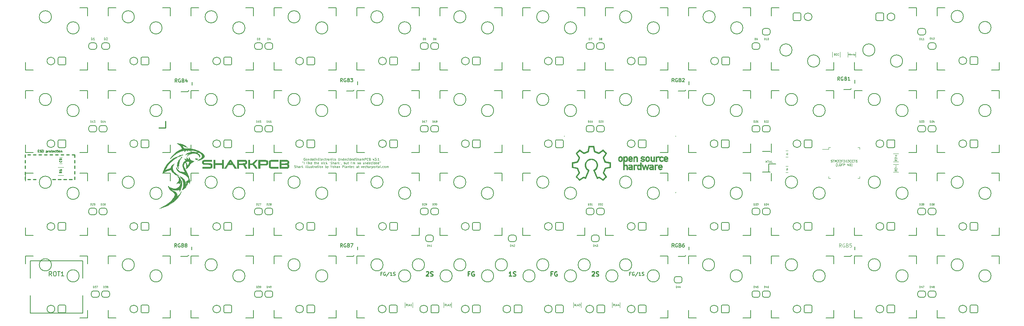
<source format=gto>
G04 #@! TF.GenerationSoftware,KiCad,Pcbnew,5.0.1*
G04 #@! TF.CreationDate,2019-02-20T21:06:59-03:00*
G04 #@! TF.ProjectId,shark,736861726B2E6B696361645F70636200,V3.1*
G04 #@! TF.SameCoordinates,Original*
G04 #@! TF.FileFunction,Legend,Top*
G04 #@! TF.FilePolarity,Positive*
%FSLAX46Y46*%
G04 Gerber Fmt 4.6, Leading zero omitted, Abs format (unit mm)*
G04 Created by KiCad (PCBNEW 5.0.1) date Wed 20 Feb 2019 09:06:59 PM -03*
%MOMM*%
%LPD*%
G01*
G04 APERTURE LIST*
%ADD10C,0.187500*%
%ADD11C,0.150000*%
%ADD12C,0.254000*%
%ADD13C,0.250000*%
%ADD14C,0.100000*%
%ADD15C,0.125000*%
%ADD16C,0.075000*%
%ADD17C,0.127000*%
%ADD18C,0.076200*%
%ADD19C,0.010000*%
%ADD20C,0.120000*%
%ADD21C,0.063500*%
G04 APERTURE END LIST*
D10*
X175588000Y-128220678D02*
X175338000Y-128220678D01*
X175338000Y-128613535D02*
X175338000Y-127863535D01*
X175695142Y-127863535D01*
X176373714Y-127899250D02*
X176302285Y-127863535D01*
X176195142Y-127863535D01*
X176088000Y-127899250D01*
X176016571Y-127970678D01*
X175980857Y-128042107D01*
X175945142Y-128184964D01*
X175945142Y-128292107D01*
X175980857Y-128434964D01*
X176016571Y-128506392D01*
X176088000Y-128577821D01*
X176195142Y-128613535D01*
X176266571Y-128613535D01*
X176373714Y-128577821D01*
X176409428Y-128542107D01*
X176409428Y-128292107D01*
X176266571Y-128292107D01*
X177266571Y-127827821D02*
X176623714Y-128792107D01*
X177909428Y-128613535D02*
X177480857Y-128613535D01*
X177695142Y-128613535D02*
X177695142Y-127863535D01*
X177623714Y-127970678D01*
X177552285Y-128042107D01*
X177480857Y-128077821D01*
X178195142Y-128577821D02*
X178302285Y-128613535D01*
X178480857Y-128613535D01*
X178552285Y-128577821D01*
X178588000Y-128542107D01*
X178623714Y-128470678D01*
X178623714Y-128399250D01*
X178588000Y-128327821D01*
X178552285Y-128292107D01*
X178480857Y-128256392D01*
X178338000Y-128220678D01*
X178266571Y-128184964D01*
X178230857Y-128149250D01*
X178195142Y-128077821D01*
X178195142Y-128006392D01*
X178230857Y-127934964D01*
X178266571Y-127899250D01*
X178338000Y-127863535D01*
X178516571Y-127863535D01*
X178623714Y-127899250D01*
D11*
X150838064Y-100368000D02*
X150838064Y-98586750D01*
X152619314Y-100368000D02*
X150838064Y-100368000D01*
D12*
X36744250Y-104796875D02*
X36744250Y-105431875D01*
D11*
X184088000Y-138368000D02*
X182306750Y-138368000D01*
X184088000Y-136586750D02*
X184088000Y-138368000D01*
X114619250Y-138368000D02*
X112838000Y-138368000D01*
X112838000Y-138368000D02*
X112838000Y-136586750D01*
X112838000Y-124118000D02*
X114619250Y-124118000D01*
X112838000Y-125899250D02*
X112838000Y-124118000D01*
X182306750Y-124118000D02*
X184088000Y-124118000D01*
X184088000Y-124118000D02*
X184088000Y-125899250D01*
X150838000Y-105118000D02*
X152619250Y-105118000D01*
X150838000Y-106899250D02*
X150838000Y-105118000D01*
X150838000Y-117586750D02*
X150838000Y-119368000D01*
D13*
X157605857Y-128202821D02*
X157272523Y-128202821D01*
X157272523Y-128726630D02*
X157272523Y-127726630D01*
X157748714Y-127726630D01*
X158653476Y-127774250D02*
X158558238Y-127726630D01*
X158415380Y-127726630D01*
X158272523Y-127774250D01*
X158177285Y-127869488D01*
X158129666Y-127964726D01*
X158082047Y-128155202D01*
X158082047Y-128298059D01*
X158129666Y-128488535D01*
X158177285Y-128583773D01*
X158272523Y-128679011D01*
X158415380Y-128726630D01*
X158510619Y-128726630D01*
X158653476Y-128679011D01*
X158701095Y-128631392D01*
X158701095Y-128298059D01*
X158510619Y-128298059D01*
X138605857Y-128202821D02*
X138272523Y-128202821D01*
X138272523Y-128726630D02*
X138272523Y-127726630D01*
X138748714Y-127726630D01*
X139653476Y-127774250D02*
X139558238Y-127726630D01*
X139415380Y-127726630D01*
X139272523Y-127774250D01*
X139177285Y-127869488D01*
X139129666Y-127964726D01*
X139082047Y-128155202D01*
X139082047Y-128298059D01*
X139129666Y-128488535D01*
X139177285Y-128583773D01*
X139272523Y-128679011D01*
X139415380Y-128726630D01*
X139510619Y-128726630D01*
X139653476Y-128679011D01*
X139701095Y-128631392D01*
X139701095Y-128298059D01*
X139510619Y-128298059D01*
D10*
X118588000Y-128220678D02*
X118338000Y-128220678D01*
X118338000Y-128613535D02*
X118338000Y-127863535D01*
X118695142Y-127863535D01*
X119373714Y-127899250D02*
X119302285Y-127863535D01*
X119195142Y-127863535D01*
X119088000Y-127899250D01*
X119016571Y-127970678D01*
X118980857Y-128042107D01*
X118945142Y-128184964D01*
X118945142Y-128292107D01*
X118980857Y-128434964D01*
X119016571Y-128506392D01*
X119088000Y-128577821D01*
X119195142Y-128613535D01*
X119266571Y-128613535D01*
X119373714Y-128577821D01*
X119409428Y-128542107D01*
X119409428Y-128292107D01*
X119266571Y-128292107D01*
X120266571Y-127827821D02*
X119623714Y-128792107D01*
X120909428Y-128613535D02*
X120480857Y-128613535D01*
X120695142Y-128613535D02*
X120695142Y-127863535D01*
X120623714Y-127970678D01*
X120552285Y-128042107D01*
X120480857Y-128077821D01*
X121195142Y-128577821D02*
X121302285Y-128613535D01*
X121480857Y-128613535D01*
X121552285Y-128577821D01*
X121588000Y-128542107D01*
X121623714Y-128470678D01*
X121623714Y-128399250D01*
X121588000Y-128327821D01*
X121552285Y-128292107D01*
X121480857Y-128256392D01*
X121338000Y-128220678D01*
X121266571Y-128184964D01*
X121230857Y-128149250D01*
X121195142Y-128077821D01*
X121195142Y-128006392D01*
X121230857Y-127934964D01*
X121266571Y-127899250D01*
X121338000Y-127863535D01*
X121516571Y-127863535D01*
X121623714Y-127899250D01*
D14*
X222405559Y-77986452D02*
X222272226Y-77795976D01*
X222176988Y-77986452D02*
X222176988Y-77586452D01*
X222329369Y-77586452D01*
X222367464Y-77605500D01*
X222386511Y-77624547D01*
X222405559Y-77662642D01*
X222405559Y-77719785D01*
X222386511Y-77757880D01*
X222367464Y-77776928D01*
X222329369Y-77795976D01*
X222176988Y-77795976D01*
X222805559Y-77948357D02*
X222786511Y-77967404D01*
X222729369Y-77986452D01*
X222691273Y-77986452D01*
X222634130Y-77967404D01*
X222596035Y-77929309D01*
X222576988Y-77891214D01*
X222557940Y-77815023D01*
X222557940Y-77757880D01*
X222576988Y-77681690D01*
X222596035Y-77643595D01*
X222634130Y-77605500D01*
X222691273Y-77586452D01*
X222729369Y-77586452D01*
X222786511Y-77605500D01*
X222805559Y-77624547D01*
X223205559Y-77948357D02*
X223186511Y-77967404D01*
X223129369Y-77986452D01*
X223091273Y-77986452D01*
X223034130Y-77967404D01*
X222996035Y-77929309D01*
X222976988Y-77891214D01*
X222957940Y-77815023D01*
X222957940Y-77757880D01*
X222976988Y-77681690D01*
X222996035Y-77643595D01*
X223034130Y-77605500D01*
X223091273Y-77586452D01*
X223129369Y-77586452D01*
X223186511Y-77605500D01*
X223205559Y-77624547D01*
D15*
X236564190Y-104335261D02*
X236326095Y-104501928D01*
X236564190Y-104620976D02*
X236064190Y-104620976D01*
X236064190Y-104430500D01*
X236088000Y-104382880D01*
X236111809Y-104359071D01*
X236159428Y-104335261D01*
X236230857Y-104335261D01*
X236278476Y-104359071D01*
X236302285Y-104382880D01*
X236326095Y-104430500D01*
X236326095Y-104620976D01*
X236564190Y-104120976D02*
X236064190Y-104120976D01*
X236064190Y-104001928D01*
X236088000Y-103930500D01*
X236135619Y-103882880D01*
X236183238Y-103859071D01*
X236278476Y-103835261D01*
X236349904Y-103835261D01*
X236445142Y-103859071D01*
X236492761Y-103882880D01*
X236540380Y-103930500D01*
X236564190Y-104001928D01*
X236564190Y-104120976D01*
X236373714Y-103620976D02*
X236373714Y-103240023D01*
X236564190Y-101960261D02*
X236326095Y-102126928D01*
X236564190Y-102245976D02*
X236064190Y-102245976D01*
X236064190Y-102055500D01*
X236088000Y-102007880D01*
X236111809Y-101984071D01*
X236159428Y-101960261D01*
X236230857Y-101960261D01*
X236278476Y-101984071D01*
X236302285Y-102007880D01*
X236326095Y-102055500D01*
X236326095Y-102245976D01*
X236564190Y-101745976D02*
X236064190Y-101745976D01*
X236064190Y-101626928D01*
X236088000Y-101555500D01*
X236135619Y-101507880D01*
X236183238Y-101484071D01*
X236278476Y-101460261D01*
X236349904Y-101460261D01*
X236445142Y-101484071D01*
X236492761Y-101507880D01*
X236540380Y-101555500D01*
X236564190Y-101626928D01*
X236564190Y-101745976D01*
X236373714Y-101245976D02*
X236373714Y-100865023D01*
X236564190Y-101055500D02*
X236183238Y-101055500D01*
D16*
X225708535Y-77941214D02*
X225608535Y-77798357D01*
X225537107Y-77941214D02*
X225537107Y-77641214D01*
X225651392Y-77641214D01*
X225679964Y-77655500D01*
X225694250Y-77669785D01*
X225708535Y-77698357D01*
X225708535Y-77741214D01*
X225694250Y-77769785D01*
X225679964Y-77784071D01*
X225651392Y-77798357D01*
X225537107Y-77798357D01*
X225837107Y-77941214D02*
X225837107Y-77641214D01*
X225908535Y-77641214D01*
X225951392Y-77655500D01*
X225979964Y-77684071D01*
X225994250Y-77712642D01*
X226008535Y-77769785D01*
X226008535Y-77812642D01*
X225994250Y-77869785D01*
X225979964Y-77898357D01*
X225951392Y-77926928D01*
X225908535Y-77941214D01*
X225837107Y-77941214D01*
X226137107Y-77826928D02*
X226365678Y-77826928D01*
X226251392Y-77941214D02*
X226251392Y-77712642D01*
X226508535Y-77641214D02*
X226508535Y-77884071D01*
X226522821Y-77912642D01*
X226537107Y-77926928D01*
X226565678Y-77941214D01*
X226622821Y-77941214D01*
X226651392Y-77926928D01*
X226665678Y-77912642D01*
X226679964Y-77884071D01*
X226679964Y-77641214D01*
X226822821Y-77741214D02*
X226822821Y-78041214D01*
X226822821Y-77755500D02*
X226851392Y-77741214D01*
X226908535Y-77741214D01*
X226937107Y-77755500D01*
X226951392Y-77769785D01*
X226965678Y-77798357D01*
X226965678Y-77884071D01*
X226951392Y-77912642D01*
X226937107Y-77926928D01*
X226908535Y-77941214D01*
X226851392Y-77941214D01*
X226822821Y-77926928D01*
D14*
X206470440Y-102172315D02*
X206803773Y-102672315D01*
X206803773Y-102172315D02*
X206470440Y-102672315D01*
X206922821Y-102172315D02*
X207208535Y-102172315D01*
X207065678Y-102672315D02*
X207065678Y-102172315D01*
X207351392Y-102529458D02*
X207589488Y-102529458D01*
X207303773Y-102672315D02*
X207470440Y-102172315D01*
X207637107Y-102672315D01*
X208041869Y-102672315D02*
X207803773Y-102672315D01*
X207803773Y-102172315D01*
D13*
X166701095Y-127821869D02*
X166748714Y-127774250D01*
X166843952Y-127726630D01*
X167082047Y-127726630D01*
X167177285Y-127774250D01*
X167224904Y-127821869D01*
X167272523Y-127917107D01*
X167272523Y-128012345D01*
X167224904Y-128155202D01*
X166653476Y-128726630D01*
X167272523Y-128726630D01*
X167653476Y-128679011D02*
X167796333Y-128726630D01*
X168034428Y-128726630D01*
X168129666Y-128679011D01*
X168177285Y-128631392D01*
X168224904Y-128536154D01*
X168224904Y-128440916D01*
X168177285Y-128345678D01*
X168129666Y-128298059D01*
X168034428Y-128250440D01*
X167843952Y-128202821D01*
X167748714Y-128155202D01*
X167701095Y-128107583D01*
X167653476Y-128012345D01*
X167653476Y-127917107D01*
X167701095Y-127821869D01*
X167748714Y-127774250D01*
X167843952Y-127726630D01*
X168082047Y-127726630D01*
X168224904Y-127774250D01*
X128701095Y-127821869D02*
X128748714Y-127774250D01*
X128843952Y-127726630D01*
X129082047Y-127726630D01*
X129177285Y-127774250D01*
X129224904Y-127821869D01*
X129272523Y-127917107D01*
X129272523Y-128012345D01*
X129224904Y-128155202D01*
X128653476Y-128726630D01*
X129272523Y-128726630D01*
X129653476Y-128679011D02*
X129796333Y-128726630D01*
X130034428Y-128726630D01*
X130129666Y-128679011D01*
X130177285Y-128631392D01*
X130224904Y-128536154D01*
X130224904Y-128440916D01*
X130177285Y-128345678D01*
X130129666Y-128298059D01*
X130034428Y-128250440D01*
X129843952Y-128202821D01*
X129748714Y-128155202D01*
X129701095Y-128107583D01*
X129653476Y-128012345D01*
X129653476Y-127917107D01*
X129701095Y-127821869D01*
X129748714Y-127774250D01*
X129843952Y-127726630D01*
X130082047Y-127726630D01*
X130224904Y-127774250D01*
X148272523Y-128726630D02*
X147701095Y-128726630D01*
X147986809Y-128726630D02*
X147986809Y-127726630D01*
X147891571Y-127869488D01*
X147796333Y-127964726D01*
X147701095Y-128012345D01*
X148653476Y-128679011D02*
X148796333Y-128726630D01*
X149034428Y-128726630D01*
X149129666Y-128679011D01*
X149177285Y-128631392D01*
X149224904Y-128536154D01*
X149224904Y-128440916D01*
X149177285Y-128345678D01*
X149129666Y-128298059D01*
X149034428Y-128250440D01*
X148843952Y-128202821D01*
X148748714Y-128155202D01*
X148701095Y-128107583D01*
X148653476Y-128012345D01*
X148653476Y-127917107D01*
X148701095Y-127821869D01*
X148748714Y-127774250D01*
X148843952Y-127726630D01*
X149082047Y-127726630D01*
X149224904Y-127774250D01*
D11*
X55838000Y-124118000D02*
X57619250Y-124118000D01*
X220306750Y-124118000D02*
X222088000Y-124118000D01*
X74838000Y-124118000D02*
X76619250Y-124118000D01*
X36838000Y-124118000D02*
X36838000Y-125899250D01*
X226838000Y-124118000D02*
X228619250Y-124118000D01*
X188838000Y-125899250D02*
X188838000Y-124118000D01*
X87306750Y-124118000D02*
X89088000Y-124118000D01*
X93838000Y-124118000D02*
X95619250Y-124118000D01*
X260088000Y-124118000D02*
X260088000Y-125899250D01*
X222088000Y-124118000D02*
X222088000Y-125899250D01*
X36838000Y-125899250D02*
X36838000Y-124118000D01*
X49306750Y-124118000D02*
X51088000Y-124118000D01*
X203088000Y-124118000D02*
X203088000Y-125899250D01*
X207838000Y-125899250D02*
X207838000Y-124118000D01*
X188838000Y-124118000D02*
X190619250Y-124118000D01*
X241088000Y-124118000D02*
X241088000Y-125899250D01*
X36838000Y-124118000D02*
X38619250Y-124118000D01*
X245838000Y-125899250D02*
X245838000Y-124118000D01*
X258306750Y-124118000D02*
X260088000Y-124118000D01*
X93838000Y-125899250D02*
X93838000Y-124118000D01*
X106306750Y-124118000D02*
X108088000Y-124118000D01*
X74838000Y-125899250D02*
X74838000Y-124118000D01*
X108088000Y-124118000D02*
X108088000Y-125899250D01*
X201306750Y-124118000D02*
X203088000Y-124118000D01*
X207838000Y-124118000D02*
X209619250Y-124118000D01*
X70088000Y-124118000D02*
X70088000Y-125899250D01*
X226838000Y-125899250D02*
X226838000Y-124118000D01*
X239306750Y-124118000D02*
X241088000Y-124118000D01*
X245838000Y-124118000D02*
X247619250Y-124118000D01*
X68306750Y-124118000D02*
X70088000Y-124118000D01*
X55838000Y-125899250D02*
X55838000Y-124118000D01*
X51088000Y-124118000D02*
X51088000Y-125899250D01*
X89088000Y-124118000D02*
X89088000Y-125899250D01*
X241088000Y-138368000D02*
X239306750Y-138368000D01*
X93838000Y-138368000D02*
X93838000Y-136586750D01*
X222088000Y-136586750D02*
X222088000Y-138368000D01*
X190619250Y-138368000D02*
X188838000Y-138368000D01*
X108088000Y-138368000D02*
X106306750Y-138368000D01*
X188838000Y-138368000D02*
X188838000Y-136586750D01*
X241088000Y-136586750D02*
X241088000Y-138368000D01*
X245838000Y-138368000D02*
X245838000Y-136586750D01*
X51088000Y-136586750D02*
X51088000Y-138368000D01*
X207838000Y-138368000D02*
X207838000Y-136586750D01*
X228619250Y-138368000D02*
X226838000Y-138368000D01*
X226838000Y-138368000D02*
X226838000Y-136586750D01*
X57619250Y-138368000D02*
X55838000Y-138368000D01*
X222088000Y-138368000D02*
X220306750Y-138368000D01*
X89088000Y-136586750D02*
X89088000Y-138368000D01*
X108088000Y-136586750D02*
X108088000Y-138368000D01*
X55838000Y-138368000D02*
X55838000Y-136586750D01*
X203088000Y-136586750D02*
X203088000Y-138368000D01*
X76619250Y-138368000D02*
X74838000Y-138368000D01*
X51088000Y-138368000D02*
X49306750Y-138368000D01*
X74838000Y-138368000D02*
X74838000Y-136586750D01*
X209619250Y-138368000D02*
X207838000Y-138368000D01*
X89088000Y-138368000D02*
X87306750Y-138368000D01*
X247619250Y-138368000D02*
X245838000Y-138368000D01*
X95619250Y-138368000D02*
X93838000Y-138368000D01*
X203088000Y-138368000D02*
X201306750Y-138368000D01*
X70088000Y-138368000D02*
X68306750Y-138368000D01*
X70088000Y-136586750D02*
X70088000Y-138368000D01*
X190619250Y-119368000D02*
X188838000Y-119368000D01*
X51088000Y-119368000D02*
X49306750Y-119368000D01*
X241088000Y-119368000D02*
X239306750Y-119368000D01*
X146088000Y-119368000D02*
X144306750Y-119368000D01*
X209619250Y-119368000D02*
X207838000Y-119368000D01*
X76619250Y-119368000D02*
X74838000Y-119368000D01*
X108088000Y-117586750D02*
X108088000Y-119368000D01*
X36838000Y-119368000D02*
X36838000Y-117586750D01*
X184088000Y-119368000D02*
X182306750Y-119368000D01*
X74838000Y-119368000D02*
X74838000Y-117586750D01*
X70088000Y-119368000D02*
X68306750Y-119368000D01*
X89088000Y-119368000D02*
X87306750Y-119368000D01*
X203088000Y-119368000D02*
X201306750Y-119368000D01*
X207838000Y-119368000D02*
X207838000Y-117586750D01*
X114619250Y-119368000D02*
X112838000Y-119368000D01*
X260088000Y-119368000D02*
X258306750Y-119368000D01*
X70088000Y-117586750D02*
X70088000Y-119368000D01*
X152619250Y-119368000D02*
X150838000Y-119368000D01*
X260088000Y-119368000D02*
X260088000Y-117586750D01*
X247619250Y-119368000D02*
X245838000Y-119368000D01*
X38619250Y-119368000D02*
X36838000Y-119368000D01*
X165088000Y-117586750D02*
X165088000Y-119368000D01*
X95619250Y-119368000D02*
X93838000Y-119368000D01*
X93838000Y-119368000D02*
X93838000Y-117586750D01*
X222088000Y-117586750D02*
X222088000Y-119368000D01*
X89088000Y-117586750D02*
X89088000Y-119368000D01*
X131838000Y-119368000D02*
X131838000Y-117586750D01*
X245838000Y-119368000D02*
X245838000Y-117586750D01*
X188838000Y-119368000D02*
X188838000Y-117586750D01*
X165088000Y-119368000D02*
X163306750Y-119368000D01*
X51088000Y-117586750D02*
X51088000Y-119368000D01*
X226838000Y-119368000D02*
X226838000Y-117586750D01*
X57619250Y-119368000D02*
X55838000Y-119368000D01*
X241088000Y-117586750D02*
X241088000Y-119368000D01*
X55838000Y-119368000D02*
X55838000Y-117586750D01*
X222088000Y-119368000D02*
X220306750Y-119368000D01*
X112838000Y-119368000D02*
X112838000Y-117586750D01*
X260088000Y-117586750D02*
X260088000Y-119368000D01*
X127088000Y-117586750D02*
X127088000Y-119368000D01*
X169838000Y-119368000D02*
X169838000Y-117586750D01*
X127088000Y-119368000D02*
X125306750Y-119368000D01*
X171619250Y-119368000D02*
X169838000Y-119368000D01*
X108088000Y-119368000D02*
X106306750Y-119368000D01*
X228619250Y-119368000D02*
X226838000Y-119368000D01*
X146088000Y-117586750D02*
X146088000Y-119368000D01*
X133619250Y-119368000D02*
X131838000Y-119368000D01*
X184088000Y-117586750D02*
X184088000Y-119368000D01*
X203088000Y-117586750D02*
X203088000Y-119368000D01*
X68306750Y-105118000D02*
X70088000Y-105118000D01*
X131838000Y-105118000D02*
X133619250Y-105118000D01*
X74838000Y-106899250D02*
X74838000Y-105118000D01*
X74838000Y-105118000D02*
X76619250Y-105118000D01*
X131838000Y-106899250D02*
X131838000Y-105118000D01*
X146088000Y-105118000D02*
X146088000Y-106899250D01*
X36838000Y-105118000D02*
X36838000Y-106899250D01*
X36838000Y-106899250D02*
X36838000Y-105118000D01*
X36838000Y-105118000D02*
X38619250Y-105118000D01*
X51088000Y-105118000D02*
X51088000Y-106899250D01*
X49306750Y-105118000D02*
X51088000Y-105118000D01*
X241088000Y-105118000D02*
X241088000Y-106899250D01*
X182306750Y-105118000D02*
X184088000Y-105118000D01*
X184088000Y-105118000D02*
X184088000Y-106899250D01*
X203088000Y-105118000D02*
X203088000Y-106899250D01*
X188838000Y-106899250D02*
X188838000Y-105118000D01*
X207838000Y-106899250D02*
X207838000Y-105118000D01*
X108088000Y-105118000D02*
X108088000Y-106899250D01*
X93838000Y-105118000D02*
X95619250Y-105118000D01*
X89088000Y-105118000D02*
X89088000Y-106899250D01*
X203088000Y-98289875D02*
X203088000Y-100071125D01*
X201306750Y-105118000D02*
X203088000Y-105118000D01*
X188838000Y-105118000D02*
X190619250Y-105118000D01*
X127088000Y-105118000D02*
X127088000Y-106899250D01*
X55838000Y-105118000D02*
X57619250Y-105118000D01*
X70088000Y-105118000D02*
X70088000Y-106899250D01*
X55838000Y-106899250D02*
X55838000Y-105118000D01*
X112838000Y-105118000D02*
X114619250Y-105118000D01*
X144306750Y-105118000D02*
X146088000Y-105118000D01*
X245838000Y-105118000D02*
X247619250Y-105118000D01*
X260088000Y-105118000D02*
X260088000Y-106899250D01*
X258306750Y-105118000D02*
X260088000Y-105118000D01*
X207838000Y-100071125D02*
X207838000Y-98289875D01*
X205759875Y-104821125D02*
X207541125Y-104821125D01*
X239306750Y-105118000D02*
X241088000Y-105118000D01*
X245838000Y-106899250D02*
X245838000Y-105118000D01*
X125306750Y-105118000D02*
X127088000Y-105118000D01*
X112838000Y-106899250D02*
X112838000Y-105118000D01*
X87306750Y-105118000D02*
X89088000Y-105118000D01*
X93838000Y-106899250D02*
X93838000Y-105118000D01*
X106306750Y-105118000D02*
X108088000Y-105118000D01*
X36838000Y-100368000D02*
X36838000Y-98586750D01*
X133619250Y-100368000D02*
X131838000Y-100368000D01*
X260088000Y-100368000D02*
X258306750Y-100368000D01*
X89088000Y-98586750D02*
X89088000Y-100368000D01*
X127088000Y-100368000D02*
X125306750Y-100368000D01*
X260088000Y-98586750D02*
X260088000Y-100368000D01*
X260088000Y-100368000D02*
X260088000Y-98586750D01*
X38619250Y-100368000D02*
X36838000Y-100368000D01*
X190619250Y-100368000D02*
X188838000Y-100368000D01*
X57619250Y-100368000D02*
X55838000Y-100368000D01*
X207541125Y-100071125D02*
X205759875Y-100071125D01*
X76619250Y-100368000D02*
X74838000Y-100368000D01*
X114619250Y-100368000D02*
X112838000Y-100368000D01*
X108088000Y-100368000D02*
X106306750Y-100368000D01*
X108088000Y-98586750D02*
X108088000Y-100368000D01*
X127088000Y-98586750D02*
X127088000Y-100368000D01*
X146088000Y-100368000D02*
X144306750Y-100368000D01*
X241088000Y-100368000D02*
X239306750Y-100368000D01*
X51088000Y-100368000D02*
X49306750Y-100368000D01*
X93838000Y-100368000D02*
X93838000Y-98586750D01*
X203088000Y-100368000D02*
X201306750Y-100368000D01*
X131838000Y-100368000D02*
X131838000Y-98586750D01*
X184088000Y-100368000D02*
X182306750Y-100368000D01*
X95619250Y-100368000D02*
X93838000Y-100368000D01*
X247619250Y-100368000D02*
X245838000Y-100368000D01*
X74838000Y-100368000D02*
X74838000Y-98586750D01*
X70088000Y-100368000D02*
X68306750Y-100368000D01*
X51088000Y-98586750D02*
X51088000Y-100368000D01*
X70088000Y-98586750D02*
X70088000Y-100368000D01*
X55838000Y-100368000D02*
X55838000Y-98586750D01*
X207838000Y-100368000D02*
X207838000Y-98586750D01*
X188838000Y-100368000D02*
X188838000Y-98586750D01*
X112838000Y-100368000D02*
X112838000Y-98586750D01*
X245838000Y-100368000D02*
X245838000Y-98586750D01*
X203088000Y-98586750D02*
X203088000Y-100368000D01*
X184088000Y-98586750D02*
X184088000Y-100368000D01*
X241088000Y-98586750D02*
X241088000Y-100368000D01*
X89088000Y-100368000D02*
X87306750Y-100368000D01*
X146088000Y-98586750D02*
X146088000Y-100368000D01*
X188838000Y-86118000D02*
X190619250Y-86118000D01*
X146088000Y-86118000D02*
X146088000Y-87899250D01*
X220306750Y-86118000D02*
X222088000Y-86118000D01*
X203088000Y-86118000D02*
X203088000Y-87899250D01*
X112838000Y-86118000D02*
X114619250Y-86118000D01*
X201306750Y-86118000D02*
X203088000Y-86118000D01*
X68306750Y-86118000D02*
X70088000Y-86118000D01*
X36838000Y-87899250D02*
X36838000Y-86118000D01*
X239306750Y-86118000D02*
X241088000Y-86118000D01*
X241088000Y-86118000D02*
X241088000Y-87899250D01*
X93838000Y-86118000D02*
X95619250Y-86118000D01*
X226838000Y-86118000D02*
X228619250Y-86118000D01*
X49306750Y-86118000D02*
X51088000Y-86118000D01*
X165088000Y-86118000D02*
X165088000Y-87899250D01*
X169838000Y-87899250D02*
X169838000Y-86118000D01*
X51088000Y-86118000D02*
X51088000Y-87899250D01*
X55838000Y-86118000D02*
X57619250Y-86118000D01*
X93838000Y-87899250D02*
X93838000Y-86118000D01*
X222088000Y-86118000D02*
X222088000Y-87899250D01*
X127088000Y-86118000D02*
X127088000Y-87899250D01*
X245838000Y-87899250D02*
X245838000Y-86118000D01*
X74838000Y-86118000D02*
X76619250Y-86118000D01*
X112838000Y-87899250D02*
X112838000Y-86118000D01*
X260088000Y-86118000D02*
X260088000Y-87899250D01*
X106306750Y-86118000D02*
X108088000Y-86118000D01*
X55838000Y-87899250D02*
X55838000Y-86118000D01*
X207838000Y-87899250D02*
X207838000Y-86118000D01*
X36838000Y-86118000D02*
X36838000Y-87899250D01*
X70088000Y-86118000D02*
X70088000Y-87899250D01*
X169838000Y-86118000D02*
X171619250Y-86118000D01*
X182306750Y-86118000D02*
X184088000Y-86118000D01*
X150838000Y-86118000D02*
X152619250Y-86118000D01*
X89088000Y-86118000D02*
X89088000Y-87899250D01*
X258306750Y-86118000D02*
X260088000Y-86118000D01*
X245838000Y-86118000D02*
X247619250Y-86118000D01*
X144306750Y-86118000D02*
X146088000Y-86118000D01*
X87306750Y-86118000D02*
X89088000Y-86118000D01*
X108088000Y-86118000D02*
X108088000Y-87899250D01*
X150838000Y-87899250D02*
X150838000Y-86118000D01*
X36838000Y-86118000D02*
X38619250Y-86118000D01*
X131838000Y-87899250D02*
X131838000Y-86118000D01*
X207838000Y-86118000D02*
X209619250Y-86118000D01*
X125306750Y-86118000D02*
X127088000Y-86118000D01*
X226838000Y-87899250D02*
X226838000Y-86118000D01*
X188838000Y-87899250D02*
X188838000Y-86118000D01*
X74838000Y-87899250D02*
X74838000Y-86118000D01*
X163306750Y-86118000D02*
X165088000Y-86118000D01*
X184088000Y-86118000D02*
X184088000Y-87899250D01*
X131838000Y-86118000D02*
X133619250Y-86118000D01*
X245838000Y-81368000D02*
X245838000Y-79586750D01*
X245838000Y-67118000D02*
X247619250Y-67118000D01*
X260088000Y-81368000D02*
X258306750Y-81368000D01*
X247619250Y-81368000D02*
X245838000Y-81368000D01*
X260088000Y-79586750D02*
X260088000Y-81368000D01*
X245838000Y-68899250D02*
X245838000Y-67118000D01*
X239306750Y-67118000D02*
X241088000Y-67118000D01*
X241088000Y-79586750D02*
X241088000Y-81368000D01*
X241088000Y-67118000D02*
X241088000Y-68899250D01*
X228619250Y-81368000D02*
X226838000Y-81368000D01*
X241088000Y-81368000D02*
X239306750Y-81368000D01*
X226838000Y-81368000D02*
X226838000Y-79586750D01*
X209619250Y-81368000D02*
X207838000Y-81368000D01*
X207838000Y-67118000D02*
X209619250Y-67118000D01*
X207838000Y-81368000D02*
X207838000Y-79586750D01*
X222088000Y-79586750D02*
X222088000Y-81368000D01*
X222088000Y-81368000D02*
X220306750Y-81368000D01*
X207838000Y-68899250D02*
X207838000Y-67118000D01*
X188838000Y-68899250D02*
X188838000Y-67118000D01*
X188838000Y-67118000D02*
X190619250Y-67118000D01*
X201306750Y-67118000D02*
X203088000Y-67118000D01*
X203088000Y-79586750D02*
X203088000Y-81368000D01*
X190619250Y-81368000D02*
X188838000Y-81368000D01*
X188838000Y-81368000D02*
X188838000Y-79586750D01*
X203088000Y-81368000D02*
X201306750Y-81368000D01*
X203088000Y-67118000D02*
X203088000Y-68899250D01*
X184088000Y-67118000D02*
X184088000Y-68899250D01*
X184088000Y-81368000D02*
X182306750Y-81368000D01*
X169838000Y-67118000D02*
X171619250Y-67118000D01*
X169838000Y-81368000D02*
X169838000Y-79586750D01*
X169838000Y-68899250D02*
X169838000Y-67118000D01*
X182306750Y-67118000D02*
X184088000Y-67118000D01*
X184088000Y-79586750D02*
X184088000Y-81368000D01*
X171619250Y-81368000D02*
X169838000Y-81368000D01*
X165088000Y-67118000D02*
X165088000Y-68899250D01*
X152619250Y-81368000D02*
X150838000Y-81368000D01*
X165088000Y-81368000D02*
X163306750Y-81368000D01*
X150838000Y-81368000D02*
X150838000Y-79586750D01*
X163306750Y-67118000D02*
X165088000Y-67118000D01*
X165088000Y-79586750D02*
X165088000Y-81368000D01*
X150838000Y-68899250D02*
X150838000Y-67118000D01*
X150838000Y-67118000D02*
X152619250Y-67118000D01*
X131838000Y-67118000D02*
X133619250Y-67118000D01*
X146088000Y-67118000D02*
X146088000Y-68899250D01*
X131838000Y-81368000D02*
X131838000Y-79586750D01*
X131838000Y-68899250D02*
X131838000Y-67118000D01*
X146088000Y-81368000D02*
X144306750Y-81368000D01*
X146088000Y-79586750D02*
X146088000Y-81368000D01*
X133619250Y-81368000D02*
X131838000Y-81368000D01*
X144306750Y-67118000D02*
X146088000Y-67118000D01*
X112838000Y-67118000D02*
X114619250Y-67118000D01*
X127088000Y-81368000D02*
X125306750Y-81368000D01*
X112838000Y-68899250D02*
X112838000Y-67118000D01*
X127088000Y-79586750D02*
X127088000Y-81368000D01*
X125306750Y-67118000D02*
X127088000Y-67118000D01*
X114619250Y-81368000D02*
X112838000Y-81368000D01*
X112838000Y-81368000D02*
X112838000Y-79586750D01*
X127088000Y-67118000D02*
X127088000Y-68899250D01*
X95619250Y-81368000D02*
X93838000Y-81368000D01*
X93838000Y-67118000D02*
X95619250Y-67118000D01*
X108088000Y-79586750D02*
X108088000Y-81368000D01*
X108088000Y-67118000D02*
X108088000Y-68899250D01*
X108088000Y-81368000D02*
X106306750Y-81368000D01*
X106306750Y-67118000D02*
X108088000Y-67118000D01*
X93838000Y-81368000D02*
X93838000Y-79586750D01*
X93838000Y-68899250D02*
X93838000Y-67118000D01*
X87306750Y-67118000D02*
X89088000Y-67118000D01*
X74838000Y-81368000D02*
X74838000Y-79586750D01*
X89088000Y-79586750D02*
X89088000Y-81368000D01*
X74838000Y-67118000D02*
X76619250Y-67118000D01*
X74838000Y-68899250D02*
X74838000Y-67118000D01*
X89088000Y-67118000D02*
X89088000Y-68899250D01*
X76619250Y-81368000D02*
X74838000Y-81368000D01*
X89088000Y-81368000D02*
X87306750Y-81368000D01*
X70088000Y-81368000D02*
X68306750Y-81368000D01*
X57619250Y-81368000D02*
X55838000Y-81368000D01*
X55838000Y-68899250D02*
X55838000Y-67118000D01*
X70088000Y-67118000D02*
X70088000Y-68899250D01*
X55838000Y-67118000D02*
X57619250Y-67118000D01*
X70088000Y-79586750D02*
X70088000Y-81368000D01*
X55838000Y-81368000D02*
X55838000Y-79586750D01*
X68306750Y-67118000D02*
X70088000Y-67118000D01*
X36838000Y-81368000D02*
X36838000Y-79586750D01*
X38619250Y-81368000D02*
X36838000Y-81368000D01*
X51088000Y-79586750D02*
X51088000Y-81368000D01*
X51088000Y-81368000D02*
X49306750Y-81368000D01*
X49306750Y-67118000D02*
X51088000Y-67118000D01*
X51088000Y-67118000D02*
X51088000Y-68899250D01*
D12*
X68988926Y-93118786D02*
X68988926Y-94706286D01*
X68988926Y-94706286D02*
X67401426Y-94706286D01*
D17*
X39776035Y-100027810D02*
X39945368Y-100027810D01*
X40017940Y-100293905D02*
X39776035Y-100293905D01*
X39776035Y-99785905D01*
X40017940Y-99785905D01*
X40211464Y-100269715D02*
X40284035Y-100293905D01*
X40404987Y-100293905D01*
X40453368Y-100269715D01*
X40477559Y-100245524D01*
X40501749Y-100197143D01*
X40501749Y-100148762D01*
X40477559Y-100100381D01*
X40453368Y-100076191D01*
X40404987Y-100052000D01*
X40308225Y-100027810D01*
X40259844Y-100003619D01*
X40235654Y-99979429D01*
X40211464Y-99931048D01*
X40211464Y-99882667D01*
X40235654Y-99834286D01*
X40259844Y-99810096D01*
X40308225Y-99785905D01*
X40429178Y-99785905D01*
X40501749Y-99810096D01*
X40719464Y-100293905D02*
X40719464Y-99785905D01*
X40840416Y-99785905D01*
X40912987Y-99810096D01*
X40961368Y-99858476D01*
X40985559Y-99906857D01*
X41009749Y-100003619D01*
X41009749Y-100076191D01*
X40985559Y-100172953D01*
X40961368Y-100221334D01*
X40912987Y-100269715D01*
X40840416Y-100293905D01*
X40719464Y-100293905D01*
X41614511Y-99955238D02*
X41614511Y-100463238D01*
X41614511Y-99979429D02*
X41662892Y-99955238D01*
X41759654Y-99955238D01*
X41808035Y-99979429D01*
X41832225Y-100003619D01*
X41856416Y-100052000D01*
X41856416Y-100197143D01*
X41832225Y-100245524D01*
X41808035Y-100269715D01*
X41759654Y-100293905D01*
X41662892Y-100293905D01*
X41614511Y-100269715D01*
X42074130Y-100293905D02*
X42074130Y-99955238D01*
X42074130Y-100052000D02*
X42098321Y-100003619D01*
X42122511Y-99979429D01*
X42170892Y-99955238D01*
X42219273Y-99955238D01*
X42461178Y-100293905D02*
X42412797Y-100269715D01*
X42388606Y-100245524D01*
X42364416Y-100197143D01*
X42364416Y-100052000D01*
X42388606Y-100003619D01*
X42412797Y-99979429D01*
X42461178Y-99955238D01*
X42533749Y-99955238D01*
X42582130Y-99979429D01*
X42606321Y-100003619D01*
X42630511Y-100052000D01*
X42630511Y-100197143D01*
X42606321Y-100245524D01*
X42582130Y-100269715D01*
X42533749Y-100293905D01*
X42461178Y-100293905D01*
X42775654Y-99955238D02*
X42969178Y-99955238D01*
X42848225Y-99785905D02*
X42848225Y-100221334D01*
X42872416Y-100269715D01*
X42920797Y-100293905D01*
X42969178Y-100293905D01*
X43332035Y-100269715D02*
X43283654Y-100293905D01*
X43186892Y-100293905D01*
X43138511Y-100269715D01*
X43114321Y-100221334D01*
X43114321Y-100027810D01*
X43138511Y-99979429D01*
X43186892Y-99955238D01*
X43283654Y-99955238D01*
X43332035Y-99979429D01*
X43356225Y-100027810D01*
X43356225Y-100076191D01*
X43114321Y-100124572D01*
X43791654Y-100269715D02*
X43743273Y-100293905D01*
X43646511Y-100293905D01*
X43598130Y-100269715D01*
X43573940Y-100245524D01*
X43549749Y-100197143D01*
X43549749Y-100052000D01*
X43573940Y-100003619D01*
X43598130Y-99979429D01*
X43646511Y-99955238D01*
X43743273Y-99955238D01*
X43791654Y-99979429D01*
X43936797Y-99955238D02*
X44130321Y-99955238D01*
X44009368Y-99785905D02*
X44009368Y-100221334D01*
X44033559Y-100269715D01*
X44081940Y-100293905D01*
X44130321Y-100293905D01*
X44299654Y-100293905D02*
X44299654Y-99955238D01*
X44299654Y-99785905D02*
X44275464Y-99810096D01*
X44299654Y-99834286D01*
X44323844Y-99810096D01*
X44299654Y-99785905D01*
X44299654Y-99834286D01*
X44614130Y-100293905D02*
X44565749Y-100269715D01*
X44541559Y-100245524D01*
X44517368Y-100197143D01*
X44517368Y-100052000D01*
X44541559Y-100003619D01*
X44565749Y-99979429D01*
X44614130Y-99955238D01*
X44686702Y-99955238D01*
X44735083Y-99979429D01*
X44759273Y-100003619D01*
X44783464Y-100052000D01*
X44783464Y-100197143D01*
X44759273Y-100245524D01*
X44735083Y-100269715D01*
X44686702Y-100293905D01*
X44614130Y-100293905D01*
X45001178Y-99955238D02*
X45001178Y-100293905D01*
X45001178Y-100003619D02*
X45025368Y-99979429D01*
X45073749Y-99955238D01*
X45146321Y-99955238D01*
X45194702Y-99979429D01*
X45218892Y-100027810D01*
X45218892Y-100293905D01*
D12*
X48133000Y-101473000D02*
X48133000Y-100838000D01*
X48133000Y-102743000D02*
X48133000Y-102108000D01*
X48133000Y-104013000D02*
X48133000Y-103378000D01*
X48133000Y-105283000D02*
X48133000Y-104648000D01*
X48133000Y-106553000D02*
X48133000Y-105918000D01*
X46863000Y-106553000D02*
X47498000Y-106553000D01*
X45593000Y-106553000D02*
X46228000Y-106553000D01*
X44323000Y-106553000D02*
X44958000Y-106553000D01*
X43053000Y-106553000D02*
X43688000Y-106553000D01*
X38608000Y-106553000D02*
X39243000Y-106553000D01*
X37338000Y-106553000D02*
X37973000Y-106553000D01*
X36744250Y-105918000D02*
X36744250Y-106553000D01*
X36744250Y-103378000D02*
X36744250Y-104013000D01*
X36744250Y-102108000D02*
X36744250Y-102743000D01*
X36744250Y-100838000D02*
X36744250Y-101473000D01*
X47498000Y-100838000D02*
X48133000Y-100838000D01*
X46228000Y-100838000D02*
X46863000Y-100838000D01*
X44958000Y-100838000D02*
X45593000Y-100838000D01*
X43688000Y-100838000D02*
X44323000Y-100838000D01*
X42418000Y-100838000D02*
X43053000Y-100838000D01*
X41148000Y-100838000D02*
X41783000Y-100838000D01*
X39878000Y-100838000D02*
X40513000Y-100838000D01*
X38608000Y-100838000D02*
X39243000Y-100838000D01*
X37338000Y-100838000D02*
X37973000Y-100838000D01*
D18*
X221463380Y-102529519D02*
X221535952Y-102553709D01*
X221656904Y-102553709D01*
X221705285Y-102529519D01*
X221729476Y-102505328D01*
X221753666Y-102456947D01*
X221753666Y-102408566D01*
X221729476Y-102360185D01*
X221705285Y-102335995D01*
X221656904Y-102311804D01*
X221560142Y-102287614D01*
X221511761Y-102263423D01*
X221487571Y-102239233D01*
X221463380Y-102190852D01*
X221463380Y-102142471D01*
X221487571Y-102094090D01*
X221511761Y-102069900D01*
X221560142Y-102045709D01*
X221681095Y-102045709D01*
X221753666Y-102069900D01*
X221898809Y-102045709D02*
X222189095Y-102045709D01*
X222043952Y-102553709D02*
X222043952Y-102045709D01*
X222358428Y-102553709D02*
X222358428Y-102045709D01*
X222527761Y-102408566D01*
X222697095Y-102045709D01*
X222697095Y-102553709D01*
X222890619Y-102045709D02*
X223205095Y-102045709D01*
X223035761Y-102239233D01*
X223108333Y-102239233D01*
X223156714Y-102263423D01*
X223180904Y-102287614D01*
X223205095Y-102335995D01*
X223205095Y-102456947D01*
X223180904Y-102505328D01*
X223156714Y-102529519D01*
X223108333Y-102553709D01*
X222963190Y-102553709D01*
X222914809Y-102529519D01*
X222890619Y-102505328D01*
X223398619Y-102094090D02*
X223422809Y-102069900D01*
X223471190Y-102045709D01*
X223592142Y-102045709D01*
X223640523Y-102069900D01*
X223664714Y-102094090D01*
X223688904Y-102142471D01*
X223688904Y-102190852D01*
X223664714Y-102263423D01*
X223374428Y-102553709D01*
X223688904Y-102553709D01*
X224075952Y-102287614D02*
X223906619Y-102287614D01*
X223906619Y-102553709D02*
X223906619Y-102045709D01*
X224148523Y-102045709D01*
X224293666Y-102045709D02*
X224608142Y-102045709D01*
X224438809Y-102239233D01*
X224511380Y-102239233D01*
X224559761Y-102263423D01*
X224583952Y-102287614D01*
X224608142Y-102335995D01*
X224608142Y-102456947D01*
X224583952Y-102505328D01*
X224559761Y-102529519D01*
X224511380Y-102553709D01*
X224366238Y-102553709D01*
X224317857Y-102529519D01*
X224293666Y-102505328D01*
X224922619Y-102045709D02*
X224971000Y-102045709D01*
X225019380Y-102069900D01*
X225043571Y-102094090D01*
X225067761Y-102142471D01*
X225091952Y-102239233D01*
X225091952Y-102360185D01*
X225067761Y-102456947D01*
X225043571Y-102505328D01*
X225019380Y-102529519D01*
X224971000Y-102553709D01*
X224922619Y-102553709D01*
X224874238Y-102529519D01*
X224850047Y-102505328D01*
X224825857Y-102456947D01*
X224801666Y-102360185D01*
X224801666Y-102239233D01*
X224825857Y-102142471D01*
X224850047Y-102094090D01*
X224874238Y-102069900D01*
X224922619Y-102045709D01*
X225261285Y-102045709D02*
X225575761Y-102045709D01*
X225406428Y-102239233D01*
X225479000Y-102239233D01*
X225527380Y-102263423D01*
X225551571Y-102287614D01*
X225575761Y-102335995D01*
X225575761Y-102456947D01*
X225551571Y-102505328D01*
X225527380Y-102529519D01*
X225479000Y-102553709D01*
X225333857Y-102553709D01*
X225285476Y-102529519D01*
X225261285Y-102505328D01*
X226083761Y-102505328D02*
X226059571Y-102529519D01*
X225987000Y-102553709D01*
X225938619Y-102553709D01*
X225866047Y-102529519D01*
X225817666Y-102481138D01*
X225793476Y-102432757D01*
X225769285Y-102335995D01*
X225769285Y-102263423D01*
X225793476Y-102166661D01*
X225817666Y-102118280D01*
X225866047Y-102069900D01*
X225938619Y-102045709D01*
X225987000Y-102045709D01*
X226059571Y-102069900D01*
X226083761Y-102094090D01*
X226591761Y-102505328D02*
X226567571Y-102529519D01*
X226495000Y-102553709D01*
X226446619Y-102553709D01*
X226374047Y-102529519D01*
X226325666Y-102481138D01*
X226301476Y-102432757D01*
X226277285Y-102335995D01*
X226277285Y-102263423D01*
X226301476Y-102166661D01*
X226325666Y-102118280D01*
X226374047Y-102069900D01*
X226446619Y-102045709D01*
X226495000Y-102045709D01*
X226567571Y-102069900D01*
X226591761Y-102094090D01*
X226736904Y-102045709D02*
X227027190Y-102045709D01*
X226882047Y-102553709D02*
X226882047Y-102045709D01*
X227414238Y-102045709D02*
X227317476Y-102045709D01*
X227269095Y-102069900D01*
X227244904Y-102094090D01*
X227196523Y-102166661D01*
X227172333Y-102263423D01*
X227172333Y-102456947D01*
X227196523Y-102505328D01*
X227220714Y-102529519D01*
X227269095Y-102553709D01*
X227365857Y-102553709D01*
X227414238Y-102529519D01*
X227438428Y-102505328D01*
X227462619Y-102456947D01*
X227462619Y-102335995D01*
X227438428Y-102287614D01*
X227414238Y-102263423D01*
X227365857Y-102239233D01*
X227269095Y-102239233D01*
X227220714Y-102263423D01*
X227196523Y-102287614D01*
X227172333Y-102335995D01*
X222769666Y-103585433D02*
X222745476Y-103561242D01*
X222697095Y-103488671D01*
X222672904Y-103440290D01*
X222648714Y-103367719D01*
X222624523Y-103246766D01*
X222624523Y-103150004D01*
X222648714Y-103029052D01*
X222672904Y-102956480D01*
X222697095Y-102908100D01*
X222745476Y-102835528D01*
X222769666Y-102811338D01*
X223205095Y-103391909D02*
X222963190Y-103391909D01*
X222963190Y-102883909D01*
X223713095Y-103440290D02*
X223664714Y-103416100D01*
X223616333Y-103367719D01*
X223543761Y-103295147D01*
X223495380Y-103270957D01*
X223447000Y-103270957D01*
X223471190Y-103391909D02*
X223422809Y-103367719D01*
X223374428Y-103319338D01*
X223350238Y-103222576D01*
X223350238Y-103053242D01*
X223374428Y-102956480D01*
X223422809Y-102908100D01*
X223471190Y-102883909D01*
X223567952Y-102883909D01*
X223616333Y-102908100D01*
X223664714Y-102956480D01*
X223688904Y-103053242D01*
X223688904Y-103222576D01*
X223664714Y-103319338D01*
X223616333Y-103367719D01*
X223567952Y-103391909D01*
X223471190Y-103391909D01*
X224075952Y-103125814D02*
X223906619Y-103125814D01*
X223906619Y-103391909D02*
X223906619Y-102883909D01*
X224148523Y-102883909D01*
X224342047Y-103391909D02*
X224342047Y-102883909D01*
X224535571Y-102883909D01*
X224583952Y-102908100D01*
X224608142Y-102932290D01*
X224632333Y-102980671D01*
X224632333Y-103053242D01*
X224608142Y-103101623D01*
X224583952Y-103125814D01*
X224535571Y-103150004D01*
X224342047Y-103150004D01*
X225454809Y-103053242D02*
X225454809Y-103391909D01*
X225333857Y-102859719D02*
X225212904Y-103222576D01*
X225527380Y-103222576D01*
X225793476Y-103101623D02*
X225745095Y-103077433D01*
X225720904Y-103053242D01*
X225696714Y-103004861D01*
X225696714Y-102980671D01*
X225720904Y-102932290D01*
X225745095Y-102908100D01*
X225793476Y-102883909D01*
X225890238Y-102883909D01*
X225938619Y-102908100D01*
X225962809Y-102932290D01*
X225987000Y-102980671D01*
X225987000Y-103004861D01*
X225962809Y-103053242D01*
X225938619Y-103077433D01*
X225890238Y-103101623D01*
X225793476Y-103101623D01*
X225745095Y-103125814D01*
X225720904Y-103150004D01*
X225696714Y-103198385D01*
X225696714Y-103295147D01*
X225720904Y-103343528D01*
X225745095Y-103367719D01*
X225793476Y-103391909D01*
X225890238Y-103391909D01*
X225938619Y-103367719D01*
X225962809Y-103343528D01*
X225987000Y-103295147D01*
X225987000Y-103198385D01*
X225962809Y-103150004D01*
X225938619Y-103125814D01*
X225890238Y-103101623D01*
X226156333Y-103585433D02*
X226180523Y-103561242D01*
X226228904Y-103488671D01*
X226253095Y-103440290D01*
X226277285Y-103367719D01*
X226301476Y-103246766D01*
X226301476Y-103150004D01*
X226277285Y-103029052D01*
X226253095Y-102956480D01*
X226228904Y-102908100D01*
X226180523Y-102835528D01*
X226156333Y-102811338D01*
X100929785Y-101650800D02*
X100881404Y-101626609D01*
X100808833Y-101626609D01*
X100736261Y-101650800D01*
X100687880Y-101699180D01*
X100663690Y-101747561D01*
X100639500Y-101844323D01*
X100639500Y-101916895D01*
X100663690Y-102013657D01*
X100687880Y-102062038D01*
X100736261Y-102110419D01*
X100808833Y-102134609D01*
X100857214Y-102134609D01*
X100929785Y-102110419D01*
X100953976Y-102086228D01*
X100953976Y-101916895D01*
X100857214Y-101916895D01*
X101244261Y-102134609D02*
X101195880Y-102110419D01*
X101171690Y-102086228D01*
X101147500Y-102037847D01*
X101147500Y-101892704D01*
X101171690Y-101844323D01*
X101195880Y-101820133D01*
X101244261Y-101795942D01*
X101316833Y-101795942D01*
X101365214Y-101820133D01*
X101389404Y-101844323D01*
X101413595Y-101892704D01*
X101413595Y-102037847D01*
X101389404Y-102086228D01*
X101365214Y-102110419D01*
X101316833Y-102134609D01*
X101244261Y-102134609D01*
X101631309Y-101795942D02*
X101631309Y-102134609D01*
X101631309Y-101844323D02*
X101655500Y-101820133D01*
X101703880Y-101795942D01*
X101776452Y-101795942D01*
X101824833Y-101820133D01*
X101849023Y-101868514D01*
X101849023Y-102134609D01*
X102308642Y-102134609D02*
X102308642Y-101626609D01*
X102308642Y-102110419D02*
X102260261Y-102134609D01*
X102163500Y-102134609D01*
X102115119Y-102110419D01*
X102090928Y-102086228D01*
X102066738Y-102037847D01*
X102066738Y-101892704D01*
X102090928Y-101844323D01*
X102115119Y-101820133D01*
X102163500Y-101795942D01*
X102260261Y-101795942D01*
X102308642Y-101820133D01*
X102623119Y-102134609D02*
X102574738Y-102110419D01*
X102550547Y-102086228D01*
X102526357Y-102037847D01*
X102526357Y-101892704D01*
X102550547Y-101844323D01*
X102574738Y-101820133D01*
X102623119Y-101795942D01*
X102695690Y-101795942D01*
X102744071Y-101820133D01*
X102768261Y-101844323D01*
X102792452Y-101892704D01*
X102792452Y-102037847D01*
X102768261Y-102086228D01*
X102744071Y-102110419D01*
X102695690Y-102134609D01*
X102623119Y-102134609D01*
X103082738Y-102134609D02*
X103034357Y-102110419D01*
X103010166Y-102062038D01*
X103010166Y-101626609D01*
X103276261Y-102134609D02*
X103276261Y-101795942D01*
X103276261Y-101626609D02*
X103252071Y-101650800D01*
X103276261Y-101674990D01*
X103300452Y-101650800D01*
X103276261Y-101626609D01*
X103276261Y-101674990D01*
X103518166Y-101795942D02*
X103518166Y-102134609D01*
X103518166Y-101844323D02*
X103542357Y-101820133D01*
X103590738Y-101795942D01*
X103663309Y-101795942D01*
X103711690Y-101820133D01*
X103735880Y-101868514D01*
X103735880Y-102134609D01*
X103977785Y-101868514D02*
X104147119Y-101868514D01*
X104219690Y-102134609D02*
X103977785Y-102134609D01*
X103977785Y-101626609D01*
X104219690Y-101626609D01*
X104509976Y-102134609D02*
X104461595Y-102110419D01*
X104437404Y-102062038D01*
X104437404Y-101626609D01*
X104897023Y-102110419D02*
X104848642Y-102134609D01*
X104751880Y-102134609D01*
X104703500Y-102110419D01*
X104679309Y-102062038D01*
X104679309Y-101868514D01*
X104703500Y-101820133D01*
X104751880Y-101795942D01*
X104848642Y-101795942D01*
X104897023Y-101820133D01*
X104921214Y-101868514D01*
X104921214Y-101916895D01*
X104679309Y-101965276D01*
X105356642Y-102110419D02*
X105308261Y-102134609D01*
X105211500Y-102134609D01*
X105163119Y-102110419D01*
X105138928Y-102086228D01*
X105114738Y-102037847D01*
X105114738Y-101892704D01*
X105138928Y-101844323D01*
X105163119Y-101820133D01*
X105211500Y-101795942D01*
X105308261Y-101795942D01*
X105356642Y-101820133D01*
X105501785Y-101795942D02*
X105695309Y-101795942D01*
X105574357Y-101626609D02*
X105574357Y-102062038D01*
X105598547Y-102110419D01*
X105646928Y-102134609D01*
X105695309Y-102134609D01*
X105864642Y-102134609D02*
X105864642Y-101795942D01*
X105864642Y-101892704D02*
X105888833Y-101844323D01*
X105913023Y-101820133D01*
X105961404Y-101795942D01*
X106009785Y-101795942D01*
X106251690Y-102134609D02*
X106203309Y-102110419D01*
X106179119Y-102086228D01*
X106154928Y-102037847D01*
X106154928Y-101892704D01*
X106179119Y-101844323D01*
X106203309Y-101820133D01*
X106251690Y-101795942D01*
X106324261Y-101795942D01*
X106372642Y-101820133D01*
X106396833Y-101844323D01*
X106421023Y-101892704D01*
X106421023Y-102037847D01*
X106396833Y-102086228D01*
X106372642Y-102110419D01*
X106324261Y-102134609D01*
X106251690Y-102134609D01*
X106638738Y-101795942D02*
X106638738Y-102134609D01*
X106638738Y-101844323D02*
X106662928Y-101820133D01*
X106711309Y-101795942D01*
X106783880Y-101795942D01*
X106832261Y-101820133D01*
X106856452Y-101868514D01*
X106856452Y-102134609D01*
X107098357Y-102134609D02*
X107098357Y-101795942D01*
X107098357Y-101626609D02*
X107074166Y-101650800D01*
X107098357Y-101674990D01*
X107122547Y-101650800D01*
X107098357Y-101626609D01*
X107098357Y-101674990D01*
X107557976Y-102110419D02*
X107509595Y-102134609D01*
X107412833Y-102134609D01*
X107364452Y-102110419D01*
X107340261Y-102086228D01*
X107316071Y-102037847D01*
X107316071Y-101892704D01*
X107340261Y-101844323D01*
X107364452Y-101820133D01*
X107412833Y-101795942D01*
X107509595Y-101795942D01*
X107557976Y-101820133D01*
X107751500Y-102110419D02*
X107799880Y-102134609D01*
X107896642Y-102134609D01*
X107945023Y-102110419D01*
X107969214Y-102062038D01*
X107969214Y-102037847D01*
X107945023Y-101989466D01*
X107896642Y-101965276D01*
X107824071Y-101965276D01*
X107775690Y-101941085D01*
X107751500Y-101892704D01*
X107751500Y-101868514D01*
X107775690Y-101820133D01*
X107824071Y-101795942D01*
X107896642Y-101795942D01*
X107945023Y-101820133D01*
X108573976Y-101626609D02*
X108573976Y-102037847D01*
X108598166Y-102086228D01*
X108622357Y-102110419D01*
X108670738Y-102134609D01*
X108767500Y-102134609D01*
X108815880Y-102110419D01*
X108840071Y-102086228D01*
X108864261Y-102037847D01*
X108864261Y-101626609D01*
X109106166Y-101795942D02*
X109106166Y-102134609D01*
X109106166Y-101844323D02*
X109130357Y-101820133D01*
X109178738Y-101795942D01*
X109251309Y-101795942D01*
X109299690Y-101820133D01*
X109323880Y-101868514D01*
X109323880Y-102134609D01*
X109783500Y-102134609D02*
X109783500Y-101626609D01*
X109783500Y-102110419D02*
X109735119Y-102134609D01*
X109638357Y-102134609D01*
X109589976Y-102110419D01*
X109565785Y-102086228D01*
X109541595Y-102037847D01*
X109541595Y-101892704D01*
X109565785Y-101844323D01*
X109589976Y-101820133D01*
X109638357Y-101795942D01*
X109735119Y-101795942D01*
X109783500Y-101820133D01*
X110218928Y-102110419D02*
X110170547Y-102134609D01*
X110073785Y-102134609D01*
X110025404Y-102110419D01*
X110001214Y-102062038D01*
X110001214Y-101868514D01*
X110025404Y-101820133D01*
X110073785Y-101795942D01*
X110170547Y-101795942D01*
X110218928Y-101820133D01*
X110243119Y-101868514D01*
X110243119Y-101916895D01*
X110001214Y-101965276D01*
X110678547Y-102110419D02*
X110630166Y-102134609D01*
X110533404Y-102134609D01*
X110485023Y-102110419D01*
X110460833Y-102086228D01*
X110436642Y-102037847D01*
X110436642Y-101892704D01*
X110460833Y-101844323D01*
X110485023Y-101820133D01*
X110533404Y-101795942D01*
X110630166Y-101795942D01*
X110678547Y-101820133D01*
X110896261Y-102134609D02*
X110896261Y-101795942D01*
X110896261Y-101626609D02*
X110872071Y-101650800D01*
X110896261Y-101674990D01*
X110920452Y-101650800D01*
X110896261Y-101626609D01*
X110896261Y-101674990D01*
X111355880Y-102134609D02*
X111355880Y-101626609D01*
X111355880Y-102110419D02*
X111307500Y-102134609D01*
X111210738Y-102134609D01*
X111162357Y-102110419D01*
X111138166Y-102086228D01*
X111113976Y-102037847D01*
X111113976Y-101892704D01*
X111138166Y-101844323D01*
X111162357Y-101820133D01*
X111210738Y-101795942D01*
X111307500Y-101795942D01*
X111355880Y-101820133D01*
X111791309Y-102110419D02*
X111742928Y-102134609D01*
X111646166Y-102134609D01*
X111597785Y-102110419D01*
X111573595Y-102062038D01*
X111573595Y-101868514D01*
X111597785Y-101820133D01*
X111646166Y-101795942D01*
X111742928Y-101795942D01*
X111791309Y-101820133D01*
X111815500Y-101868514D01*
X111815500Y-101916895D01*
X111573595Y-101965276D01*
X112250928Y-102134609D02*
X112250928Y-101626609D01*
X112250928Y-102110419D02*
X112202547Y-102134609D01*
X112105785Y-102134609D01*
X112057404Y-102110419D01*
X112033214Y-102086228D01*
X112009023Y-102037847D01*
X112009023Y-101892704D01*
X112033214Y-101844323D01*
X112057404Y-101820133D01*
X112105785Y-101795942D01*
X112202547Y-101795942D01*
X112250928Y-101820133D01*
X112468642Y-102110419D02*
X112541214Y-102134609D01*
X112662166Y-102134609D01*
X112710547Y-102110419D01*
X112734738Y-102086228D01*
X112758928Y-102037847D01*
X112758928Y-101989466D01*
X112734738Y-101941085D01*
X112710547Y-101916895D01*
X112662166Y-101892704D01*
X112565404Y-101868514D01*
X112517023Y-101844323D01*
X112492833Y-101820133D01*
X112468642Y-101771752D01*
X112468642Y-101723371D01*
X112492833Y-101674990D01*
X112517023Y-101650800D01*
X112565404Y-101626609D01*
X112686357Y-101626609D01*
X112758928Y-101650800D01*
X112976642Y-102134609D02*
X112976642Y-101626609D01*
X113194357Y-102134609D02*
X113194357Y-101868514D01*
X113170166Y-101820133D01*
X113121785Y-101795942D01*
X113049214Y-101795942D01*
X113000833Y-101820133D01*
X112976642Y-101844323D01*
X113653976Y-102134609D02*
X113653976Y-101868514D01*
X113629785Y-101820133D01*
X113581404Y-101795942D01*
X113484642Y-101795942D01*
X113436261Y-101820133D01*
X113653976Y-102110419D02*
X113605595Y-102134609D01*
X113484642Y-102134609D01*
X113436261Y-102110419D01*
X113412071Y-102062038D01*
X113412071Y-102013657D01*
X113436261Y-101965276D01*
X113484642Y-101941085D01*
X113605595Y-101941085D01*
X113653976Y-101916895D01*
X113895880Y-102134609D02*
X113895880Y-101795942D01*
X113895880Y-101892704D02*
X113920071Y-101844323D01*
X113944261Y-101820133D01*
X113992642Y-101795942D01*
X114041023Y-101795942D01*
X114210357Y-102134609D02*
X114210357Y-101626609D01*
X114258738Y-101941085D02*
X114403880Y-102134609D01*
X114403880Y-101795942D02*
X114210357Y-101989466D01*
X114621595Y-102134609D02*
X114621595Y-101626609D01*
X114815119Y-101626609D01*
X114863500Y-101650800D01*
X114887690Y-101674990D01*
X114911880Y-101723371D01*
X114911880Y-101795942D01*
X114887690Y-101844323D01*
X114863500Y-101868514D01*
X114815119Y-101892704D01*
X114621595Y-101892704D01*
X115419880Y-102086228D02*
X115395690Y-102110419D01*
X115323119Y-102134609D01*
X115274738Y-102134609D01*
X115202166Y-102110419D01*
X115153785Y-102062038D01*
X115129595Y-102013657D01*
X115105404Y-101916895D01*
X115105404Y-101844323D01*
X115129595Y-101747561D01*
X115153785Y-101699180D01*
X115202166Y-101650800D01*
X115274738Y-101626609D01*
X115323119Y-101626609D01*
X115395690Y-101650800D01*
X115419880Y-101674990D01*
X115806928Y-101868514D02*
X115879500Y-101892704D01*
X115903690Y-101916895D01*
X115927880Y-101965276D01*
X115927880Y-102037847D01*
X115903690Y-102086228D01*
X115879500Y-102110419D01*
X115831119Y-102134609D01*
X115637595Y-102134609D01*
X115637595Y-101626609D01*
X115806928Y-101626609D01*
X115855309Y-101650800D01*
X115879500Y-101674990D01*
X115903690Y-101723371D01*
X115903690Y-101771752D01*
X115879500Y-101820133D01*
X115855309Y-101844323D01*
X115806928Y-101868514D01*
X115637595Y-101868514D01*
X116484261Y-101795942D02*
X116605214Y-102134609D01*
X116726166Y-101795942D01*
X116871309Y-101626609D02*
X117185785Y-101626609D01*
X117016452Y-101820133D01*
X117089023Y-101820133D01*
X117137404Y-101844323D01*
X117161595Y-101868514D01*
X117185785Y-101916895D01*
X117185785Y-102037847D01*
X117161595Y-102086228D01*
X117137404Y-102110419D01*
X117089023Y-102134609D01*
X116943880Y-102134609D01*
X116895500Y-102110419D01*
X116871309Y-102086228D01*
X117403500Y-102086228D02*
X117427690Y-102110419D01*
X117403500Y-102134609D01*
X117379309Y-102110419D01*
X117403500Y-102086228D01*
X117403500Y-102134609D01*
X117911500Y-102134609D02*
X117621214Y-102134609D01*
X117766357Y-102134609D02*
X117766357Y-101626609D01*
X117717976Y-101699180D01*
X117669595Y-101747561D01*
X117621214Y-101771752D01*
X100300833Y-102464809D02*
X100300833Y-102561571D01*
X100494357Y-102464809D02*
X100494357Y-102561571D01*
X100712071Y-102972809D02*
X100712071Y-102464809D01*
X101413595Y-102972809D02*
X101365214Y-102948619D01*
X101341023Y-102900238D01*
X101341023Y-102464809D01*
X101607119Y-102972809D02*
X101607119Y-102634142D01*
X101607119Y-102464809D02*
X101582928Y-102489000D01*
X101607119Y-102513190D01*
X101631309Y-102489000D01*
X101607119Y-102464809D01*
X101607119Y-102513190D01*
X101849023Y-102972809D02*
X101849023Y-102464809D01*
X101897404Y-102779285D02*
X102042547Y-102972809D01*
X102042547Y-102634142D02*
X101849023Y-102827666D01*
X102453785Y-102948619D02*
X102405404Y-102972809D01*
X102308642Y-102972809D01*
X102260261Y-102948619D01*
X102236071Y-102900238D01*
X102236071Y-102706714D01*
X102260261Y-102658333D01*
X102308642Y-102634142D01*
X102405404Y-102634142D01*
X102453785Y-102658333D01*
X102477976Y-102706714D01*
X102477976Y-102755095D01*
X102236071Y-102803476D01*
X103010166Y-102634142D02*
X103203690Y-102634142D01*
X103082738Y-102464809D02*
X103082738Y-102900238D01*
X103106928Y-102948619D01*
X103155309Y-102972809D01*
X103203690Y-102972809D01*
X103373023Y-102972809D02*
X103373023Y-102464809D01*
X103590738Y-102972809D02*
X103590738Y-102706714D01*
X103566547Y-102658333D01*
X103518166Y-102634142D01*
X103445595Y-102634142D01*
X103397214Y-102658333D01*
X103373023Y-102682523D01*
X104026166Y-102948619D02*
X103977785Y-102972809D01*
X103881023Y-102972809D01*
X103832642Y-102948619D01*
X103808452Y-102900238D01*
X103808452Y-102706714D01*
X103832642Y-102658333D01*
X103881023Y-102634142D01*
X103977785Y-102634142D01*
X104026166Y-102658333D01*
X104050357Y-102706714D01*
X104050357Y-102755095D01*
X103808452Y-102803476D01*
X104655119Y-102634142D02*
X104655119Y-102972809D01*
X104655119Y-102682523D02*
X104679309Y-102658333D01*
X104727690Y-102634142D01*
X104800261Y-102634142D01*
X104848642Y-102658333D01*
X104872833Y-102706714D01*
X104872833Y-102972809D01*
X105114738Y-102972809D02*
X105114738Y-102634142D01*
X105114738Y-102464809D02*
X105090547Y-102489000D01*
X105114738Y-102513190D01*
X105138928Y-102489000D01*
X105114738Y-102464809D01*
X105114738Y-102513190D01*
X105574357Y-102948619D02*
X105525976Y-102972809D01*
X105429214Y-102972809D01*
X105380833Y-102948619D01*
X105356642Y-102924428D01*
X105332452Y-102876047D01*
X105332452Y-102730904D01*
X105356642Y-102682523D01*
X105380833Y-102658333D01*
X105429214Y-102634142D01*
X105525976Y-102634142D01*
X105574357Y-102658333D01*
X105792071Y-102972809D02*
X105792071Y-102464809D01*
X105840452Y-102779285D02*
X105985595Y-102972809D01*
X105985595Y-102634142D02*
X105792071Y-102827666D01*
X106614547Y-102464809D02*
X106566166Y-102561571D01*
X106808071Y-102948619D02*
X106880642Y-102972809D01*
X107001595Y-102972809D01*
X107049976Y-102948619D01*
X107074166Y-102924428D01*
X107098357Y-102876047D01*
X107098357Y-102827666D01*
X107074166Y-102779285D01*
X107049976Y-102755095D01*
X107001595Y-102730904D01*
X106904833Y-102706714D01*
X106856452Y-102682523D01*
X106832261Y-102658333D01*
X106808071Y-102609952D01*
X106808071Y-102561571D01*
X106832261Y-102513190D01*
X106856452Y-102489000D01*
X106904833Y-102464809D01*
X107025785Y-102464809D01*
X107098357Y-102489000D01*
X107316071Y-102972809D02*
X107316071Y-102464809D01*
X107533785Y-102972809D02*
X107533785Y-102706714D01*
X107509595Y-102658333D01*
X107461214Y-102634142D01*
X107388642Y-102634142D01*
X107340261Y-102658333D01*
X107316071Y-102682523D01*
X107993404Y-102972809D02*
X107993404Y-102706714D01*
X107969214Y-102658333D01*
X107920833Y-102634142D01*
X107824071Y-102634142D01*
X107775690Y-102658333D01*
X107993404Y-102948619D02*
X107945023Y-102972809D01*
X107824071Y-102972809D01*
X107775690Y-102948619D01*
X107751500Y-102900238D01*
X107751500Y-102851857D01*
X107775690Y-102803476D01*
X107824071Y-102779285D01*
X107945023Y-102779285D01*
X107993404Y-102755095D01*
X108235309Y-102972809D02*
X108235309Y-102634142D01*
X108235309Y-102730904D02*
X108259500Y-102682523D01*
X108283690Y-102658333D01*
X108332071Y-102634142D01*
X108380452Y-102634142D01*
X108549785Y-102972809D02*
X108549785Y-102464809D01*
X108598166Y-102779285D02*
X108743309Y-102972809D01*
X108743309Y-102634142D02*
X108549785Y-102827666D01*
X108985214Y-102464809D02*
X108936833Y-102561571D01*
X109227119Y-102948619D02*
X109227119Y-102972809D01*
X109202928Y-103021190D01*
X109178738Y-103045380D01*
X109831880Y-102972809D02*
X109831880Y-102464809D01*
X109831880Y-102658333D02*
X109880261Y-102634142D01*
X109977023Y-102634142D01*
X110025404Y-102658333D01*
X110049595Y-102682523D01*
X110073785Y-102730904D01*
X110073785Y-102876047D01*
X110049595Y-102924428D01*
X110025404Y-102948619D01*
X109977023Y-102972809D01*
X109880261Y-102972809D01*
X109831880Y-102948619D01*
X110509214Y-102634142D02*
X110509214Y-102972809D01*
X110291500Y-102634142D02*
X110291500Y-102900238D01*
X110315690Y-102948619D01*
X110364071Y-102972809D01*
X110436642Y-102972809D01*
X110485023Y-102948619D01*
X110509214Y-102924428D01*
X110678547Y-102634142D02*
X110872071Y-102634142D01*
X110751119Y-102464809D02*
X110751119Y-102900238D01*
X110775309Y-102948619D01*
X110823690Y-102972809D01*
X110872071Y-102972809D01*
X111428452Y-102972809D02*
X111428452Y-102464809D01*
X111694547Y-102464809D02*
X111646166Y-102561571D01*
X111912261Y-102972809D02*
X111912261Y-102634142D01*
X111912261Y-102682523D02*
X111936452Y-102658333D01*
X111984833Y-102634142D01*
X112057404Y-102634142D01*
X112105785Y-102658333D01*
X112129976Y-102706714D01*
X112129976Y-102972809D01*
X112129976Y-102706714D02*
X112154166Y-102658333D01*
X112202547Y-102634142D01*
X112275119Y-102634142D01*
X112323500Y-102658333D01*
X112347690Y-102706714D01*
X112347690Y-102972809D01*
X112952452Y-102948619D02*
X113000833Y-102972809D01*
X113097595Y-102972809D01*
X113145976Y-102948619D01*
X113170166Y-102900238D01*
X113170166Y-102876047D01*
X113145976Y-102827666D01*
X113097595Y-102803476D01*
X113025023Y-102803476D01*
X112976642Y-102779285D01*
X112952452Y-102730904D01*
X112952452Y-102706714D01*
X112976642Y-102658333D01*
X113025023Y-102634142D01*
X113097595Y-102634142D01*
X113145976Y-102658333D01*
X113460452Y-102972809D02*
X113412071Y-102948619D01*
X113387880Y-102924428D01*
X113363690Y-102876047D01*
X113363690Y-102730904D01*
X113387880Y-102682523D01*
X113412071Y-102658333D01*
X113460452Y-102634142D01*
X113533023Y-102634142D01*
X113581404Y-102658333D01*
X113605595Y-102682523D01*
X113629785Y-102730904D01*
X113629785Y-102876047D01*
X113605595Y-102924428D01*
X113581404Y-102948619D01*
X113533023Y-102972809D01*
X113460452Y-102972809D01*
X114452261Y-102634142D02*
X114452261Y-102972809D01*
X114234547Y-102634142D02*
X114234547Y-102900238D01*
X114258738Y-102948619D01*
X114307119Y-102972809D01*
X114379690Y-102972809D01*
X114428071Y-102948619D01*
X114452261Y-102924428D01*
X114694166Y-102634142D02*
X114694166Y-102972809D01*
X114694166Y-102682523D02*
X114718357Y-102658333D01*
X114766738Y-102634142D01*
X114839309Y-102634142D01*
X114887690Y-102658333D01*
X114911880Y-102706714D01*
X114911880Y-102972809D01*
X115371500Y-102972809D02*
X115371500Y-102464809D01*
X115371500Y-102948619D02*
X115323119Y-102972809D01*
X115226357Y-102972809D01*
X115177976Y-102948619D01*
X115153785Y-102924428D01*
X115129595Y-102876047D01*
X115129595Y-102730904D01*
X115153785Y-102682523D01*
X115177976Y-102658333D01*
X115226357Y-102634142D01*
X115323119Y-102634142D01*
X115371500Y-102658333D01*
X115806928Y-102948619D02*
X115758547Y-102972809D01*
X115661785Y-102972809D01*
X115613404Y-102948619D01*
X115589214Y-102900238D01*
X115589214Y-102706714D01*
X115613404Y-102658333D01*
X115661785Y-102634142D01*
X115758547Y-102634142D01*
X115806928Y-102658333D01*
X115831119Y-102706714D01*
X115831119Y-102755095D01*
X115589214Y-102803476D01*
X116266547Y-102948619D02*
X116218166Y-102972809D01*
X116121404Y-102972809D01*
X116073023Y-102948619D01*
X116048833Y-102924428D01*
X116024642Y-102876047D01*
X116024642Y-102730904D01*
X116048833Y-102682523D01*
X116073023Y-102658333D01*
X116121404Y-102634142D01*
X116218166Y-102634142D01*
X116266547Y-102658333D01*
X116484261Y-102972809D02*
X116484261Y-102634142D01*
X116484261Y-102464809D02*
X116460071Y-102489000D01*
X116484261Y-102513190D01*
X116508452Y-102489000D01*
X116484261Y-102464809D01*
X116484261Y-102513190D01*
X116943880Y-102972809D02*
X116943880Y-102464809D01*
X116943880Y-102948619D02*
X116895500Y-102972809D01*
X116798738Y-102972809D01*
X116750357Y-102948619D01*
X116726166Y-102924428D01*
X116701976Y-102876047D01*
X116701976Y-102730904D01*
X116726166Y-102682523D01*
X116750357Y-102658333D01*
X116798738Y-102634142D01*
X116895500Y-102634142D01*
X116943880Y-102658333D01*
X117379309Y-102948619D02*
X117330928Y-102972809D01*
X117234166Y-102972809D01*
X117185785Y-102948619D01*
X117161595Y-102900238D01*
X117161595Y-102706714D01*
X117185785Y-102658333D01*
X117234166Y-102634142D01*
X117330928Y-102634142D01*
X117379309Y-102658333D01*
X117403500Y-102706714D01*
X117403500Y-102755095D01*
X117161595Y-102803476D01*
X117838928Y-102972809D02*
X117838928Y-102464809D01*
X117838928Y-102948619D02*
X117790547Y-102972809D01*
X117693785Y-102972809D01*
X117645404Y-102948619D01*
X117621214Y-102924428D01*
X117597023Y-102876047D01*
X117597023Y-102730904D01*
X117621214Y-102682523D01*
X117645404Y-102658333D01*
X117693785Y-102634142D01*
X117790547Y-102634142D01*
X117838928Y-102658333D01*
X118056642Y-102464809D02*
X118056642Y-102561571D01*
X118250166Y-102464809D02*
X118250166Y-102561571D01*
X98510738Y-103786819D02*
X98583309Y-103811009D01*
X98704261Y-103811009D01*
X98752642Y-103786819D01*
X98776833Y-103762628D01*
X98801023Y-103714247D01*
X98801023Y-103665866D01*
X98776833Y-103617485D01*
X98752642Y-103593295D01*
X98704261Y-103569104D01*
X98607500Y-103544914D01*
X98559119Y-103520723D01*
X98534928Y-103496533D01*
X98510738Y-103448152D01*
X98510738Y-103399771D01*
X98534928Y-103351390D01*
X98559119Y-103327200D01*
X98607500Y-103303009D01*
X98728452Y-103303009D01*
X98801023Y-103327200D01*
X99018738Y-103811009D02*
X99018738Y-103303009D01*
X99236452Y-103811009D02*
X99236452Y-103544914D01*
X99212261Y-103496533D01*
X99163880Y-103472342D01*
X99091309Y-103472342D01*
X99042928Y-103496533D01*
X99018738Y-103520723D01*
X99696071Y-103811009D02*
X99696071Y-103544914D01*
X99671880Y-103496533D01*
X99623500Y-103472342D01*
X99526738Y-103472342D01*
X99478357Y-103496533D01*
X99696071Y-103786819D02*
X99647690Y-103811009D01*
X99526738Y-103811009D01*
X99478357Y-103786819D01*
X99454166Y-103738438D01*
X99454166Y-103690057D01*
X99478357Y-103641676D01*
X99526738Y-103617485D01*
X99647690Y-103617485D01*
X99696071Y-103593295D01*
X99937976Y-103811009D02*
X99937976Y-103472342D01*
X99937976Y-103569104D02*
X99962166Y-103520723D01*
X99986357Y-103496533D01*
X100034738Y-103472342D01*
X100083119Y-103472342D01*
X100252452Y-103811009D02*
X100252452Y-103303009D01*
X100300833Y-103617485D02*
X100445976Y-103811009D01*
X100445976Y-103472342D02*
X100252452Y-103665866D01*
X101050738Y-103811009D02*
X101050738Y-103472342D01*
X101050738Y-103303009D02*
X101026547Y-103327200D01*
X101050738Y-103351390D01*
X101074928Y-103327200D01*
X101050738Y-103303009D01*
X101050738Y-103351390D01*
X101365214Y-103811009D02*
X101316833Y-103786819D01*
X101292642Y-103738438D01*
X101292642Y-103303009D01*
X101631309Y-103811009D02*
X101582928Y-103786819D01*
X101558738Y-103738438D01*
X101558738Y-103303009D01*
X102042547Y-103472342D02*
X102042547Y-103811009D01*
X101824833Y-103472342D02*
X101824833Y-103738438D01*
X101849023Y-103786819D01*
X101897404Y-103811009D01*
X101969976Y-103811009D01*
X102018357Y-103786819D01*
X102042547Y-103762628D01*
X102260261Y-103786819D02*
X102308642Y-103811009D01*
X102405404Y-103811009D01*
X102453785Y-103786819D01*
X102477976Y-103738438D01*
X102477976Y-103714247D01*
X102453785Y-103665866D01*
X102405404Y-103641676D01*
X102332833Y-103641676D01*
X102284452Y-103617485D01*
X102260261Y-103569104D01*
X102260261Y-103544914D01*
X102284452Y-103496533D01*
X102332833Y-103472342D01*
X102405404Y-103472342D01*
X102453785Y-103496533D01*
X102623119Y-103472342D02*
X102816642Y-103472342D01*
X102695690Y-103303009D02*
X102695690Y-103738438D01*
X102719880Y-103786819D01*
X102768261Y-103811009D01*
X102816642Y-103811009D01*
X102985976Y-103811009D02*
X102985976Y-103472342D01*
X102985976Y-103569104D02*
X103010166Y-103520723D01*
X103034357Y-103496533D01*
X103082738Y-103472342D01*
X103131119Y-103472342D01*
X103518166Y-103811009D02*
X103518166Y-103544914D01*
X103493976Y-103496533D01*
X103445595Y-103472342D01*
X103348833Y-103472342D01*
X103300452Y-103496533D01*
X103518166Y-103786819D02*
X103469785Y-103811009D01*
X103348833Y-103811009D01*
X103300452Y-103786819D01*
X103276261Y-103738438D01*
X103276261Y-103690057D01*
X103300452Y-103641676D01*
X103348833Y-103617485D01*
X103469785Y-103617485D01*
X103518166Y-103593295D01*
X103687500Y-103472342D02*
X103881023Y-103472342D01*
X103760071Y-103303009D02*
X103760071Y-103738438D01*
X103784261Y-103786819D01*
X103832642Y-103811009D01*
X103881023Y-103811009D01*
X104050357Y-103811009D02*
X104050357Y-103472342D01*
X104050357Y-103303009D02*
X104026166Y-103327200D01*
X104050357Y-103351390D01*
X104074547Y-103327200D01*
X104050357Y-103303009D01*
X104050357Y-103351390D01*
X104364833Y-103811009D02*
X104316452Y-103786819D01*
X104292261Y-103762628D01*
X104268071Y-103714247D01*
X104268071Y-103569104D01*
X104292261Y-103520723D01*
X104316452Y-103496533D01*
X104364833Y-103472342D01*
X104437404Y-103472342D01*
X104485785Y-103496533D01*
X104509976Y-103520723D01*
X104534166Y-103569104D01*
X104534166Y-103714247D01*
X104509976Y-103762628D01*
X104485785Y-103786819D01*
X104437404Y-103811009D01*
X104364833Y-103811009D01*
X104751880Y-103472342D02*
X104751880Y-103811009D01*
X104751880Y-103520723D02*
X104776071Y-103496533D01*
X104824452Y-103472342D01*
X104897023Y-103472342D01*
X104945404Y-103496533D01*
X104969595Y-103544914D01*
X104969595Y-103811009D01*
X105598547Y-103811009D02*
X105598547Y-103303009D01*
X105598547Y-103496533D02*
X105646928Y-103472342D01*
X105743690Y-103472342D01*
X105792071Y-103496533D01*
X105816261Y-103520723D01*
X105840452Y-103569104D01*
X105840452Y-103714247D01*
X105816261Y-103762628D01*
X105792071Y-103786819D01*
X105743690Y-103811009D01*
X105646928Y-103811009D01*
X105598547Y-103786819D01*
X106009785Y-103472342D02*
X106130738Y-103811009D01*
X106251690Y-103472342D02*
X106130738Y-103811009D01*
X106082357Y-103931961D01*
X106058166Y-103956152D01*
X106009785Y-103980342D01*
X106929023Y-103569104D02*
X106929023Y-103811009D01*
X106759690Y-103303009D02*
X106929023Y-103569104D01*
X107098357Y-103303009D01*
X107340261Y-103811009D02*
X107291880Y-103786819D01*
X107267690Y-103762628D01*
X107243500Y-103714247D01*
X107243500Y-103569104D01*
X107267690Y-103520723D01*
X107291880Y-103496533D01*
X107340261Y-103472342D01*
X107412833Y-103472342D01*
X107461214Y-103496533D01*
X107485404Y-103520723D01*
X107509595Y-103569104D01*
X107509595Y-103714247D01*
X107485404Y-103762628D01*
X107461214Y-103786819D01*
X107412833Y-103811009D01*
X107340261Y-103811009D01*
X107727309Y-103811009D02*
X107727309Y-103303009D01*
X107945023Y-103811009D02*
X107945023Y-103544914D01*
X107920833Y-103496533D01*
X107872452Y-103472342D01*
X107799880Y-103472342D01*
X107751500Y-103496533D01*
X107727309Y-103520723D01*
X108404642Y-103811009D02*
X108404642Y-103544914D01*
X108380452Y-103496533D01*
X108332071Y-103472342D01*
X108235309Y-103472342D01*
X108186928Y-103496533D01*
X108404642Y-103786819D02*
X108356261Y-103811009D01*
X108235309Y-103811009D01*
X108186928Y-103786819D01*
X108162738Y-103738438D01*
X108162738Y-103690057D01*
X108186928Y-103641676D01*
X108235309Y-103617485D01*
X108356261Y-103617485D01*
X108404642Y-103593295D01*
X108646547Y-103472342D02*
X108646547Y-103811009D01*
X108646547Y-103520723D02*
X108670738Y-103496533D01*
X108719119Y-103472342D01*
X108791690Y-103472342D01*
X108840071Y-103496533D01*
X108864261Y-103544914D01*
X108864261Y-103811009D01*
X109493214Y-103811009D02*
X109493214Y-103303009D01*
X109686738Y-103303009D01*
X109735119Y-103327200D01*
X109759309Y-103351390D01*
X109783500Y-103399771D01*
X109783500Y-103472342D01*
X109759309Y-103520723D01*
X109735119Y-103544914D01*
X109686738Y-103569104D01*
X109493214Y-103569104D01*
X110073785Y-103811009D02*
X110025404Y-103786819D01*
X110001214Y-103738438D01*
X110001214Y-103303009D01*
X110485023Y-103811009D02*
X110485023Y-103544914D01*
X110460833Y-103496533D01*
X110412452Y-103472342D01*
X110315690Y-103472342D01*
X110267309Y-103496533D01*
X110485023Y-103786819D02*
X110436642Y-103811009D01*
X110315690Y-103811009D01*
X110267309Y-103786819D01*
X110243119Y-103738438D01*
X110243119Y-103690057D01*
X110267309Y-103641676D01*
X110315690Y-103617485D01*
X110436642Y-103617485D01*
X110485023Y-103593295D01*
X110726928Y-103472342D02*
X110726928Y-103811009D01*
X110726928Y-103520723D02*
X110751119Y-103496533D01*
X110799500Y-103472342D01*
X110872071Y-103472342D01*
X110920452Y-103496533D01*
X110944642Y-103544914D01*
X110944642Y-103811009D01*
X111113976Y-103472342D02*
X111307500Y-103472342D01*
X111186547Y-103303009D02*
X111186547Y-103738438D01*
X111210738Y-103786819D01*
X111259119Y-103811009D01*
X111307500Y-103811009D01*
X111670357Y-103786819D02*
X111621976Y-103811009D01*
X111525214Y-103811009D01*
X111476833Y-103786819D01*
X111452642Y-103738438D01*
X111452642Y-103544914D01*
X111476833Y-103496533D01*
X111525214Y-103472342D01*
X111621976Y-103472342D01*
X111670357Y-103496533D01*
X111694547Y-103544914D01*
X111694547Y-103593295D01*
X111452642Y-103641676D01*
X112129976Y-103786819D02*
X112081595Y-103811009D01*
X111984833Y-103811009D01*
X111936452Y-103786819D01*
X111912261Y-103762628D01*
X111888071Y-103714247D01*
X111888071Y-103569104D01*
X111912261Y-103520723D01*
X111936452Y-103496533D01*
X111984833Y-103472342D01*
X112081595Y-103472342D01*
X112129976Y-103496533D01*
X112952452Y-103811009D02*
X112952452Y-103544914D01*
X112928261Y-103496533D01*
X112879880Y-103472342D01*
X112783119Y-103472342D01*
X112734738Y-103496533D01*
X112952452Y-103786819D02*
X112904071Y-103811009D01*
X112783119Y-103811009D01*
X112734738Y-103786819D01*
X112710547Y-103738438D01*
X112710547Y-103690057D01*
X112734738Y-103641676D01*
X112783119Y-103617485D01*
X112904071Y-103617485D01*
X112952452Y-103593295D01*
X113121785Y-103472342D02*
X113315309Y-103472342D01*
X113194357Y-103303009D02*
X113194357Y-103738438D01*
X113218547Y-103786819D01*
X113266928Y-103811009D01*
X113315309Y-103811009D01*
X113823309Y-103472342D02*
X113944261Y-103811009D01*
X114065214Y-103472342D01*
X114452261Y-103786819D02*
X114403880Y-103811009D01*
X114307119Y-103811009D01*
X114258738Y-103786819D01*
X114234547Y-103738438D01*
X114234547Y-103544914D01*
X114258738Y-103496533D01*
X114307119Y-103472342D01*
X114403880Y-103472342D01*
X114452261Y-103496533D01*
X114476452Y-103544914D01*
X114476452Y-103593295D01*
X114234547Y-103641676D01*
X114911880Y-103786819D02*
X114863500Y-103811009D01*
X114766738Y-103811009D01*
X114718357Y-103786819D01*
X114694166Y-103762628D01*
X114669976Y-103714247D01*
X114669976Y-103569104D01*
X114694166Y-103520723D01*
X114718357Y-103496533D01*
X114766738Y-103472342D01*
X114863500Y-103472342D01*
X114911880Y-103496533D01*
X115057023Y-103472342D02*
X115250547Y-103472342D01*
X115129595Y-103303009D02*
X115129595Y-103738438D01*
X115153785Y-103786819D01*
X115202166Y-103811009D01*
X115250547Y-103811009D01*
X115492452Y-103811009D02*
X115444071Y-103786819D01*
X115419880Y-103762628D01*
X115395690Y-103714247D01*
X115395690Y-103569104D01*
X115419880Y-103520723D01*
X115444071Y-103496533D01*
X115492452Y-103472342D01*
X115565023Y-103472342D01*
X115613404Y-103496533D01*
X115637595Y-103520723D01*
X115661785Y-103569104D01*
X115661785Y-103714247D01*
X115637595Y-103762628D01*
X115613404Y-103786819D01*
X115565023Y-103811009D01*
X115492452Y-103811009D01*
X115879500Y-103811009D02*
X115879500Y-103472342D01*
X115879500Y-103569104D02*
X115903690Y-103520723D01*
X115927880Y-103496533D01*
X115976261Y-103472342D01*
X116024642Y-103472342D01*
X116193976Y-103472342D02*
X116193976Y-103980342D01*
X116193976Y-103496533D02*
X116242357Y-103472342D01*
X116339119Y-103472342D01*
X116387500Y-103496533D01*
X116411690Y-103520723D01*
X116435880Y-103569104D01*
X116435880Y-103714247D01*
X116411690Y-103762628D01*
X116387500Y-103786819D01*
X116339119Y-103811009D01*
X116242357Y-103811009D01*
X116193976Y-103786819D01*
X116726166Y-103811009D02*
X116677785Y-103786819D01*
X116653595Y-103762628D01*
X116629404Y-103714247D01*
X116629404Y-103569104D01*
X116653595Y-103520723D01*
X116677785Y-103496533D01*
X116726166Y-103472342D01*
X116798738Y-103472342D01*
X116847119Y-103496533D01*
X116871309Y-103520723D01*
X116895500Y-103569104D01*
X116895500Y-103714247D01*
X116871309Y-103762628D01*
X116847119Y-103786819D01*
X116798738Y-103811009D01*
X116726166Y-103811009D01*
X117113214Y-103811009D02*
X117113214Y-103472342D01*
X117113214Y-103569104D02*
X117137404Y-103520723D01*
X117161595Y-103496533D01*
X117209976Y-103472342D01*
X117258357Y-103472342D01*
X117355119Y-103472342D02*
X117548642Y-103472342D01*
X117427690Y-103303009D02*
X117427690Y-103738438D01*
X117451880Y-103786819D01*
X117500261Y-103811009D01*
X117548642Y-103811009D01*
X117935690Y-103811009D02*
X117935690Y-103544914D01*
X117911500Y-103496533D01*
X117863119Y-103472342D01*
X117766357Y-103472342D01*
X117717976Y-103496533D01*
X117935690Y-103786819D02*
X117887309Y-103811009D01*
X117766357Y-103811009D01*
X117717976Y-103786819D01*
X117693785Y-103738438D01*
X117693785Y-103690057D01*
X117717976Y-103641676D01*
X117766357Y-103617485D01*
X117887309Y-103617485D01*
X117935690Y-103593295D01*
X118250166Y-103811009D02*
X118201785Y-103786819D01*
X118177595Y-103738438D01*
X118177595Y-103303009D01*
X118443690Y-103762628D02*
X118467880Y-103786819D01*
X118443690Y-103811009D01*
X118419500Y-103786819D01*
X118443690Y-103762628D01*
X118443690Y-103811009D01*
X118903309Y-103786819D02*
X118854928Y-103811009D01*
X118758166Y-103811009D01*
X118709785Y-103786819D01*
X118685595Y-103762628D01*
X118661404Y-103714247D01*
X118661404Y-103569104D01*
X118685595Y-103520723D01*
X118709785Y-103496533D01*
X118758166Y-103472342D01*
X118854928Y-103472342D01*
X118903309Y-103496533D01*
X119193595Y-103811009D02*
X119145214Y-103786819D01*
X119121023Y-103762628D01*
X119096833Y-103714247D01*
X119096833Y-103569104D01*
X119121023Y-103520723D01*
X119145214Y-103496533D01*
X119193595Y-103472342D01*
X119266166Y-103472342D01*
X119314547Y-103496533D01*
X119338738Y-103520723D01*
X119362928Y-103569104D01*
X119362928Y-103714247D01*
X119338738Y-103762628D01*
X119314547Y-103786819D01*
X119266166Y-103811009D01*
X119193595Y-103811009D01*
X119580642Y-103811009D02*
X119580642Y-103472342D01*
X119580642Y-103520723D02*
X119604833Y-103496533D01*
X119653214Y-103472342D01*
X119725785Y-103472342D01*
X119774166Y-103496533D01*
X119798357Y-103544914D01*
X119798357Y-103811009D01*
X119798357Y-103544914D02*
X119822547Y-103496533D01*
X119870928Y-103472342D01*
X119943500Y-103472342D01*
X119991880Y-103496533D01*
X120016071Y-103544914D01*
X120016071Y-103811009D01*
D11*
G04 #@! TO.C,RGB5*
X226963000Y-122043000D02*
X226963000Y-122743000D01*
X225963000Y-124243000D02*
X226263000Y-123943000D01*
X224463000Y-124243000D02*
X225963000Y-124243000D01*
G04 #@! TO.C,RGB1*
X226912000Y-83697625D02*
X226912000Y-84397625D01*
X225912000Y-85897625D02*
X226212000Y-85597625D01*
X224412000Y-85897625D02*
X225912000Y-85897625D01*
G04 #@! TO.C,RGB2*
X188963000Y-84043000D02*
X188963000Y-84743000D01*
X187963000Y-86243000D02*
X188263000Y-85943000D01*
X186463000Y-86243000D02*
X187963000Y-86243000D01*
G04 #@! TO.C,RGB3*
X112963000Y-84043000D02*
X112963000Y-84743000D01*
X111963000Y-86243000D02*
X112263000Y-85943000D01*
X110463000Y-86243000D02*
X111963000Y-86243000D01*
G04 #@! TO.C,RGB4*
X75038000Y-84158625D02*
X75038000Y-84858625D01*
X74038000Y-86358625D02*
X74338000Y-86058625D01*
X72538000Y-86358625D02*
X74038000Y-86358625D01*
G04 #@! TO.C,RGB6*
X188963000Y-122043000D02*
X188963000Y-122743000D01*
X187963000Y-124243000D02*
X188263000Y-123943000D01*
X186463000Y-124243000D02*
X187963000Y-124243000D01*
G04 #@! TO.C,RGB7*
X112963000Y-122043000D02*
X112963000Y-122743000D01*
X111963000Y-124243000D02*
X112263000Y-123943000D01*
X110463000Y-124243000D02*
X111963000Y-124243000D01*
G04 #@! TO.C,RGB8*
X74963000Y-122043000D02*
X74963000Y-122743000D01*
X73963000Y-124243000D02*
X74263000Y-123943000D01*
X72463000Y-124243000D02*
X73963000Y-124243000D01*
G04 #@! TO.C,ROT1*
X37963000Y-137243000D02*
X37963000Y-133243000D01*
X37963000Y-125243000D02*
X37963000Y-129243000D01*
X49963000Y-125243000D02*
X49963000Y-129243000D01*
X49963000Y-133243000D02*
X49963000Y-137243000D01*
X37963000Y-125243000D02*
X49963000Y-125243000D01*
X49963000Y-137243000D02*
X37963000Y-137243000D01*
G04 #@! TO.C,Y1*
X207244250Y-102946125D02*
X208844250Y-102946125D01*
X207244250Y-104846125D02*
X207244250Y-102946125D01*
X207244250Y-102946125D02*
X208844250Y-102946125D01*
X207244250Y-104846125D02*
X207244250Y-102946125D01*
G04 #@! TO.C,D1*
X53175500Y-75643038D02*
X53175500Y-76143000D01*
X52675500Y-75143000D02*
G75*
G02X53175500Y-75643000I0J-500000D01*
G01*
X53175500Y-76143000D02*
G75*
G02X52675500Y-76643000I-500000J0D01*
G01*
X51875500Y-76643000D02*
X52675500Y-76643000D01*
X51875500Y-76643000D02*
G75*
G02X51375500Y-76143000I0J500000D01*
G01*
X51375500Y-76142962D02*
X51375500Y-75643000D01*
X51875500Y-75143000D02*
X52675500Y-75143000D01*
X51375500Y-75643000D02*
G75*
G02X51875500Y-75143000I500000J0D01*
G01*
G04 #@! TO.C,D2*
X56144250Y-75643038D02*
X56144250Y-76143000D01*
X55644250Y-75143000D02*
G75*
G02X56144250Y-75643000I0J-500000D01*
G01*
X56144250Y-76143000D02*
G75*
G02X55644250Y-76643000I-500000J0D01*
G01*
X54844250Y-76643000D02*
X55644250Y-76643000D01*
X54844250Y-76643000D02*
G75*
G02X54344250Y-76143000I0J500000D01*
G01*
X54344250Y-76142962D02*
X54344250Y-75643000D01*
X54844250Y-75143000D02*
X55644250Y-75143000D01*
X54344250Y-75643000D02*
G75*
G02X54844250Y-75143000I500000J0D01*
G01*
G04 #@! TO.C,D3*
X91175500Y-75643038D02*
X91175500Y-76143000D01*
X90675500Y-75143000D02*
G75*
G02X91175500Y-75643000I0J-500000D01*
G01*
X91175500Y-76143000D02*
G75*
G02X90675500Y-76643000I-500000J0D01*
G01*
X89875500Y-76643000D02*
X90675500Y-76643000D01*
X89875500Y-76643000D02*
G75*
G02X89375500Y-76143000I0J500000D01*
G01*
X89375500Y-76142962D02*
X89375500Y-75643000D01*
X89875500Y-75143000D02*
X90675500Y-75143000D01*
X89375500Y-75643000D02*
G75*
G02X89875500Y-75143000I500000J0D01*
G01*
G04 #@! TO.C,D4*
X93550500Y-75643038D02*
X93550500Y-76143000D01*
X93050500Y-75143000D02*
G75*
G02X93550500Y-75643000I0J-500000D01*
G01*
X93550500Y-76143000D02*
G75*
G02X93050500Y-76643000I-500000J0D01*
G01*
X92250500Y-76643000D02*
X93050500Y-76643000D01*
X92250500Y-76643000D02*
G75*
G02X91750500Y-76143000I0J500000D01*
G01*
X91750500Y-76142962D02*
X91750500Y-75643000D01*
X92250500Y-75143000D02*
X93050500Y-75143000D01*
X91750500Y-75643000D02*
G75*
G02X92250500Y-75143000I500000J0D01*
G01*
G04 #@! TO.C,D5*
X129175500Y-75643038D02*
X129175500Y-76143000D01*
X128675500Y-75143000D02*
G75*
G02X129175500Y-75643000I0J-500000D01*
G01*
X129175500Y-76143000D02*
G75*
G02X128675500Y-76643000I-500000J0D01*
G01*
X127875500Y-76643000D02*
X128675500Y-76643000D01*
X127875500Y-76643000D02*
G75*
G02X127375500Y-76143000I0J500000D01*
G01*
X127375500Y-76142962D02*
X127375500Y-75643000D01*
X127875500Y-75143000D02*
X128675500Y-75143000D01*
X127375500Y-75643000D02*
G75*
G02X127875500Y-75143000I500000J0D01*
G01*
G04 #@! TO.C,D6*
X131550500Y-75643038D02*
X131550500Y-76143000D01*
X131050500Y-75143000D02*
G75*
G02X131550500Y-75643000I0J-500000D01*
G01*
X131550500Y-76143000D02*
G75*
G02X131050500Y-76643000I-500000J0D01*
G01*
X130250500Y-76643000D02*
X131050500Y-76643000D01*
X130250500Y-76643000D02*
G75*
G02X129750500Y-76143000I0J500000D01*
G01*
X129750500Y-76142962D02*
X129750500Y-75643000D01*
X130250500Y-75143000D02*
X131050500Y-75143000D01*
X129750500Y-75643000D02*
G75*
G02X130250500Y-75143000I500000J0D01*
G01*
G04 #@! TO.C,D7*
X167175500Y-75643038D02*
X167175500Y-76143000D01*
X166675500Y-75143000D02*
G75*
G02X167175500Y-75643000I0J-500000D01*
G01*
X167175500Y-76143000D02*
G75*
G02X166675500Y-76643000I-500000J0D01*
G01*
X165875500Y-76643000D02*
X166675500Y-76643000D01*
X165875500Y-76643000D02*
G75*
G02X165375500Y-76143000I0J500000D01*
G01*
X165375500Y-76142962D02*
X165375500Y-75643000D01*
X165875500Y-75143000D02*
X166675500Y-75143000D01*
X165375500Y-75643000D02*
G75*
G02X165875500Y-75143000I500000J0D01*
G01*
G04 #@! TO.C,D8*
X169550500Y-75643038D02*
X169550500Y-76143000D01*
X169050500Y-75143000D02*
G75*
G02X169550500Y-75643000I0J-500000D01*
G01*
X169550500Y-76143000D02*
G75*
G02X169050500Y-76643000I-500000J0D01*
G01*
X168250500Y-76643000D02*
X169050500Y-76643000D01*
X168250500Y-76643000D02*
G75*
G02X167750500Y-76143000I0J500000D01*
G01*
X167750500Y-76142962D02*
X167750500Y-75643000D01*
X168250500Y-75143000D02*
X169050500Y-75143000D01*
X167750500Y-75643000D02*
G75*
G02X168250500Y-75143000I500000J0D01*
G01*
G04 #@! TO.C,D9*
X205175500Y-75643038D02*
X205175500Y-76143000D01*
X204675500Y-75143000D02*
G75*
G02X205175500Y-75643000I0J-500000D01*
G01*
X205175500Y-76143000D02*
G75*
G02X204675500Y-76643000I-500000J0D01*
G01*
X203875500Y-76643000D02*
X204675500Y-76643000D01*
X203875500Y-76643000D02*
G75*
G02X203375500Y-76143000I0J500000D01*
G01*
X203375500Y-76142962D02*
X203375500Y-75643000D01*
X203875500Y-75143000D02*
X204675500Y-75143000D01*
X203375500Y-75643000D02*
G75*
G02X203875500Y-75143000I500000J0D01*
G01*
G04 #@! TO.C,D10*
X205750500Y-72842962D02*
X205750500Y-72343000D01*
X206250500Y-73343000D02*
G75*
G02X205750500Y-72843000I0J500000D01*
G01*
X205750500Y-72343000D02*
G75*
G02X206250500Y-71843000I500000J0D01*
G01*
X207050500Y-71843000D02*
X206250500Y-71843000D01*
X207050500Y-71843000D02*
G75*
G02X207550500Y-72343000I0J-500000D01*
G01*
X207550500Y-72343038D02*
X207550500Y-72843000D01*
X207050500Y-73343000D02*
X206250500Y-73343000D01*
X207550500Y-72843000D02*
G75*
G02X207050500Y-73343000I-500000J0D01*
G01*
G04 #@! TO.C,D11*
X241375500Y-72842962D02*
X241375500Y-72343000D01*
X241875500Y-73343000D02*
G75*
G02X241375500Y-72843000I0J500000D01*
G01*
X241375500Y-72343000D02*
G75*
G02X241875500Y-71843000I500000J0D01*
G01*
X242675500Y-71843000D02*
X241875500Y-71843000D01*
X242675500Y-71843000D02*
G75*
G02X243175500Y-72343000I0J-500000D01*
G01*
X243175500Y-72343038D02*
X243175500Y-72843000D01*
X242675500Y-73343000D02*
X241875500Y-73343000D01*
X243175500Y-72843000D02*
G75*
G02X242675500Y-73343000I-500000J0D01*
G01*
G04 #@! TO.C,D12*
X245550500Y-75643038D02*
X245550500Y-76143000D01*
X245050500Y-75143000D02*
G75*
G02X245550500Y-75643000I0J-500000D01*
G01*
X245550500Y-76143000D02*
G75*
G02X245050500Y-76643000I-500000J0D01*
G01*
X244250500Y-76643000D02*
X245050500Y-76643000D01*
X244250500Y-76643000D02*
G75*
G02X243750500Y-76143000I0J500000D01*
G01*
X243750500Y-76142962D02*
X243750500Y-75643000D01*
X244250500Y-75143000D02*
X245050500Y-75143000D01*
X243750500Y-75643000D02*
G75*
G02X244250500Y-75143000I500000J0D01*
G01*
G04 #@! TO.C,D13*
X53175500Y-94643038D02*
X53175500Y-95143000D01*
X52675500Y-94143000D02*
G75*
G02X53175500Y-94643000I0J-500000D01*
G01*
X53175500Y-95143000D02*
G75*
G02X52675500Y-95643000I-500000J0D01*
G01*
X51875500Y-95643000D02*
X52675500Y-95643000D01*
X51875500Y-95643000D02*
G75*
G02X51375500Y-95143000I0J500000D01*
G01*
X51375500Y-95142962D02*
X51375500Y-94643000D01*
X51875500Y-94143000D02*
X52675500Y-94143000D01*
X51375500Y-94643000D02*
G75*
G02X51875500Y-94143000I500000J0D01*
G01*
G04 #@! TO.C,D14*
X55550500Y-94643038D02*
X55550500Y-95143000D01*
X55050500Y-94143000D02*
G75*
G02X55550500Y-94643000I0J-500000D01*
G01*
X55550500Y-95143000D02*
G75*
G02X55050500Y-95643000I-500000J0D01*
G01*
X54250500Y-95643000D02*
X55050500Y-95643000D01*
X54250500Y-95643000D02*
G75*
G02X53750500Y-95143000I0J500000D01*
G01*
X53750500Y-95142962D02*
X53750500Y-94643000D01*
X54250500Y-94143000D02*
X55050500Y-94143000D01*
X53750500Y-94643000D02*
G75*
G02X54250500Y-94143000I500000J0D01*
G01*
G04 #@! TO.C,D15*
X91175500Y-94643038D02*
X91175500Y-95143000D01*
X90675500Y-94143000D02*
G75*
G02X91175500Y-94643000I0J-500000D01*
G01*
X91175500Y-95143000D02*
G75*
G02X90675500Y-95643000I-500000J0D01*
G01*
X89875500Y-95643000D02*
X90675500Y-95643000D01*
X89875500Y-95643000D02*
G75*
G02X89375500Y-95143000I0J500000D01*
G01*
X89375500Y-95142962D02*
X89375500Y-94643000D01*
X89875500Y-94143000D02*
X90675500Y-94143000D01*
X89375500Y-94643000D02*
G75*
G02X89875500Y-94143000I500000J0D01*
G01*
G04 #@! TO.C,D16*
X93550500Y-94643038D02*
X93550500Y-95143000D01*
X93050500Y-94143000D02*
G75*
G02X93550500Y-94643000I0J-500000D01*
G01*
X93550500Y-95143000D02*
G75*
G02X93050500Y-95643000I-500000J0D01*
G01*
X92250500Y-95643000D02*
X93050500Y-95643000D01*
X92250500Y-95643000D02*
G75*
G02X91750500Y-95143000I0J500000D01*
G01*
X91750500Y-95142962D02*
X91750500Y-94643000D01*
X92250500Y-94143000D02*
X93050500Y-94143000D01*
X91750500Y-94643000D02*
G75*
G02X92250500Y-94143000I500000J0D01*
G01*
G04 #@! TO.C,D17*
X129175500Y-94643038D02*
X129175500Y-95143000D01*
X128675500Y-94143000D02*
G75*
G02X129175500Y-94643000I0J-500000D01*
G01*
X129175500Y-95143000D02*
G75*
G02X128675500Y-95643000I-500000J0D01*
G01*
X127875500Y-95643000D02*
X128675500Y-95643000D01*
X127875500Y-95643000D02*
G75*
G02X127375500Y-95143000I0J500000D01*
G01*
X127375500Y-95142962D02*
X127375500Y-94643000D01*
X127875500Y-94143000D02*
X128675500Y-94143000D01*
X127375500Y-94643000D02*
G75*
G02X127875500Y-94143000I500000J0D01*
G01*
G04 #@! TO.C,D18*
X131550500Y-94643038D02*
X131550500Y-95143000D01*
X131050500Y-94143000D02*
G75*
G02X131550500Y-94643000I0J-500000D01*
G01*
X131550500Y-95143000D02*
G75*
G02X131050500Y-95643000I-500000J0D01*
G01*
X130250500Y-95643000D02*
X131050500Y-95643000D01*
X130250500Y-95643000D02*
G75*
G02X129750500Y-95143000I0J500000D01*
G01*
X129750500Y-95142962D02*
X129750500Y-94643000D01*
X130250500Y-94143000D02*
X131050500Y-94143000D01*
X129750500Y-94643000D02*
G75*
G02X130250500Y-94143000I500000J0D01*
G01*
G04 #@! TO.C,D19*
X167175500Y-94643038D02*
X167175500Y-95143000D01*
X166675500Y-94143000D02*
G75*
G02X167175500Y-94643000I0J-500000D01*
G01*
X167175500Y-95143000D02*
G75*
G02X166675500Y-95643000I-500000J0D01*
G01*
X165875500Y-95643000D02*
X166675500Y-95643000D01*
X165875500Y-95643000D02*
G75*
G02X165375500Y-95143000I0J500000D01*
G01*
X165375500Y-95142962D02*
X165375500Y-94643000D01*
X165875500Y-94143000D02*
X166675500Y-94143000D01*
X165375500Y-94643000D02*
G75*
G02X165875500Y-94143000I500000J0D01*
G01*
G04 #@! TO.C,D20*
X169550500Y-94643038D02*
X169550500Y-95143000D01*
X169050500Y-94143000D02*
G75*
G02X169550500Y-94643000I0J-500000D01*
G01*
X169550500Y-95143000D02*
G75*
G02X169050500Y-95643000I-500000J0D01*
G01*
X168250500Y-95643000D02*
X169050500Y-95643000D01*
X168250500Y-95643000D02*
G75*
G02X167750500Y-95143000I0J500000D01*
G01*
X167750500Y-95142962D02*
X167750500Y-94643000D01*
X168250500Y-94143000D02*
X169050500Y-94143000D01*
X167750500Y-94643000D02*
G75*
G02X168250500Y-94143000I500000J0D01*
G01*
G04 #@! TO.C,D21*
X205175500Y-94643038D02*
X205175500Y-95143000D01*
X204675500Y-94143000D02*
G75*
G02X205175500Y-94643000I0J-500000D01*
G01*
X205175500Y-95143000D02*
G75*
G02X204675500Y-95643000I-500000J0D01*
G01*
X203875500Y-95643000D02*
X204675500Y-95643000D01*
X203875500Y-95643000D02*
G75*
G02X203375500Y-95143000I0J500000D01*
G01*
X203375500Y-95142962D02*
X203375500Y-94643000D01*
X203875500Y-94143000D02*
X204675500Y-94143000D01*
X203375500Y-94643000D02*
G75*
G02X203875500Y-94143000I500000J0D01*
G01*
G04 #@! TO.C,D22*
X207550500Y-94643038D02*
X207550500Y-95143000D01*
X207050500Y-94143000D02*
G75*
G02X207550500Y-94643000I0J-500000D01*
G01*
X207550500Y-95143000D02*
G75*
G02X207050500Y-95643000I-500000J0D01*
G01*
X206250500Y-95643000D02*
X207050500Y-95643000D01*
X206250500Y-95643000D02*
G75*
G02X205750500Y-95143000I0J500000D01*
G01*
X205750500Y-95142962D02*
X205750500Y-94643000D01*
X206250500Y-94143000D02*
X207050500Y-94143000D01*
X205750500Y-94643000D02*
G75*
G02X206250500Y-94143000I500000J0D01*
G01*
G04 #@! TO.C,D23*
X243175500Y-94643038D02*
X243175500Y-95143000D01*
X242675500Y-94143000D02*
G75*
G02X243175500Y-94643000I0J-500000D01*
G01*
X243175500Y-95143000D02*
G75*
G02X242675500Y-95643000I-500000J0D01*
G01*
X241875500Y-95643000D02*
X242675500Y-95643000D01*
X241875500Y-95643000D02*
G75*
G02X241375500Y-95143000I0J500000D01*
G01*
X241375500Y-95142962D02*
X241375500Y-94643000D01*
X241875500Y-94143000D02*
X242675500Y-94143000D01*
X241375500Y-94643000D02*
G75*
G02X241875500Y-94143000I500000J0D01*
G01*
G04 #@! TO.C,D24*
X245550500Y-94643038D02*
X245550500Y-95143000D01*
X245050500Y-94143000D02*
G75*
G02X245550500Y-94643000I0J-500000D01*
G01*
X245550500Y-95143000D02*
G75*
G02X245050500Y-95643000I-500000J0D01*
G01*
X244250500Y-95643000D02*
X245050500Y-95643000D01*
X244250500Y-95643000D02*
G75*
G02X243750500Y-95143000I0J500000D01*
G01*
X243750500Y-95142962D02*
X243750500Y-94643000D01*
X244250500Y-94143000D02*
X245050500Y-94143000D01*
X243750500Y-94643000D02*
G75*
G02X244250500Y-94143000I500000J0D01*
G01*
G04 #@! TO.C,D25*
X53175500Y-113643038D02*
X53175500Y-114143000D01*
X52675500Y-113143000D02*
G75*
G02X53175500Y-113643000I0J-500000D01*
G01*
X53175500Y-114143000D02*
G75*
G02X52675500Y-114643000I-500000J0D01*
G01*
X51875500Y-114643000D02*
X52675500Y-114643000D01*
X51875500Y-114643000D02*
G75*
G02X51375500Y-114143000I0J500000D01*
G01*
X51375500Y-114142962D02*
X51375500Y-113643000D01*
X51875500Y-113143000D02*
X52675500Y-113143000D01*
X51375500Y-113643000D02*
G75*
G02X51875500Y-113143000I500000J0D01*
G01*
G04 #@! TO.C,D26*
X55550500Y-113643038D02*
X55550500Y-114143000D01*
X55050500Y-113143000D02*
G75*
G02X55550500Y-113643000I0J-500000D01*
G01*
X55550500Y-114143000D02*
G75*
G02X55050500Y-114643000I-500000J0D01*
G01*
X54250500Y-114643000D02*
X55050500Y-114643000D01*
X54250500Y-114643000D02*
G75*
G02X53750500Y-114143000I0J500000D01*
G01*
X53750500Y-114142962D02*
X53750500Y-113643000D01*
X54250500Y-113143000D02*
X55050500Y-113143000D01*
X53750500Y-113643000D02*
G75*
G02X54250500Y-113143000I500000J0D01*
G01*
G04 #@! TO.C,D27*
X91175500Y-113643038D02*
X91175500Y-114143000D01*
X90675500Y-113143000D02*
G75*
G02X91175500Y-113643000I0J-500000D01*
G01*
X91175500Y-114143000D02*
G75*
G02X90675500Y-114643000I-500000J0D01*
G01*
X89875500Y-114643000D02*
X90675500Y-114643000D01*
X89875500Y-114643000D02*
G75*
G02X89375500Y-114143000I0J500000D01*
G01*
X89375500Y-114142962D02*
X89375500Y-113643000D01*
X89875500Y-113143000D02*
X90675500Y-113143000D01*
X89375500Y-113643000D02*
G75*
G02X89875500Y-113143000I500000J0D01*
G01*
G04 #@! TO.C,D28*
X93550500Y-113643038D02*
X93550500Y-114143000D01*
X93050500Y-113143000D02*
G75*
G02X93550500Y-113643000I0J-500000D01*
G01*
X93550500Y-114143000D02*
G75*
G02X93050500Y-114643000I-500000J0D01*
G01*
X92250500Y-114643000D02*
X93050500Y-114643000D01*
X92250500Y-114643000D02*
G75*
G02X91750500Y-114143000I0J500000D01*
G01*
X91750500Y-114142962D02*
X91750500Y-113643000D01*
X92250500Y-113143000D02*
X93050500Y-113143000D01*
X91750500Y-113643000D02*
G75*
G02X92250500Y-113143000I500000J0D01*
G01*
G04 #@! TO.C,D29*
X129175500Y-113643038D02*
X129175500Y-114143000D01*
X128675500Y-113143000D02*
G75*
G02X129175500Y-113643000I0J-500000D01*
G01*
X129175500Y-114143000D02*
G75*
G02X128675500Y-114643000I-500000J0D01*
G01*
X127875500Y-114643000D02*
X128675500Y-114643000D01*
X127875500Y-114643000D02*
G75*
G02X127375500Y-114143000I0J500000D01*
G01*
X127375500Y-114142962D02*
X127375500Y-113643000D01*
X127875500Y-113143000D02*
X128675500Y-113143000D01*
X127375500Y-113643000D02*
G75*
G02X127875500Y-113143000I500000J0D01*
G01*
G04 #@! TO.C,D30*
X131550500Y-113643038D02*
X131550500Y-114143000D01*
X131050500Y-113143000D02*
G75*
G02X131550500Y-113643000I0J-500000D01*
G01*
X131550500Y-114143000D02*
G75*
G02X131050500Y-114643000I-500000J0D01*
G01*
X130250500Y-114643000D02*
X131050500Y-114643000D01*
X130250500Y-114643000D02*
G75*
G02X129750500Y-114143000I0J500000D01*
G01*
X129750500Y-114142962D02*
X129750500Y-113643000D01*
X130250500Y-113143000D02*
X131050500Y-113143000D01*
X129750500Y-113643000D02*
G75*
G02X130250500Y-113143000I500000J0D01*
G01*
G04 #@! TO.C,D31*
X167175500Y-113643038D02*
X167175500Y-114143000D01*
X166675500Y-113143000D02*
G75*
G02X167175500Y-113643000I0J-500000D01*
G01*
X167175500Y-114143000D02*
G75*
G02X166675500Y-114643000I-500000J0D01*
G01*
X165875500Y-114643000D02*
X166675500Y-114643000D01*
X165875500Y-114643000D02*
G75*
G02X165375500Y-114143000I0J500000D01*
G01*
X165375500Y-114142962D02*
X165375500Y-113643000D01*
X165875500Y-113143000D02*
X166675500Y-113143000D01*
X165375500Y-113643000D02*
G75*
G02X165875500Y-113143000I500000J0D01*
G01*
G04 #@! TO.C,D32*
X169550500Y-113643038D02*
X169550500Y-114143000D01*
X169050500Y-113143000D02*
G75*
G02X169550500Y-113643000I0J-500000D01*
G01*
X169550500Y-114143000D02*
G75*
G02X169050500Y-114643000I-500000J0D01*
G01*
X168250500Y-114643000D02*
X169050500Y-114643000D01*
X168250500Y-114643000D02*
G75*
G02X167750500Y-114143000I0J500000D01*
G01*
X167750500Y-114142962D02*
X167750500Y-113643000D01*
X168250500Y-113143000D02*
X169050500Y-113143000D01*
X167750500Y-113643000D02*
G75*
G02X168250500Y-113143000I500000J0D01*
G01*
G04 #@! TO.C,D33*
X205175500Y-113643038D02*
X205175500Y-114143000D01*
X204675500Y-113143000D02*
G75*
G02X205175500Y-113643000I0J-500000D01*
G01*
X205175500Y-114143000D02*
G75*
G02X204675500Y-114643000I-500000J0D01*
G01*
X203875500Y-114643000D02*
X204675500Y-114643000D01*
X203875500Y-114643000D02*
G75*
G02X203375500Y-114143000I0J500000D01*
G01*
X203375500Y-114142962D02*
X203375500Y-113643000D01*
X203875500Y-113143000D02*
X204675500Y-113143000D01*
X203375500Y-113643000D02*
G75*
G02X203875500Y-113143000I500000J0D01*
G01*
G04 #@! TO.C,D34*
X207550500Y-113643038D02*
X207550500Y-114143000D01*
X207050500Y-113143000D02*
G75*
G02X207550500Y-113643000I0J-500000D01*
G01*
X207550500Y-114143000D02*
G75*
G02X207050500Y-114643000I-500000J0D01*
G01*
X206250500Y-114643000D02*
X207050500Y-114643000D01*
X206250500Y-114643000D02*
G75*
G02X205750500Y-114143000I0J500000D01*
G01*
X205750500Y-114142962D02*
X205750500Y-113643000D01*
X206250500Y-113143000D02*
X207050500Y-113143000D01*
X205750500Y-113643000D02*
G75*
G02X206250500Y-113143000I500000J0D01*
G01*
G04 #@! TO.C,D35*
X243175500Y-113643038D02*
X243175500Y-114143000D01*
X242675500Y-113143000D02*
G75*
G02X243175500Y-113643000I0J-500000D01*
G01*
X243175500Y-114143000D02*
G75*
G02X242675500Y-114643000I-500000J0D01*
G01*
X241875500Y-114643000D02*
X242675500Y-114643000D01*
X241875500Y-114643000D02*
G75*
G02X241375500Y-114143000I0J500000D01*
G01*
X241375500Y-114142962D02*
X241375500Y-113643000D01*
X241875500Y-113143000D02*
X242675500Y-113143000D01*
X241375500Y-113643000D02*
G75*
G02X241875500Y-113143000I500000J0D01*
G01*
G04 #@! TO.C,D36*
X245550500Y-113643038D02*
X245550500Y-114143000D01*
X245050500Y-113143000D02*
G75*
G02X245550500Y-113643000I0J-500000D01*
G01*
X245550500Y-114143000D02*
G75*
G02X245050500Y-114643000I-500000J0D01*
G01*
X244250500Y-114643000D02*
X245050500Y-114643000D01*
X244250500Y-114643000D02*
G75*
G02X243750500Y-114143000I0J500000D01*
G01*
X243750500Y-114142962D02*
X243750500Y-113643000D01*
X244250500Y-113143000D02*
X245050500Y-113143000D01*
X243750500Y-113643000D02*
G75*
G02X244250500Y-113143000I500000J0D01*
G01*
G04 #@! TO.C,D37*
X53769250Y-132643038D02*
X53769250Y-133143000D01*
X53269250Y-132143000D02*
G75*
G02X53769250Y-132643000I0J-500000D01*
G01*
X53769250Y-133143000D02*
G75*
G02X53269250Y-133643000I-500000J0D01*
G01*
X52469250Y-133643000D02*
X53269250Y-133643000D01*
X52469250Y-133643000D02*
G75*
G02X51969250Y-133143000I0J500000D01*
G01*
X51969250Y-133142962D02*
X51969250Y-132643000D01*
X52469250Y-132143000D02*
X53269250Y-132143000D01*
X51969250Y-132643000D02*
G75*
G02X52469250Y-132143000I500000J0D01*
G01*
G04 #@! TO.C,D38*
X56144250Y-132643038D02*
X56144250Y-133143000D01*
X55644250Y-132143000D02*
G75*
G02X56144250Y-132643000I0J-500000D01*
G01*
X56144250Y-133143000D02*
G75*
G02X55644250Y-133643000I-500000J0D01*
G01*
X54844250Y-133643000D02*
X55644250Y-133643000D01*
X54844250Y-133643000D02*
G75*
G02X54344250Y-133143000I0J500000D01*
G01*
X54344250Y-133142962D02*
X54344250Y-132643000D01*
X54844250Y-132143000D02*
X55644250Y-132143000D01*
X54344250Y-132643000D02*
G75*
G02X54844250Y-132143000I500000J0D01*
G01*
G04 #@! TO.C,D39*
X91175500Y-132643038D02*
X91175500Y-133143000D01*
X90675500Y-132143000D02*
G75*
G02X91175500Y-132643000I0J-500000D01*
G01*
X91175500Y-133143000D02*
G75*
G02X90675500Y-133643000I-500000J0D01*
G01*
X89875500Y-133643000D02*
X90675500Y-133643000D01*
X89875500Y-133643000D02*
G75*
G02X89375500Y-133143000I0J500000D01*
G01*
X89375500Y-133142962D02*
X89375500Y-132643000D01*
X89875500Y-132143000D02*
X90675500Y-132143000D01*
X89375500Y-132643000D02*
G75*
G02X89875500Y-132143000I500000J0D01*
G01*
G04 #@! TO.C,D40*
X93550500Y-132643038D02*
X93550500Y-133143000D01*
X93050500Y-132143000D02*
G75*
G02X93550500Y-132643000I0J-500000D01*
G01*
X93550500Y-133143000D02*
G75*
G02X93050500Y-133643000I-500000J0D01*
G01*
X92250500Y-133643000D02*
X93050500Y-133643000D01*
X92250500Y-133643000D02*
G75*
G02X91750500Y-133143000I0J500000D01*
G01*
X91750500Y-133142962D02*
X91750500Y-132643000D01*
X92250500Y-132143000D02*
X93050500Y-132143000D01*
X91750500Y-132643000D02*
G75*
G02X92250500Y-132143000I500000J0D01*
G01*
G04 #@! TO.C,D41*
X128563000Y-120342962D02*
X128563000Y-119843000D01*
X129063000Y-120843000D02*
G75*
G02X128563000Y-120343000I0J500000D01*
G01*
X128563000Y-119843000D02*
G75*
G02X129063000Y-119343000I500000J0D01*
G01*
X129863000Y-119343000D02*
X129063000Y-119343000D01*
X129863000Y-119343000D02*
G75*
G02X130363000Y-119843000I0J-500000D01*
G01*
X130363000Y-119843038D02*
X130363000Y-120343000D01*
X129863000Y-120843000D02*
X129063000Y-120843000D01*
X130363000Y-120343000D02*
G75*
G02X129863000Y-120843000I-500000J0D01*
G01*
G04 #@! TO.C,D42*
X147563000Y-120342962D02*
X147563000Y-119843000D01*
X148063000Y-120843000D02*
G75*
G02X147563000Y-120343000I0J500000D01*
G01*
X147563000Y-119843000D02*
G75*
G02X148063000Y-119343000I500000J0D01*
G01*
X148863000Y-119343000D02*
X148063000Y-119343000D01*
X148863000Y-119343000D02*
G75*
G02X149363000Y-119843000I0J-500000D01*
G01*
X149363000Y-119843038D02*
X149363000Y-120343000D01*
X148863000Y-120843000D02*
X148063000Y-120843000D01*
X149363000Y-120343000D02*
G75*
G02X148863000Y-120843000I-500000J0D01*
G01*
G04 #@! TO.C,D43*
X166563000Y-120342962D02*
X166563000Y-119843000D01*
X167063000Y-120843000D02*
G75*
G02X166563000Y-120343000I0J500000D01*
G01*
X166563000Y-119843000D02*
G75*
G02X167063000Y-119343000I500000J0D01*
G01*
X167863000Y-119343000D02*
X167063000Y-119343000D01*
X167863000Y-119343000D02*
G75*
G02X168363000Y-119843000I0J-500000D01*
G01*
X168363000Y-119843038D02*
X168363000Y-120343000D01*
X167863000Y-120843000D02*
X167063000Y-120843000D01*
X168363000Y-120343000D02*
G75*
G02X167863000Y-120843000I-500000J0D01*
G01*
G04 #@! TO.C,D44*
X185563000Y-129842962D02*
X185563000Y-129343000D01*
X186063000Y-130343000D02*
G75*
G02X185563000Y-129843000I0J500000D01*
G01*
X185563000Y-129343000D02*
G75*
G02X186063000Y-128843000I500000J0D01*
G01*
X186863000Y-128843000D02*
X186063000Y-128843000D01*
X186863000Y-128843000D02*
G75*
G02X187363000Y-129343000I0J-500000D01*
G01*
X187363000Y-129343038D02*
X187363000Y-129843000D01*
X186863000Y-130343000D02*
X186063000Y-130343000D01*
X187363000Y-129843000D02*
G75*
G02X186863000Y-130343000I-500000J0D01*
G01*
G04 #@! TO.C,D45*
X205175500Y-132643038D02*
X205175500Y-133143000D01*
X204675500Y-132143000D02*
G75*
G02X205175500Y-132643000I0J-500000D01*
G01*
X205175500Y-133143000D02*
G75*
G02X204675500Y-133643000I-500000J0D01*
G01*
X203875500Y-133643000D02*
X204675500Y-133643000D01*
X203875500Y-133643000D02*
G75*
G02X203375500Y-133143000I0J500000D01*
G01*
X203375500Y-133142962D02*
X203375500Y-132643000D01*
X203875500Y-132143000D02*
X204675500Y-132143000D01*
X203375500Y-132643000D02*
G75*
G02X203875500Y-132143000I500000J0D01*
G01*
G04 #@! TO.C,D46*
X207550500Y-132643038D02*
X207550500Y-133143000D01*
X207050500Y-132143000D02*
G75*
G02X207550500Y-132643000I0J-500000D01*
G01*
X207550500Y-133143000D02*
G75*
G02X207050500Y-133643000I-500000J0D01*
G01*
X206250500Y-133643000D02*
X207050500Y-133643000D01*
X206250500Y-133643000D02*
G75*
G02X205750500Y-133143000I0J500000D01*
G01*
X205750500Y-133142962D02*
X205750500Y-132643000D01*
X206250500Y-132143000D02*
X207050500Y-132143000D01*
X205750500Y-132643000D02*
G75*
G02X206250500Y-132143000I500000J0D01*
G01*
G04 #@! TO.C,D47*
X243175500Y-132643038D02*
X243175500Y-133143000D01*
X242675500Y-132143000D02*
G75*
G02X243175500Y-132643000I0J-500000D01*
G01*
X243175500Y-133143000D02*
G75*
G02X242675500Y-133643000I-500000J0D01*
G01*
X241875500Y-133643000D02*
X242675500Y-133643000D01*
X241875500Y-133643000D02*
G75*
G02X241375500Y-133143000I0J500000D01*
G01*
X241375500Y-133142962D02*
X241375500Y-132643000D01*
X241875500Y-132143000D02*
X242675500Y-132143000D01*
X241375500Y-132643000D02*
G75*
G02X241875500Y-132143000I500000J0D01*
G01*
G04 #@! TO.C,D48*
X245550500Y-132643038D02*
X245550500Y-133143000D01*
X245050500Y-132143000D02*
G75*
G02X245550500Y-132643000I0J-500000D01*
G01*
X245550500Y-133143000D02*
G75*
G02X245050500Y-133643000I-500000J0D01*
G01*
X244250500Y-133643000D02*
X245050500Y-133643000D01*
X244250500Y-133643000D02*
G75*
G02X243750500Y-133143000I0J500000D01*
G01*
X243750500Y-133142962D02*
X243750500Y-132643000D01*
X244250500Y-132143000D02*
X245050500Y-132143000D01*
X243750500Y-132643000D02*
G75*
G02X244250500Y-132143000I500000J0D01*
G01*
D19*
G04 #@! TO.C,L3*
G36*
X185917925Y-96585100D02*
X185917536Y-96607866D01*
X185916507Y-96624706D01*
X185915046Y-96632517D01*
X185914750Y-96632725D01*
X185911846Y-96627609D01*
X185911575Y-96624152D01*
X185906794Y-96609979D01*
X185894400Y-96592020D01*
X185877310Y-96573581D01*
X185858444Y-96557971D01*
X185847174Y-96551183D01*
X185819500Y-96537485D01*
X185868712Y-96537480D01*
X185917925Y-96537475D01*
X185917925Y-96585100D01*
X185917925Y-96585100D01*
G37*
X185917925Y-96585100D02*
X185917536Y-96607866D01*
X185916507Y-96624706D01*
X185915046Y-96632517D01*
X185914750Y-96632725D01*
X185911846Y-96627609D01*
X185911575Y-96624152D01*
X185906794Y-96609979D01*
X185894400Y-96592020D01*
X185877310Y-96573581D01*
X185858444Y-96557971D01*
X185847174Y-96551183D01*
X185819500Y-96537485D01*
X185868712Y-96537480D01*
X185917925Y-96537475D01*
X185917925Y-96585100D01*
G36*
X160344887Y-96537480D02*
X160394100Y-96537485D01*
X160366818Y-96550989D01*
X160336118Y-96572565D01*
X160311861Y-96602155D01*
X160302739Y-96620214D01*
X160299581Y-96625737D01*
X160297584Y-96622285D01*
X160296493Y-96608571D01*
X160296077Y-96586687D01*
X160295675Y-96537475D01*
X160344887Y-96537480D01*
X160344887Y-96537480D01*
G37*
X160344887Y-96537480D02*
X160394100Y-96537485D01*
X160366818Y-96550989D01*
X160336118Y-96572565D01*
X160311861Y-96602155D01*
X160302739Y-96620214D01*
X160299581Y-96625737D01*
X160297584Y-96622285D01*
X160296493Y-96608571D01*
X160296077Y-96586687D01*
X160295675Y-96537475D01*
X160344887Y-96537480D01*
G36*
X181914267Y-101228921D02*
X181941367Y-101231238D01*
X181965437Y-101235957D01*
X181991293Y-101243764D01*
X181993625Y-101244556D01*
X182046742Y-101265901D01*
X182092512Y-101290710D01*
X182114111Y-101305816D01*
X182124412Y-101315046D01*
X182125337Y-101322027D01*
X182119760Y-101329651D01*
X182112494Y-101338213D01*
X182098654Y-101354683D01*
X182079794Y-101377208D01*
X182057463Y-101403935D01*
X182038246Y-101426975D01*
X182014766Y-101455116D01*
X181994002Y-101479951D01*
X181977363Y-101499796D01*
X181966259Y-101512971D01*
X181962241Y-101517650D01*
X181954941Y-101517139D01*
X181940201Y-101511029D01*
X181921412Y-101500756D01*
X181876167Y-101478714D01*
X181830328Y-101467700D01*
X181779936Y-101466800D01*
X181775606Y-101467137D01*
X181723688Y-101477234D01*
X181677216Y-101497793D01*
X181637660Y-101527831D01*
X181606490Y-101566365D01*
X181594730Y-101588035D01*
X181589379Y-101600081D01*
X181584797Y-101612263D01*
X181580924Y-101625626D01*
X181577702Y-101641216D01*
X181575070Y-101660077D01*
X181572971Y-101683256D01*
X181571343Y-101711798D01*
X181570129Y-101746747D01*
X181569268Y-101789149D01*
X181568701Y-101840050D01*
X181568370Y-101900493D01*
X181568214Y-101971526D01*
X181568175Y-102054193D01*
X181568175Y-102430275D01*
X181451758Y-102430275D01*
X181414527Y-102430054D01*
X181381759Y-102429441D01*
X181355536Y-102428508D01*
X181337941Y-102427330D01*
X181331108Y-102426041D01*
X181330495Y-102419215D01*
X181329908Y-102400580D01*
X181329354Y-102371027D01*
X181328840Y-102331446D01*
X181328372Y-102282728D01*
X181327955Y-102225764D01*
X181327597Y-102161445D01*
X181327304Y-102090662D01*
X181327082Y-102014306D01*
X181326937Y-101933267D01*
X181326876Y-101848436D01*
X181326875Y-101832316D01*
X181326875Y-101242825D01*
X181568175Y-101242825D01*
X181568175Y-101303150D01*
X181568345Y-101329073D01*
X181568803Y-101349415D01*
X181569469Y-101361420D01*
X181569920Y-101363475D01*
X181575011Y-101359439D01*
X181586936Y-101348743D01*
X181603349Y-101333502D01*
X181607448Y-101329636D01*
X181660182Y-101288013D01*
X181718804Y-101257424D01*
X181783624Y-101237757D01*
X181854949Y-101228895D01*
X181879325Y-101228323D01*
X181914267Y-101228921D01*
X181914267Y-101228921D01*
G37*
X181914267Y-101228921D02*
X181941367Y-101231238D01*
X181965437Y-101235957D01*
X181991293Y-101243764D01*
X181993625Y-101244556D01*
X182046742Y-101265901D01*
X182092512Y-101290710D01*
X182114111Y-101305816D01*
X182124412Y-101315046D01*
X182125337Y-101322027D01*
X182119760Y-101329651D01*
X182112494Y-101338213D01*
X182098654Y-101354683D01*
X182079794Y-101377208D01*
X182057463Y-101403935D01*
X182038246Y-101426975D01*
X182014766Y-101455116D01*
X181994002Y-101479951D01*
X181977363Y-101499796D01*
X181966259Y-101512971D01*
X181962241Y-101517650D01*
X181954941Y-101517139D01*
X181940201Y-101511029D01*
X181921412Y-101500756D01*
X181876167Y-101478714D01*
X181830328Y-101467700D01*
X181779936Y-101466800D01*
X181775606Y-101467137D01*
X181723688Y-101477234D01*
X181677216Y-101497793D01*
X181637660Y-101527831D01*
X181606490Y-101566365D01*
X181594730Y-101588035D01*
X181589379Y-101600081D01*
X181584797Y-101612263D01*
X181580924Y-101625626D01*
X181577702Y-101641216D01*
X181575070Y-101660077D01*
X181572971Y-101683256D01*
X181571343Y-101711798D01*
X181570129Y-101746747D01*
X181569268Y-101789149D01*
X181568701Y-101840050D01*
X181568370Y-101900493D01*
X181568214Y-101971526D01*
X181568175Y-102054193D01*
X181568175Y-102430275D01*
X181451758Y-102430275D01*
X181414527Y-102430054D01*
X181381759Y-102429441D01*
X181355536Y-102428508D01*
X181337941Y-102427330D01*
X181331108Y-102426041D01*
X181330495Y-102419215D01*
X181329908Y-102400580D01*
X181329354Y-102371027D01*
X181328840Y-102331446D01*
X181328372Y-102282728D01*
X181327955Y-102225764D01*
X181327597Y-102161445D01*
X181327304Y-102090662D01*
X181327082Y-102014306D01*
X181326937Y-101933267D01*
X181326876Y-101848436D01*
X181326875Y-101832316D01*
X181326875Y-101242825D01*
X181568175Y-101242825D01*
X181568175Y-101303150D01*
X181568345Y-101329073D01*
X181568803Y-101349415D01*
X181569469Y-101361420D01*
X181569920Y-101363475D01*
X181575011Y-101359439D01*
X181586936Y-101348743D01*
X181603349Y-101333502D01*
X181607448Y-101329636D01*
X181660182Y-101288013D01*
X181718804Y-101257424D01*
X181783624Y-101237757D01*
X181854949Y-101228895D01*
X181879325Y-101228323D01*
X181914267Y-101228921D01*
G36*
X176777074Y-101228894D02*
X176804457Y-101231376D01*
X176829470Y-101236367D01*
X176857262Y-101244643D01*
X176861886Y-101246181D01*
X176927635Y-101274455D01*
X176986132Y-101312284D01*
X177036392Y-101358717D01*
X177077427Y-101412803D01*
X177108250Y-101473592D01*
X177114028Y-101489101D01*
X177119636Y-101506725D01*
X177124476Y-101525709D01*
X177128597Y-101547042D01*
X177132046Y-101571713D01*
X177134868Y-101600711D01*
X177137112Y-101635026D01*
X177138825Y-101675645D01*
X177140054Y-101723558D01*
X177140845Y-101779753D01*
X177141247Y-101845221D01*
X177141305Y-101920949D01*
X177141068Y-102007926D01*
X177140870Y-102052450D01*
X177139050Y-102427100D01*
X177019987Y-102428827D01*
X176900925Y-102430555D01*
X176900925Y-102063281D01*
X176900881Y-101979888D01*
X176900705Y-101908149D01*
X176900333Y-101847019D01*
X176899700Y-101795451D01*
X176898739Y-101752400D01*
X176897387Y-101716820D01*
X176895577Y-101687666D01*
X176893245Y-101663891D01*
X176890325Y-101644450D01*
X176886753Y-101628297D01*
X176882462Y-101614387D01*
X176877389Y-101601673D01*
X176871467Y-101589110D01*
X176871363Y-101588900D01*
X176843484Y-101546124D01*
X176807632Y-101511922D01*
X176765570Y-101486714D01*
X176719064Y-101470922D01*
X176669876Y-101464966D01*
X176619772Y-101469267D01*
X176570514Y-101484246D01*
X176528489Y-101507120D01*
X176499447Y-101530587D01*
X176475605Y-101559194D01*
X176454332Y-101596267D01*
X176448784Y-101607950D01*
X176434200Y-101639700D01*
X176427850Y-102427100D01*
X176308787Y-102428827D01*
X176189725Y-102430555D01*
X176189725Y-101242825D01*
X176431025Y-101242825D01*
X176431025Y-101364600D01*
X176472228Y-101326844D01*
X176524472Y-101286173D01*
X176580825Y-101256597D01*
X176642541Y-101237658D01*
X176710871Y-101228898D01*
X176742175Y-101228145D01*
X176777074Y-101228894D01*
X176777074Y-101228894D01*
G37*
X176777074Y-101228894D02*
X176804457Y-101231376D01*
X176829470Y-101236367D01*
X176857262Y-101244643D01*
X176861886Y-101246181D01*
X176927635Y-101274455D01*
X176986132Y-101312284D01*
X177036392Y-101358717D01*
X177077427Y-101412803D01*
X177108250Y-101473592D01*
X177114028Y-101489101D01*
X177119636Y-101506725D01*
X177124476Y-101525709D01*
X177128597Y-101547042D01*
X177132046Y-101571713D01*
X177134868Y-101600711D01*
X177137112Y-101635026D01*
X177138825Y-101675645D01*
X177140054Y-101723558D01*
X177140845Y-101779753D01*
X177141247Y-101845221D01*
X177141305Y-101920949D01*
X177141068Y-102007926D01*
X177140870Y-102052450D01*
X177139050Y-102427100D01*
X177019987Y-102428827D01*
X176900925Y-102430555D01*
X176900925Y-102063281D01*
X176900881Y-101979888D01*
X176900705Y-101908149D01*
X176900333Y-101847019D01*
X176899700Y-101795451D01*
X176898739Y-101752400D01*
X176897387Y-101716820D01*
X176895577Y-101687666D01*
X176893245Y-101663891D01*
X176890325Y-101644450D01*
X176886753Y-101628297D01*
X176882462Y-101614387D01*
X176877389Y-101601673D01*
X176871467Y-101589110D01*
X176871363Y-101588900D01*
X176843484Y-101546124D01*
X176807632Y-101511922D01*
X176765570Y-101486714D01*
X176719064Y-101470922D01*
X176669876Y-101464966D01*
X176619772Y-101469267D01*
X176570514Y-101484246D01*
X176528489Y-101507120D01*
X176499447Y-101530587D01*
X176475605Y-101559194D01*
X176454332Y-101596267D01*
X176448784Y-101607950D01*
X176434200Y-101639700D01*
X176427850Y-102427100D01*
X176308787Y-102428827D01*
X176189725Y-102430555D01*
X176189725Y-101242825D01*
X176431025Y-101242825D01*
X176431025Y-101364600D01*
X176472228Y-101326844D01*
X176524472Y-101286173D01*
X176580825Y-101256597D01*
X176642541Y-101237658D01*
X176710871Y-101228898D01*
X176742175Y-101228145D01*
X176777074Y-101228894D01*
G36*
X183655039Y-101229504D02*
X183706607Y-101234808D01*
X183743050Y-101242227D01*
X183819241Y-101268729D01*
X183887696Y-101305172D01*
X183947935Y-101351079D01*
X183999482Y-101405972D01*
X184041858Y-101469374D01*
X184074586Y-101540807D01*
X184089818Y-101588900D01*
X184094565Y-101608521D01*
X184098242Y-101628906D01*
X184101041Y-101652290D01*
X184103159Y-101680908D01*
X184104790Y-101716994D01*
X184106128Y-101762785D01*
X184106551Y-101780987D01*
X184109690Y-101922275D01*
X183363978Y-101922275D01*
X183368422Y-101961962D01*
X183380546Y-102024130D01*
X183401929Y-102078565D01*
X183432198Y-102124675D01*
X183470981Y-102161868D01*
X183508368Y-102185043D01*
X183544365Y-102200237D01*
X183581230Y-102209454D01*
X183623494Y-102213642D01*
X183647800Y-102214144D01*
X183710468Y-102209103D01*
X183769214Y-102193328D01*
X183825946Y-102166147D01*
X183871514Y-102135476D01*
X183891972Y-102120494D01*
X183905312Y-102112497D01*
X183914191Y-102110363D01*
X183921268Y-102112971D01*
X183922637Y-102113916D01*
X183931398Y-102120856D01*
X183947803Y-102134366D01*
X183969839Y-102152771D01*
X183995493Y-102174394D01*
X184008196Y-102185165D01*
X184037716Y-102210106D01*
X184058277Y-102228476D01*
X184070124Y-102242452D01*
X184073503Y-102254212D01*
X184068659Y-102265934D01*
X184055840Y-102279796D01*
X184035289Y-102297976D01*
X184022207Y-102309353D01*
X183959459Y-102356111D01*
X183888893Y-102393678D01*
X183812329Y-102421133D01*
X183789855Y-102426932D01*
X183756066Y-102432837D01*
X183714047Y-102437085D01*
X183668182Y-102439495D01*
X183622856Y-102439884D01*
X183582454Y-102438070D01*
X183565250Y-102436250D01*
X183484762Y-102419817D01*
X183412027Y-102393372D01*
X183347198Y-102357082D01*
X183290431Y-102311114D01*
X183241879Y-102255633D01*
X183201699Y-102190806D01*
X183170043Y-102116798D01*
X183147068Y-102033776D01*
X183137056Y-101976460D01*
X183133898Y-101944376D01*
X183131795Y-101903513D01*
X183130749Y-101857499D01*
X183130763Y-101809963D01*
X183131840Y-101764534D01*
X183133949Y-101725425D01*
X183364446Y-101725425D01*
X183866875Y-101725425D01*
X183866781Y-101707962D01*
X183863782Y-101680336D01*
X183855957Y-101646454D01*
X183844689Y-101611133D01*
X183831366Y-101579193D01*
X183827669Y-101571912D01*
X183797958Y-101528545D01*
X183759526Y-101494106D01*
X183721587Y-101472283D01*
X183703482Y-101464493D01*
X183686814Y-101459551D01*
X183667759Y-101456834D01*
X183642496Y-101455715D01*
X183619225Y-101455550D01*
X183581948Y-101456309D01*
X183553246Y-101459290D01*
X183529049Y-101465548D01*
X183505285Y-101476139D01*
X183477884Y-101492116D01*
X183477707Y-101492226D01*
X183443279Y-101520773D01*
X183413977Y-101559626D01*
X183390699Y-101607112D01*
X183374344Y-101661562D01*
X183368440Y-101695262D01*
X183364446Y-101725425D01*
X183133949Y-101725425D01*
X183133981Y-101724841D01*
X183136846Y-101696850D01*
X183152711Y-101616523D01*
X183176426Y-101540972D01*
X183207233Y-101471725D01*
X183244373Y-101410311D01*
X183287086Y-101358262D01*
X183319562Y-101328486D01*
X183359667Y-101300658D01*
X183407074Y-101274728D01*
X183456526Y-101253275D01*
X183501750Y-101239117D01*
X183547675Y-101231595D01*
X183600416Y-101228412D01*
X183655039Y-101229504D01*
X183655039Y-101229504D01*
G37*
X183655039Y-101229504D02*
X183706607Y-101234808D01*
X183743050Y-101242227D01*
X183819241Y-101268729D01*
X183887696Y-101305172D01*
X183947935Y-101351079D01*
X183999482Y-101405972D01*
X184041858Y-101469374D01*
X184074586Y-101540807D01*
X184089818Y-101588900D01*
X184094565Y-101608521D01*
X184098242Y-101628906D01*
X184101041Y-101652290D01*
X184103159Y-101680908D01*
X184104790Y-101716994D01*
X184106128Y-101762785D01*
X184106551Y-101780987D01*
X184109690Y-101922275D01*
X183363978Y-101922275D01*
X183368422Y-101961962D01*
X183380546Y-102024130D01*
X183401929Y-102078565D01*
X183432198Y-102124675D01*
X183470981Y-102161868D01*
X183508368Y-102185043D01*
X183544365Y-102200237D01*
X183581230Y-102209454D01*
X183623494Y-102213642D01*
X183647800Y-102214144D01*
X183710468Y-102209103D01*
X183769214Y-102193328D01*
X183825946Y-102166147D01*
X183871514Y-102135476D01*
X183891972Y-102120494D01*
X183905312Y-102112497D01*
X183914191Y-102110363D01*
X183921268Y-102112971D01*
X183922637Y-102113916D01*
X183931398Y-102120856D01*
X183947803Y-102134366D01*
X183969839Y-102152771D01*
X183995493Y-102174394D01*
X184008196Y-102185165D01*
X184037716Y-102210106D01*
X184058277Y-102228476D01*
X184070124Y-102242452D01*
X184073503Y-102254212D01*
X184068659Y-102265934D01*
X184055840Y-102279796D01*
X184035289Y-102297976D01*
X184022207Y-102309353D01*
X183959459Y-102356111D01*
X183888893Y-102393678D01*
X183812329Y-102421133D01*
X183789855Y-102426932D01*
X183756066Y-102432837D01*
X183714047Y-102437085D01*
X183668182Y-102439495D01*
X183622856Y-102439884D01*
X183582454Y-102438070D01*
X183565250Y-102436250D01*
X183484762Y-102419817D01*
X183412027Y-102393372D01*
X183347198Y-102357082D01*
X183290431Y-102311114D01*
X183241879Y-102255633D01*
X183201699Y-102190806D01*
X183170043Y-102116798D01*
X183147068Y-102033776D01*
X183137056Y-101976460D01*
X183133898Y-101944376D01*
X183131795Y-101903513D01*
X183130749Y-101857499D01*
X183130763Y-101809963D01*
X183131840Y-101764534D01*
X183133949Y-101725425D01*
X183364446Y-101725425D01*
X183866875Y-101725425D01*
X183866781Y-101707962D01*
X183863782Y-101680336D01*
X183855957Y-101646454D01*
X183844689Y-101611133D01*
X183831366Y-101579193D01*
X183827669Y-101571912D01*
X183797958Y-101528545D01*
X183759526Y-101494106D01*
X183721587Y-101472283D01*
X183703482Y-101464493D01*
X183686814Y-101459551D01*
X183667759Y-101456834D01*
X183642496Y-101455715D01*
X183619225Y-101455550D01*
X183581948Y-101456309D01*
X183553246Y-101459290D01*
X183529049Y-101465548D01*
X183505285Y-101476139D01*
X183477884Y-101492116D01*
X183477707Y-101492226D01*
X183443279Y-101520773D01*
X183413977Y-101559626D01*
X183390699Y-101607112D01*
X183374344Y-101661562D01*
X183368440Y-101695262D01*
X183364446Y-101725425D01*
X183133949Y-101725425D01*
X183133981Y-101724841D01*
X183136846Y-101696850D01*
X183152711Y-101616523D01*
X183176426Y-101540972D01*
X183207233Y-101471725D01*
X183244373Y-101410311D01*
X183287086Y-101358262D01*
X183319562Y-101328486D01*
X183359667Y-101300658D01*
X183407074Y-101274728D01*
X183456526Y-101253275D01*
X183501750Y-101239117D01*
X183547675Y-101231595D01*
X183600416Y-101228412D01*
X183655039Y-101229504D01*
G36*
X182692764Y-101228998D02*
X182768160Y-101242042D01*
X182841363Y-101265925D01*
X182887857Y-101287808D01*
X182959173Y-101332693D01*
X183024117Y-101387197D01*
X183036948Y-101399963D01*
X183067447Y-101431268D01*
X182981676Y-101508496D01*
X182954258Y-101533088D01*
X182930242Y-101554446D01*
X182911152Y-101571229D01*
X182898513Y-101582098D01*
X182893870Y-101585725D01*
X182888632Y-101581688D01*
X182876610Y-101571003D01*
X182860191Y-101555802D01*
X182856568Y-101552387D01*
X182806319Y-101512663D01*
X182752293Y-101485004D01*
X182694305Y-101469361D01*
X182632169Y-101465684D01*
X182565700Y-101473926D01*
X182563344Y-101474418D01*
X182507693Y-101491974D01*
X182460097Y-101519337D01*
X182420572Y-101556484D01*
X182389130Y-101603393D01*
X182365785Y-101660042D01*
X182350552Y-101726408D01*
X182343443Y-101802469D01*
X182342875Y-101833375D01*
X182346992Y-101912977D01*
X182359315Y-101983015D01*
X182379802Y-102043435D01*
X182408409Y-102094187D01*
X182445095Y-102135219D01*
X182489815Y-102166479D01*
X182542528Y-102187916D01*
X182603190Y-102199478D01*
X182647872Y-102201675D01*
X182707154Y-102195427D01*
X182764139Y-102176723D01*
X182818691Y-102145621D01*
X182863074Y-102109453D01*
X182893562Y-102080935D01*
X182980559Y-102158172D01*
X183067555Y-102235410D01*
X183033827Y-102269807D01*
X182969386Y-102327175D01*
X182900023Y-102372987D01*
X182826099Y-102407080D01*
X182747971Y-102429291D01*
X182665999Y-102439458D01*
X182660438Y-102439702D01*
X182627495Y-102440259D01*
X182594524Y-102439589D01*
X182566558Y-102437843D01*
X182555600Y-102436551D01*
X182484096Y-102420568D01*
X182414965Y-102395176D01*
X182350530Y-102361608D01*
X182293119Y-102321097D01*
X182245057Y-102274877D01*
X182240349Y-102269387D01*
X182195512Y-102206449D01*
X182159031Y-102134908D01*
X182131273Y-102056035D01*
X182112603Y-101971099D01*
X182103387Y-101881371D01*
X182103595Y-101795275D01*
X182112820Y-101700091D01*
X182130307Y-101614133D01*
X182156241Y-101536824D01*
X182190807Y-101467591D01*
X182224940Y-101417450D01*
X182275236Y-101362531D01*
X182333452Y-101316474D01*
X182398143Y-101279561D01*
X182467865Y-101252074D01*
X182541172Y-101234296D01*
X182616620Y-101226510D01*
X182692764Y-101228998D01*
X182692764Y-101228998D01*
G37*
X182692764Y-101228998D02*
X182768160Y-101242042D01*
X182841363Y-101265925D01*
X182887857Y-101287808D01*
X182959173Y-101332693D01*
X183024117Y-101387197D01*
X183036948Y-101399963D01*
X183067447Y-101431268D01*
X182981676Y-101508496D01*
X182954258Y-101533088D01*
X182930242Y-101554446D01*
X182911152Y-101571229D01*
X182898513Y-101582098D01*
X182893870Y-101585725D01*
X182888632Y-101581688D01*
X182876610Y-101571003D01*
X182860191Y-101555802D01*
X182856568Y-101552387D01*
X182806319Y-101512663D01*
X182752293Y-101485004D01*
X182694305Y-101469361D01*
X182632169Y-101465684D01*
X182565700Y-101473926D01*
X182563344Y-101474418D01*
X182507693Y-101491974D01*
X182460097Y-101519337D01*
X182420572Y-101556484D01*
X182389130Y-101603393D01*
X182365785Y-101660042D01*
X182350552Y-101726408D01*
X182343443Y-101802469D01*
X182342875Y-101833375D01*
X182346992Y-101912977D01*
X182359315Y-101983015D01*
X182379802Y-102043435D01*
X182408409Y-102094187D01*
X182445095Y-102135219D01*
X182489815Y-102166479D01*
X182542528Y-102187916D01*
X182603190Y-102199478D01*
X182647872Y-102201675D01*
X182707154Y-102195427D01*
X182764139Y-102176723D01*
X182818691Y-102145621D01*
X182863074Y-102109453D01*
X182893562Y-102080935D01*
X182980559Y-102158172D01*
X183067555Y-102235410D01*
X183033827Y-102269807D01*
X182969386Y-102327175D01*
X182900023Y-102372987D01*
X182826099Y-102407080D01*
X182747971Y-102429291D01*
X182665999Y-102439458D01*
X182660438Y-102439702D01*
X182627495Y-102440259D01*
X182594524Y-102439589D01*
X182566558Y-102437843D01*
X182555600Y-102436551D01*
X182484096Y-102420568D01*
X182414965Y-102395176D01*
X182350530Y-102361608D01*
X182293119Y-102321097D01*
X182245057Y-102274877D01*
X182240349Y-102269387D01*
X182195512Y-102206449D01*
X182159031Y-102134908D01*
X182131273Y-102056035D01*
X182112603Y-101971099D01*
X182103387Y-101881371D01*
X182103595Y-101795275D01*
X182112820Y-101700091D01*
X182130307Y-101614133D01*
X182156241Y-101536824D01*
X182190807Y-101467591D01*
X182224940Y-101417450D01*
X182275236Y-101362531D01*
X182333452Y-101316474D01*
X182398143Y-101279561D01*
X182467865Y-101252074D01*
X182541172Y-101234296D01*
X182616620Y-101226510D01*
X182692764Y-101228998D01*
G36*
X180355372Y-101600012D02*
X180355507Y-101679941D01*
X180355878Y-101753013D01*
X180356472Y-101818376D01*
X180357274Y-101875176D01*
X180358270Y-101922563D01*
X180359446Y-101959685D01*
X180360787Y-101985689D01*
X180362056Y-101998475D01*
X180376379Y-102054492D01*
X180400006Y-102101901D01*
X180433037Y-102140843D01*
X180475569Y-102171461D01*
X180487637Y-102177801D01*
X180508182Y-102187430D01*
X180525140Y-102193504D01*
X180542651Y-102196834D01*
X180564854Y-102198229D01*
X180593450Y-102198500D01*
X180623740Y-102198182D01*
X180645484Y-102196688D01*
X180662831Y-102193199D01*
X180679929Y-102186902D01*
X180699611Y-102177629D01*
X180741912Y-102151377D01*
X180775109Y-102118275D01*
X180799851Y-102077286D01*
X180816787Y-102027374D01*
X180825615Y-101976425D01*
X180826743Y-101960267D01*
X180827801Y-101932811D01*
X180828768Y-101895459D01*
X180829623Y-101849612D01*
X180830346Y-101796674D01*
X180830915Y-101738046D01*
X180831309Y-101675130D01*
X180831507Y-101609327D01*
X180831526Y-101584137D01*
X180831575Y-101242825D01*
X181066525Y-101242825D01*
X181066525Y-102430275D01*
X180831575Y-102430275D01*
X180831575Y-102366775D01*
X180831207Y-102340119D01*
X180830216Y-102318973D01*
X180828770Y-102306025D01*
X180827621Y-102303275D01*
X180821505Y-102307328D01*
X180808572Y-102318150D01*
X180791182Y-102333729D01*
X180783579Y-102340776D01*
X180732631Y-102380350D01*
X180674927Y-102411050D01*
X180628087Y-102427350D01*
X180595065Y-102433876D01*
X180555468Y-102438193D01*
X180514287Y-102440042D01*
X180476514Y-102439165D01*
X180452621Y-102436421D01*
X180384325Y-102417968D01*
X180321475Y-102388684D01*
X180265166Y-102349584D01*
X180216495Y-102301682D01*
X180176558Y-102245991D01*
X180146451Y-102183525D01*
X180132897Y-102140654D01*
X180130414Y-102130414D01*
X180128283Y-102119874D01*
X180126476Y-102108028D01*
X180124966Y-102093872D01*
X180123727Y-102076399D01*
X180122732Y-102054605D01*
X180121955Y-102027483D01*
X180121369Y-101994028D01*
X180120948Y-101953234D01*
X180120664Y-101904096D01*
X180120492Y-101845609D01*
X180120405Y-101776767D01*
X180120376Y-101696564D01*
X180120375Y-101667259D01*
X180120375Y-101242825D01*
X180355325Y-101242825D01*
X180355372Y-101600012D01*
X180355372Y-101600012D01*
G37*
X180355372Y-101600012D02*
X180355507Y-101679941D01*
X180355878Y-101753013D01*
X180356472Y-101818376D01*
X180357274Y-101875176D01*
X180358270Y-101922563D01*
X180359446Y-101959685D01*
X180360787Y-101985689D01*
X180362056Y-101998475D01*
X180376379Y-102054492D01*
X180400006Y-102101901D01*
X180433037Y-102140843D01*
X180475569Y-102171461D01*
X180487637Y-102177801D01*
X180508182Y-102187430D01*
X180525140Y-102193504D01*
X180542651Y-102196834D01*
X180564854Y-102198229D01*
X180593450Y-102198500D01*
X180623740Y-102198182D01*
X180645484Y-102196688D01*
X180662831Y-102193199D01*
X180679929Y-102186902D01*
X180699611Y-102177629D01*
X180741912Y-102151377D01*
X180775109Y-102118275D01*
X180799851Y-102077286D01*
X180816787Y-102027374D01*
X180825615Y-101976425D01*
X180826743Y-101960267D01*
X180827801Y-101932811D01*
X180828768Y-101895459D01*
X180829623Y-101849612D01*
X180830346Y-101796674D01*
X180830915Y-101738046D01*
X180831309Y-101675130D01*
X180831507Y-101609327D01*
X180831526Y-101584137D01*
X180831575Y-101242825D01*
X181066525Y-101242825D01*
X181066525Y-102430275D01*
X180831575Y-102430275D01*
X180831575Y-102366775D01*
X180831207Y-102340119D01*
X180830216Y-102318973D01*
X180828770Y-102306025D01*
X180827621Y-102303275D01*
X180821505Y-102307328D01*
X180808572Y-102318150D01*
X180791182Y-102333729D01*
X180783579Y-102340776D01*
X180732631Y-102380350D01*
X180674927Y-102411050D01*
X180628087Y-102427350D01*
X180595065Y-102433876D01*
X180555468Y-102438193D01*
X180514287Y-102440042D01*
X180476514Y-102439165D01*
X180452621Y-102436421D01*
X180384325Y-102417968D01*
X180321475Y-102388684D01*
X180265166Y-102349584D01*
X180216495Y-102301682D01*
X180176558Y-102245991D01*
X180146451Y-102183525D01*
X180132897Y-102140654D01*
X180130414Y-102130414D01*
X180128283Y-102119874D01*
X180126476Y-102108028D01*
X180124966Y-102093872D01*
X180123727Y-102076399D01*
X180122732Y-102054605D01*
X180121955Y-102027483D01*
X180121369Y-101994028D01*
X180120948Y-101953234D01*
X180120664Y-101904096D01*
X180120492Y-101845609D01*
X180120405Y-101776767D01*
X180120376Y-101696564D01*
X180120375Y-101667259D01*
X180120375Y-101242825D01*
X180355325Y-101242825D01*
X180355372Y-101600012D01*
G36*
X179504860Y-101232364D02*
X179553133Y-101240722D01*
X179558400Y-101242053D01*
X179631456Y-101267639D01*
X179698127Y-101304190D01*
X179758250Y-101351598D01*
X179810216Y-101407925D01*
X179837678Y-101446103D01*
X179860187Y-101486009D01*
X179878124Y-101529221D01*
X179891868Y-101577317D01*
X179901799Y-101631875D01*
X179908296Y-101694474D01*
X179911739Y-101766694D01*
X179912550Y-101833375D01*
X179911609Y-101907979D01*
X179908591Y-101971869D01*
X179903204Y-102026904D01*
X179895153Y-102074945D01*
X179884148Y-102117849D01*
X179869895Y-102157478D01*
X179857079Y-102185800D01*
X179820876Y-102245726D01*
X179774523Y-102300185D01*
X179719946Y-102347644D01*
X179659073Y-102386568D01*
X179593828Y-102415423D01*
X179554155Y-102427081D01*
X179528120Y-102431735D01*
X179494126Y-102435647D01*
X179456226Y-102438572D01*
X179418468Y-102440268D01*
X179384903Y-102440491D01*
X179359583Y-102438998D01*
X179358375Y-102438843D01*
X179282853Y-102422963D01*
X179211916Y-102396558D01*
X179147092Y-102360426D01*
X179089909Y-102315368D01*
X179057223Y-102281276D01*
X179026169Y-102241716D01*
X179000555Y-102201365D01*
X178979957Y-102158622D01*
X178963955Y-102111885D01*
X178952125Y-102059553D01*
X178944046Y-102000027D01*
X178939294Y-101931705D01*
X178937448Y-101852985D01*
X178937413Y-101834385D01*
X179177002Y-101834385D01*
X179177397Y-101880137D01*
X179178529Y-101923287D01*
X179180398Y-101961292D01*
X179183002Y-101991611D01*
X179186206Y-102011175D01*
X179205800Y-102067608D01*
X179233505Y-102114369D01*
X179268996Y-102151210D01*
X179311948Y-102177886D01*
X179362038Y-102194151D01*
X179418941Y-102199757D01*
X179434575Y-102199449D01*
X179485668Y-102193943D01*
X179524409Y-102183338D01*
X179569705Y-102159368D01*
X179607066Y-102125606D01*
X179636320Y-102082315D01*
X179657291Y-102029756D01*
X179669806Y-101968190D01*
X179670340Y-101963735D01*
X179672964Y-101931186D01*
X179674429Y-101891517D01*
X179674810Y-101847401D01*
X179674185Y-101801509D01*
X179672627Y-101756515D01*
X179670214Y-101715090D01*
X179667020Y-101679907D01*
X179663123Y-101653639D01*
X179661334Y-101646050D01*
X179640640Y-101591749D01*
X179611726Y-101547111D01*
X179574449Y-101512002D01*
X179528671Y-101486287D01*
X179478169Y-101470648D01*
X179428358Y-101465834D01*
X179376466Y-101471216D01*
X179325995Y-101485897D01*
X179280449Y-101508984D01*
X179255890Y-101527415D01*
X179234987Y-101551093D01*
X179214847Y-101583345D01*
X179197671Y-101620127D01*
X179186107Y-101655575D01*
X179182806Y-101676202D01*
X179180246Y-101706940D01*
X179178426Y-101745244D01*
X179177345Y-101788574D01*
X179177002Y-101834385D01*
X178937413Y-101834385D01*
X178937398Y-101827025D01*
X178938823Y-101746486D01*
X178943002Y-101676810D01*
X178950364Y-101616378D01*
X178961336Y-101563566D01*
X178976347Y-101516755D01*
X178995825Y-101474322D01*
X179020199Y-101434646D01*
X179049898Y-101396106D01*
X179051845Y-101393810D01*
X179106884Y-101338384D01*
X179168248Y-101293952D01*
X179236198Y-101260348D01*
X179291700Y-101242136D01*
X179338699Y-101233215D01*
X179392993Y-101228612D01*
X179449930Y-101228328D01*
X179504860Y-101232364D01*
X179504860Y-101232364D01*
G37*
X179504860Y-101232364D02*
X179553133Y-101240722D01*
X179558400Y-101242053D01*
X179631456Y-101267639D01*
X179698127Y-101304190D01*
X179758250Y-101351598D01*
X179810216Y-101407925D01*
X179837678Y-101446103D01*
X179860187Y-101486009D01*
X179878124Y-101529221D01*
X179891868Y-101577317D01*
X179901799Y-101631875D01*
X179908296Y-101694474D01*
X179911739Y-101766694D01*
X179912550Y-101833375D01*
X179911609Y-101907979D01*
X179908591Y-101971869D01*
X179903204Y-102026904D01*
X179895153Y-102074945D01*
X179884148Y-102117849D01*
X179869895Y-102157478D01*
X179857079Y-102185800D01*
X179820876Y-102245726D01*
X179774523Y-102300185D01*
X179719946Y-102347644D01*
X179659073Y-102386568D01*
X179593828Y-102415423D01*
X179554155Y-102427081D01*
X179528120Y-102431735D01*
X179494126Y-102435647D01*
X179456226Y-102438572D01*
X179418468Y-102440268D01*
X179384903Y-102440491D01*
X179359583Y-102438998D01*
X179358375Y-102438843D01*
X179282853Y-102422963D01*
X179211916Y-102396558D01*
X179147092Y-102360426D01*
X179089909Y-102315368D01*
X179057223Y-102281276D01*
X179026169Y-102241716D01*
X179000555Y-102201365D01*
X178979957Y-102158622D01*
X178963955Y-102111885D01*
X178952125Y-102059553D01*
X178944046Y-102000027D01*
X178939294Y-101931705D01*
X178937448Y-101852985D01*
X178937413Y-101834385D01*
X179177002Y-101834385D01*
X179177397Y-101880137D01*
X179178529Y-101923287D01*
X179180398Y-101961292D01*
X179183002Y-101991611D01*
X179186206Y-102011175D01*
X179205800Y-102067608D01*
X179233505Y-102114369D01*
X179268996Y-102151210D01*
X179311948Y-102177886D01*
X179362038Y-102194151D01*
X179418941Y-102199757D01*
X179434575Y-102199449D01*
X179485668Y-102193943D01*
X179524409Y-102183338D01*
X179569705Y-102159368D01*
X179607066Y-102125606D01*
X179636320Y-102082315D01*
X179657291Y-102029756D01*
X179669806Y-101968190D01*
X179670340Y-101963735D01*
X179672964Y-101931186D01*
X179674429Y-101891517D01*
X179674810Y-101847401D01*
X179674185Y-101801509D01*
X179672627Y-101756515D01*
X179670214Y-101715090D01*
X179667020Y-101679907D01*
X179663123Y-101653639D01*
X179661334Y-101646050D01*
X179640640Y-101591749D01*
X179611726Y-101547111D01*
X179574449Y-101512002D01*
X179528671Y-101486287D01*
X179478169Y-101470648D01*
X179428358Y-101465834D01*
X179376466Y-101471216D01*
X179325995Y-101485897D01*
X179280449Y-101508984D01*
X179255890Y-101527415D01*
X179234987Y-101551093D01*
X179214847Y-101583345D01*
X179197671Y-101620127D01*
X179186107Y-101655575D01*
X179182806Y-101676202D01*
X179180246Y-101706940D01*
X179178426Y-101745244D01*
X179177345Y-101788574D01*
X179177002Y-101834385D01*
X178937413Y-101834385D01*
X178937398Y-101827025D01*
X178938823Y-101746486D01*
X178943002Y-101676810D01*
X178950364Y-101616378D01*
X178961336Y-101563566D01*
X178976347Y-101516755D01*
X178995825Y-101474322D01*
X179020199Y-101434646D01*
X179049898Y-101396106D01*
X179051845Y-101393810D01*
X179106884Y-101338384D01*
X179168248Y-101293952D01*
X179236198Y-101260348D01*
X179291700Y-101242136D01*
X179338699Y-101233215D01*
X179392993Y-101228612D01*
X179449930Y-101228328D01*
X179504860Y-101232364D01*
G36*
X178378694Y-101229740D02*
X178463851Y-101241440D01*
X178545839Y-101261940D01*
X178600938Y-101281887D01*
X178624290Y-101292788D01*
X178651219Y-101307223D01*
X178679512Y-101323770D01*
X178706961Y-101341006D01*
X178731353Y-101357509D01*
X178750479Y-101371857D01*
X178762128Y-101382627D01*
X178764650Y-101387213D01*
X178760745Y-101394537D01*
X178750030Y-101409493D01*
X178734006Y-101430109D01*
X178714171Y-101454412D01*
X178707500Y-101462367D01*
X178685466Y-101488504D01*
X178665312Y-101512473D01*
X178648996Y-101531939D01*
X178638478Y-101544567D01*
X178637111Y-101546227D01*
X178623873Y-101562378D01*
X178595836Y-101543146D01*
X178528679Y-101503517D01*
X178459437Y-101475829D01*
X178386011Y-101459380D01*
X178329675Y-101454115D01*
X178270006Y-101454068D01*
X178220703Y-101460103D01*
X178180789Y-101472589D01*
X178149288Y-101491893D01*
X178125223Y-101518386D01*
X178115362Y-101535051D01*
X178102841Y-101571065D01*
X178102271Y-101605000D01*
X178112940Y-101635701D01*
X178134133Y-101662016D01*
X178165135Y-101682793D01*
X178205234Y-101696879D01*
X178217118Y-101699313D01*
X178235989Y-101701998D01*
X178264766Y-101705256D01*
X178300682Y-101708814D01*
X178340970Y-101712397D01*
X178382864Y-101715732D01*
X178383650Y-101715790D01*
X178425426Y-101719253D01*
X178465526Y-101723215D01*
X178501216Y-101727358D01*
X178529764Y-101731366D01*
X178548437Y-101734920D01*
X178548750Y-101734999D01*
X178612340Y-101756906D01*
X178666858Y-101787664D01*
X178712161Y-101827091D01*
X178748107Y-101875008D01*
X178774550Y-101931231D01*
X178791348Y-101995582D01*
X178797544Y-102049275D01*
X178795869Y-102116400D01*
X178782591Y-102178620D01*
X178757998Y-102235482D01*
X178722382Y-102286534D01*
X178676031Y-102331326D01*
X178619235Y-102369404D01*
X178579573Y-102389148D01*
X178519287Y-102410982D01*
X178451113Y-102427384D01*
X178378890Y-102437793D01*
X178306460Y-102441646D01*
X178240775Y-102438705D01*
X178147506Y-102423325D01*
X178056853Y-102396610D01*
X177970551Y-102359315D01*
X177890336Y-102312193D01*
X177817942Y-102256001D01*
X177815325Y-102253657D01*
X177786750Y-102227932D01*
X177866029Y-102148128D01*
X177891903Y-102122357D01*
X177914817Y-102100050D01*
X177933242Y-102082656D01*
X177945648Y-102071623D01*
X177950358Y-102068325D01*
X177957199Y-102072176D01*
X177971050Y-102082441D01*
X177989352Y-102097185D01*
X177996470Y-102103159D01*
X178053858Y-102144154D01*
X178120142Y-102177768D01*
X178167750Y-102195355D01*
X178203245Y-102203842D01*
X178246612Y-102209876D01*
X178293934Y-102213303D01*
X178341296Y-102213972D01*
X178384782Y-102211728D01*
X178420476Y-102206420D01*
X178424805Y-102205379D01*
X178472538Y-102189282D01*
X178509027Y-102168012D01*
X178534887Y-102140933D01*
X178550735Y-102107409D01*
X178557079Y-102069026D01*
X178557663Y-102044189D01*
X178555471Y-102027094D01*
X178549560Y-102012913D01*
X178544527Y-102004825D01*
X178534506Y-101991459D01*
X178523091Y-101980488D01*
X178508787Y-101971487D01*
X178490098Y-101964033D01*
X178465528Y-101957700D01*
X178433583Y-101952065D01*
X178392766Y-101946704D01*
X178341583Y-101941192D01*
X178308888Y-101937982D01*
X178244673Y-101931392D01*
X178191399Y-101924844D01*
X178147316Y-101917921D01*
X178110676Y-101910205D01*
X178079726Y-101901280D01*
X178052717Y-101890728D01*
X178027900Y-101878132D01*
X178008502Y-101866336D01*
X177960479Y-101828306D01*
X177920695Y-101782395D01*
X177890599Y-101730624D01*
X177871866Y-101675990D01*
X177867157Y-101644778D01*
X177864963Y-101606268D01*
X177865272Y-101565610D01*
X177868077Y-101527954D01*
X177872175Y-101503175D01*
X177892348Y-101443354D01*
X177923376Y-101389432D01*
X177964516Y-101342134D01*
X178015025Y-101302180D01*
X178074160Y-101270294D01*
X178132928Y-101249430D01*
X178210360Y-101233536D01*
X178293239Y-101227039D01*
X178378694Y-101229740D01*
X178378694Y-101229740D01*
G37*
X178378694Y-101229740D02*
X178463851Y-101241440D01*
X178545839Y-101261940D01*
X178600938Y-101281887D01*
X178624290Y-101292788D01*
X178651219Y-101307223D01*
X178679512Y-101323770D01*
X178706961Y-101341006D01*
X178731353Y-101357509D01*
X178750479Y-101371857D01*
X178762128Y-101382627D01*
X178764650Y-101387213D01*
X178760745Y-101394537D01*
X178750030Y-101409493D01*
X178734006Y-101430109D01*
X178714171Y-101454412D01*
X178707500Y-101462367D01*
X178685466Y-101488504D01*
X178665312Y-101512473D01*
X178648996Y-101531939D01*
X178638478Y-101544567D01*
X178637111Y-101546227D01*
X178623873Y-101562378D01*
X178595836Y-101543146D01*
X178528679Y-101503517D01*
X178459437Y-101475829D01*
X178386011Y-101459380D01*
X178329675Y-101454115D01*
X178270006Y-101454068D01*
X178220703Y-101460103D01*
X178180789Y-101472589D01*
X178149288Y-101491893D01*
X178125223Y-101518386D01*
X178115362Y-101535051D01*
X178102841Y-101571065D01*
X178102271Y-101605000D01*
X178112940Y-101635701D01*
X178134133Y-101662016D01*
X178165135Y-101682793D01*
X178205234Y-101696879D01*
X178217118Y-101699313D01*
X178235989Y-101701998D01*
X178264766Y-101705256D01*
X178300682Y-101708814D01*
X178340970Y-101712397D01*
X178382864Y-101715732D01*
X178383650Y-101715790D01*
X178425426Y-101719253D01*
X178465526Y-101723215D01*
X178501216Y-101727358D01*
X178529764Y-101731366D01*
X178548437Y-101734920D01*
X178548750Y-101734999D01*
X178612340Y-101756906D01*
X178666858Y-101787664D01*
X178712161Y-101827091D01*
X178748107Y-101875008D01*
X178774550Y-101931231D01*
X178791348Y-101995582D01*
X178797544Y-102049275D01*
X178795869Y-102116400D01*
X178782591Y-102178620D01*
X178757998Y-102235482D01*
X178722382Y-102286534D01*
X178676031Y-102331326D01*
X178619235Y-102369404D01*
X178579573Y-102389148D01*
X178519287Y-102410982D01*
X178451113Y-102427384D01*
X178378890Y-102437793D01*
X178306460Y-102441646D01*
X178240775Y-102438705D01*
X178147506Y-102423325D01*
X178056853Y-102396610D01*
X177970551Y-102359315D01*
X177890336Y-102312193D01*
X177817942Y-102256001D01*
X177815325Y-102253657D01*
X177786750Y-102227932D01*
X177866029Y-102148128D01*
X177891903Y-102122357D01*
X177914817Y-102100050D01*
X177933242Y-102082656D01*
X177945648Y-102071623D01*
X177950358Y-102068325D01*
X177957199Y-102072176D01*
X177971050Y-102082441D01*
X177989352Y-102097185D01*
X177996470Y-102103159D01*
X178053858Y-102144154D01*
X178120142Y-102177768D01*
X178167750Y-102195355D01*
X178203245Y-102203842D01*
X178246612Y-102209876D01*
X178293934Y-102213303D01*
X178341296Y-102213972D01*
X178384782Y-102211728D01*
X178420476Y-102206420D01*
X178424805Y-102205379D01*
X178472538Y-102189282D01*
X178509027Y-102168012D01*
X178534887Y-102140933D01*
X178550735Y-102107409D01*
X178557079Y-102069026D01*
X178557663Y-102044189D01*
X178555471Y-102027094D01*
X178549560Y-102012913D01*
X178544527Y-102004825D01*
X178534506Y-101991459D01*
X178523091Y-101980488D01*
X178508787Y-101971487D01*
X178490098Y-101964033D01*
X178465528Y-101957700D01*
X178433583Y-101952065D01*
X178392766Y-101946704D01*
X178341583Y-101941192D01*
X178308888Y-101937982D01*
X178244673Y-101931392D01*
X178191399Y-101924844D01*
X178147316Y-101917921D01*
X178110676Y-101910205D01*
X178079726Y-101901280D01*
X178052717Y-101890728D01*
X178027900Y-101878132D01*
X178008502Y-101866336D01*
X177960479Y-101828306D01*
X177920695Y-101782395D01*
X177890599Y-101730624D01*
X177871866Y-101675990D01*
X177867157Y-101644778D01*
X177864963Y-101606268D01*
X177865272Y-101565610D01*
X177868077Y-101527954D01*
X177872175Y-101503175D01*
X177892348Y-101443354D01*
X177923376Y-101389432D01*
X177964516Y-101342134D01*
X178015025Y-101302180D01*
X178074160Y-101270294D01*
X178132928Y-101249430D01*
X178210360Y-101233536D01*
X178293239Y-101227039D01*
X178378694Y-101229740D01*
G36*
X175577902Y-101233950D02*
X175653420Y-101251088D01*
X175723406Y-101279226D01*
X175787139Y-101317932D01*
X175843897Y-101366777D01*
X175892957Y-101425332D01*
X175929674Y-101485479D01*
X175945153Y-101516849D01*
X175957357Y-101546155D01*
X175966707Y-101575626D01*
X175973626Y-101607492D01*
X175978535Y-101643980D01*
X175981854Y-101687321D01*
X175984007Y-101739742D01*
X175984939Y-101777761D01*
X175987881Y-101922172D01*
X175246997Y-101925450D01*
X175248646Y-101954025D01*
X175257621Y-102015634D01*
X175276875Y-102070168D01*
X175306142Y-102117218D01*
X175345162Y-102156376D01*
X175393673Y-102187234D01*
X175400644Y-102190606D01*
X175422930Y-102200220D01*
X175443056Y-102206430D01*
X175465483Y-102210176D01*
X175494672Y-102212403D01*
X175506559Y-102212964D01*
X175570858Y-102211459D01*
X175628770Y-102200455D01*
X175683042Y-102179073D01*
X175736420Y-102146431D01*
X175753129Y-102133956D01*
X175774720Y-102118703D01*
X175790350Y-102110823D01*
X175797579Y-102110493D01*
X175804950Y-102116109D01*
X175820132Y-102128463D01*
X175841286Y-102146033D01*
X175866576Y-102167299D01*
X175883207Y-102181399D01*
X175913848Y-102207458D01*
X175935466Y-102226928D01*
X175948435Y-102241762D01*
X175953127Y-102253913D01*
X175949919Y-102265335D01*
X175939182Y-102277980D01*
X175921293Y-102293803D01*
X175907040Y-102305838D01*
X175838552Y-102355816D01*
X175764458Y-102394600D01*
X175685561Y-102421964D01*
X175602662Y-102437678D01*
X175516565Y-102441515D01*
X175448482Y-102436217D01*
X175367941Y-102420229D01*
X175294724Y-102394311D01*
X175229234Y-102358729D01*
X175171874Y-102313749D01*
X175123047Y-102259635D01*
X175083157Y-102196652D01*
X175082464Y-102195325D01*
X175056828Y-102139090D01*
X175037287Y-102079807D01*
X175023325Y-102015161D01*
X175014428Y-101942834D01*
X175010394Y-101871475D01*
X175010973Y-101770792D01*
X175015242Y-101725425D01*
X175245905Y-101725425D01*
X175745225Y-101725425D01*
X175745225Y-101706687D01*
X175740633Y-101664511D01*
X175727983Y-101619768D01*
X175708966Y-101576463D01*
X175685270Y-101538601D01*
X175664507Y-101515315D01*
X175622826Y-101484262D01*
X175576412Y-101464173D01*
X175523546Y-101454349D01*
X175512361Y-101453571D01*
X175456960Y-101454975D01*
X175408863Y-101465853D01*
X175366327Y-101486769D01*
X175335689Y-101510593D01*
X175301720Y-101547514D01*
X175276846Y-101588770D01*
X175259921Y-101636754D01*
X175250386Y-101688912D01*
X175245905Y-101725425D01*
X175015242Y-101725425D01*
X175019567Y-101679479D01*
X175036381Y-101596889D01*
X175061617Y-101522378D01*
X175095480Y-101455303D01*
X175138173Y-101395017D01*
X175173021Y-101356908D01*
X175227106Y-101309986D01*
X175283973Y-101274293D01*
X175345202Y-101249204D01*
X175412371Y-101234093D01*
X175487057Y-101228334D01*
X175497575Y-101228240D01*
X175577902Y-101233950D01*
X175577902Y-101233950D01*
G37*
X175577902Y-101233950D02*
X175653420Y-101251088D01*
X175723406Y-101279226D01*
X175787139Y-101317932D01*
X175843897Y-101366777D01*
X175892957Y-101425332D01*
X175929674Y-101485479D01*
X175945153Y-101516849D01*
X175957357Y-101546155D01*
X175966707Y-101575626D01*
X175973626Y-101607492D01*
X175978535Y-101643980D01*
X175981854Y-101687321D01*
X175984007Y-101739742D01*
X175984939Y-101777761D01*
X175987881Y-101922172D01*
X175246997Y-101925450D01*
X175248646Y-101954025D01*
X175257621Y-102015634D01*
X175276875Y-102070168D01*
X175306142Y-102117218D01*
X175345162Y-102156376D01*
X175393673Y-102187234D01*
X175400644Y-102190606D01*
X175422930Y-102200220D01*
X175443056Y-102206430D01*
X175465483Y-102210176D01*
X175494672Y-102212403D01*
X175506559Y-102212964D01*
X175570858Y-102211459D01*
X175628770Y-102200455D01*
X175683042Y-102179073D01*
X175736420Y-102146431D01*
X175753129Y-102133956D01*
X175774720Y-102118703D01*
X175790350Y-102110823D01*
X175797579Y-102110493D01*
X175804950Y-102116109D01*
X175820132Y-102128463D01*
X175841286Y-102146033D01*
X175866576Y-102167299D01*
X175883207Y-102181399D01*
X175913848Y-102207458D01*
X175935466Y-102226928D01*
X175948435Y-102241762D01*
X175953127Y-102253913D01*
X175949919Y-102265335D01*
X175939182Y-102277980D01*
X175921293Y-102293803D01*
X175907040Y-102305838D01*
X175838552Y-102355816D01*
X175764458Y-102394600D01*
X175685561Y-102421964D01*
X175602662Y-102437678D01*
X175516565Y-102441515D01*
X175448482Y-102436217D01*
X175367941Y-102420229D01*
X175294724Y-102394311D01*
X175229234Y-102358729D01*
X175171874Y-102313749D01*
X175123047Y-102259635D01*
X175083157Y-102196652D01*
X175082464Y-102195325D01*
X175056828Y-102139090D01*
X175037287Y-102079807D01*
X175023325Y-102015161D01*
X175014428Y-101942834D01*
X175010394Y-101871475D01*
X175010973Y-101770792D01*
X175015242Y-101725425D01*
X175245905Y-101725425D01*
X175745225Y-101725425D01*
X175745225Y-101706687D01*
X175740633Y-101664511D01*
X175727983Y-101619768D01*
X175708966Y-101576463D01*
X175685270Y-101538601D01*
X175664507Y-101515315D01*
X175622826Y-101484262D01*
X175576412Y-101464173D01*
X175523546Y-101454349D01*
X175512361Y-101453571D01*
X175456960Y-101454975D01*
X175408863Y-101465853D01*
X175366327Y-101486769D01*
X175335689Y-101510593D01*
X175301720Y-101547514D01*
X175276846Y-101588770D01*
X175259921Y-101636754D01*
X175250386Y-101688912D01*
X175245905Y-101725425D01*
X175015242Y-101725425D01*
X175019567Y-101679479D01*
X175036381Y-101596889D01*
X175061617Y-101522378D01*
X175095480Y-101455303D01*
X175138173Y-101395017D01*
X175173021Y-101356908D01*
X175227106Y-101309986D01*
X175283973Y-101274293D01*
X175345202Y-101249204D01*
X175412371Y-101234093D01*
X175487057Y-101228334D01*
X175497575Y-101228240D01*
X175577902Y-101233950D01*
G36*
X173260786Y-101230151D02*
X173301457Y-101234256D01*
X173329050Y-101239359D01*
X173400249Y-101263201D01*
X173465987Y-101297516D01*
X173525125Y-101341195D01*
X173576523Y-101393126D01*
X173619043Y-101452202D01*
X173651547Y-101517310D01*
X173668996Y-101570717D01*
X173678326Y-101616838D01*
X173685563Y-101672740D01*
X173690508Y-101735645D01*
X173692959Y-101802774D01*
X173692715Y-101871350D01*
X173692133Y-101890525D01*
X173687719Y-101968843D01*
X173680213Y-102036478D01*
X173668981Y-102095203D01*
X173653391Y-102146793D01*
X173632807Y-102193025D01*
X173606598Y-102235673D01*
X173574129Y-102276512D01*
X173542542Y-102309745D01*
X173484932Y-102357847D01*
X173420710Y-102395273D01*
X173350873Y-102421460D01*
X173340395Y-102424277D01*
X173301502Y-102431901D01*
X173255735Y-102437262D01*
X173207969Y-102440063D01*
X173163079Y-102440006D01*
X173128546Y-102437181D01*
X173057652Y-102422509D01*
X172994033Y-102398984D01*
X172935445Y-102365468D01*
X172879643Y-102320827D01*
X172858568Y-102300576D01*
X172822886Y-102261749D01*
X172793282Y-102222328D01*
X172769284Y-102180758D01*
X172750416Y-102135481D01*
X172736205Y-102084941D01*
X172726176Y-102027580D01*
X172719857Y-101961844D01*
X172716771Y-101886174D01*
X172716490Y-101856160D01*
X172953221Y-101856160D01*
X172954962Y-101910713D01*
X172958926Y-101961392D01*
X172965167Y-102005459D01*
X172967899Y-102018808D01*
X172985600Y-102070330D01*
X173013314Y-102114956D01*
X173049912Y-102151533D01*
X173094268Y-102178909D01*
X173140038Y-102194765D01*
X173175678Y-102199807D01*
X173216208Y-102200402D01*
X173254918Y-102196639D01*
X173271900Y-102193043D01*
X173323506Y-102173252D01*
X173366941Y-102143907D01*
X173401752Y-102105538D01*
X173427485Y-102058676D01*
X173443688Y-102003851D01*
X173446228Y-101988752D01*
X173448871Y-101962418D01*
X173450796Y-101926943D01*
X173452003Y-101885307D01*
X173452490Y-101840488D01*
X173452258Y-101795466D01*
X173451305Y-101753219D01*
X173449630Y-101716727D01*
X173447234Y-101688967D01*
X173446300Y-101682330D01*
X173431710Y-101623772D01*
X173408520Y-101573693D01*
X173377118Y-101532632D01*
X173337892Y-101501127D01*
X173303603Y-101484107D01*
X173271616Y-101475296D01*
X173232765Y-101469944D01*
X173191873Y-101468271D01*
X173153765Y-101470497D01*
X173125850Y-101476011D01*
X173076775Y-101497386D01*
X173034905Y-101528837D01*
X173001328Y-101569312D01*
X172977132Y-101617756D01*
X172975913Y-101621147D01*
X172967372Y-101653987D01*
X172960777Y-101696647D01*
X172956183Y-101746389D01*
X172953646Y-101800472D01*
X172953221Y-101856160D01*
X172716490Y-101856160D01*
X172716275Y-101833374D01*
X172717663Y-101750183D01*
X172722122Y-101677879D01*
X172730092Y-101614924D01*
X172742012Y-101559782D01*
X172758322Y-101510916D01*
X172779462Y-101466787D01*
X172805871Y-101425858D01*
X172837991Y-101386592D01*
X172846854Y-101376973D01*
X172904378Y-101324046D01*
X172966734Y-101282697D01*
X173034753Y-101252454D01*
X173094100Y-101235872D01*
X173127843Y-101230994D01*
X173169715Y-101228456D01*
X173215451Y-101228196D01*
X173260786Y-101230151D01*
X173260786Y-101230151D01*
G37*
X173260786Y-101230151D02*
X173301457Y-101234256D01*
X173329050Y-101239359D01*
X173400249Y-101263201D01*
X173465987Y-101297516D01*
X173525125Y-101341195D01*
X173576523Y-101393126D01*
X173619043Y-101452202D01*
X173651547Y-101517310D01*
X173668996Y-101570717D01*
X173678326Y-101616838D01*
X173685563Y-101672740D01*
X173690508Y-101735645D01*
X173692959Y-101802774D01*
X173692715Y-101871350D01*
X173692133Y-101890525D01*
X173687719Y-101968843D01*
X173680213Y-102036478D01*
X173668981Y-102095203D01*
X173653391Y-102146793D01*
X173632807Y-102193025D01*
X173606598Y-102235673D01*
X173574129Y-102276512D01*
X173542542Y-102309745D01*
X173484932Y-102357847D01*
X173420710Y-102395273D01*
X173350873Y-102421460D01*
X173340395Y-102424277D01*
X173301502Y-102431901D01*
X173255735Y-102437262D01*
X173207969Y-102440063D01*
X173163079Y-102440006D01*
X173128546Y-102437181D01*
X173057652Y-102422509D01*
X172994033Y-102398984D01*
X172935445Y-102365468D01*
X172879643Y-102320827D01*
X172858568Y-102300576D01*
X172822886Y-102261749D01*
X172793282Y-102222328D01*
X172769284Y-102180758D01*
X172750416Y-102135481D01*
X172736205Y-102084941D01*
X172726176Y-102027580D01*
X172719857Y-101961844D01*
X172716771Y-101886174D01*
X172716490Y-101856160D01*
X172953221Y-101856160D01*
X172954962Y-101910713D01*
X172958926Y-101961392D01*
X172965167Y-102005459D01*
X172967899Y-102018808D01*
X172985600Y-102070330D01*
X173013314Y-102114956D01*
X173049912Y-102151533D01*
X173094268Y-102178909D01*
X173140038Y-102194765D01*
X173175678Y-102199807D01*
X173216208Y-102200402D01*
X173254918Y-102196639D01*
X173271900Y-102193043D01*
X173323506Y-102173252D01*
X173366941Y-102143907D01*
X173401752Y-102105538D01*
X173427485Y-102058676D01*
X173443688Y-102003851D01*
X173446228Y-101988752D01*
X173448871Y-101962418D01*
X173450796Y-101926943D01*
X173452003Y-101885307D01*
X173452490Y-101840488D01*
X173452258Y-101795466D01*
X173451305Y-101753219D01*
X173449630Y-101716727D01*
X173447234Y-101688967D01*
X173446300Y-101682330D01*
X173431710Y-101623772D01*
X173408520Y-101573693D01*
X173377118Y-101532632D01*
X173337892Y-101501127D01*
X173303603Y-101484107D01*
X173271616Y-101475296D01*
X173232765Y-101469944D01*
X173191873Y-101468271D01*
X173153765Y-101470497D01*
X173125850Y-101476011D01*
X173076775Y-101497386D01*
X173034905Y-101528837D01*
X173001328Y-101569312D01*
X172977132Y-101617756D01*
X172975913Y-101621147D01*
X172967372Y-101653987D01*
X172960777Y-101696647D01*
X172956183Y-101746389D01*
X172953646Y-101800472D01*
X172953221Y-101856160D01*
X172716490Y-101856160D01*
X172716275Y-101833374D01*
X172717663Y-101750183D01*
X172722122Y-101677879D01*
X172730092Y-101614924D01*
X172742012Y-101559782D01*
X172758322Y-101510916D01*
X172779462Y-101466787D01*
X172805871Y-101425858D01*
X172837991Y-101386592D01*
X172846854Y-101376973D01*
X172904378Y-101324046D01*
X172966734Y-101282697D01*
X173034753Y-101252454D01*
X173094100Y-101235872D01*
X173127843Y-101230994D01*
X173169715Y-101228456D01*
X173215451Y-101228196D01*
X173260786Y-101230151D01*
G36*
X181651644Y-103109468D02*
X181719016Y-103127678D01*
X181782334Y-103157900D01*
X181806119Y-103173100D01*
X181834915Y-103192913D01*
X181750757Y-103293747D01*
X181725340Y-103324002D01*
X181702615Y-103350670D01*
X181683847Y-103372299D01*
X181670301Y-103387439D01*
X181663239Y-103394635D01*
X181662606Y-103395028D01*
X181655513Y-103392218D01*
X181640885Y-103384438D01*
X181623154Y-103374122D01*
X181574161Y-103351751D01*
X181522197Y-103341558D01*
X181468097Y-103343606D01*
X181412697Y-103357957D01*
X181411665Y-103358339D01*
X181369967Y-103380437D01*
X181334360Y-103412716D01*
X181305928Y-103453683D01*
X181285754Y-103501847D01*
X181276269Y-103544700D01*
X181275043Y-103559741D01*
X181273900Y-103586232D01*
X181272858Y-103622921D01*
X181271939Y-103668558D01*
X181271162Y-103721890D01*
X181270547Y-103781668D01*
X181270114Y-103846641D01*
X181269883Y-103915558D01*
X181269850Y-103946337D01*
X181269725Y-104303525D01*
X181034775Y-104303525D01*
X181034775Y-103116075D01*
X181269725Y-103116075D01*
X181269725Y-103244200D01*
X181310887Y-103206482D01*
X181366829Y-103163278D01*
X181427646Y-103131775D01*
X181493483Y-103111915D01*
X181564488Y-103103645D01*
X181580556Y-103103375D01*
X181651644Y-103109468D01*
X181651644Y-103109468D01*
G37*
X181651644Y-103109468D02*
X181719016Y-103127678D01*
X181782334Y-103157900D01*
X181806119Y-103173100D01*
X181834915Y-103192913D01*
X181750757Y-103293747D01*
X181725340Y-103324002D01*
X181702615Y-103350670D01*
X181683847Y-103372299D01*
X181670301Y-103387439D01*
X181663239Y-103394635D01*
X181662606Y-103395028D01*
X181655513Y-103392218D01*
X181640885Y-103384438D01*
X181623154Y-103374122D01*
X181574161Y-103351751D01*
X181522197Y-103341558D01*
X181468097Y-103343606D01*
X181412697Y-103357957D01*
X181411665Y-103358339D01*
X181369967Y-103380437D01*
X181334360Y-103412716D01*
X181305928Y-103453683D01*
X181285754Y-103501847D01*
X181276269Y-103544700D01*
X181275043Y-103559741D01*
X181273900Y-103586232D01*
X181272858Y-103622921D01*
X181271939Y-103668558D01*
X181271162Y-103721890D01*
X181270547Y-103781668D01*
X181270114Y-103846641D01*
X181269883Y-103915558D01*
X181269850Y-103946337D01*
X181269725Y-104303525D01*
X181034775Y-104303525D01*
X181034775Y-103116075D01*
X181269725Y-103116075D01*
X181269725Y-103244200D01*
X181310887Y-103206482D01*
X181366829Y-103163278D01*
X181427646Y-103131775D01*
X181493483Y-103111915D01*
X181564488Y-103103645D01*
X181580556Y-103103375D01*
X181651644Y-103109468D01*
G36*
X179628273Y-103117078D02*
X179666140Y-103117456D01*
X179671222Y-103117525D01*
X179795411Y-103119250D01*
X179417955Y-104300350D01*
X179312215Y-104302089D01*
X179206476Y-104303829D01*
X179190613Y-104251289D01*
X179185813Y-104235310D01*
X179177782Y-104208476D01*
X179166914Y-104172109D01*
X179153602Y-104127525D01*
X179138239Y-104076043D01*
X179121220Y-104018983D01*
X179102938Y-103957662D01*
X179083785Y-103893399D01*
X179072598Y-103855850D01*
X179049353Y-103777820D01*
X179029468Y-103711086D01*
X179012673Y-103654775D01*
X178998698Y-103608012D01*
X178987272Y-103569923D01*
X178978127Y-103539633D01*
X178970991Y-103516270D01*
X178965595Y-103498959D01*
X178961669Y-103486825D01*
X178958942Y-103478996D01*
X178957145Y-103474596D01*
X178956007Y-103472752D01*
X178955260Y-103472590D01*
X178954631Y-103473236D01*
X178954448Y-103473435D01*
X178952236Y-103479805D01*
X178946702Y-103497349D01*
X178938151Y-103525068D01*
X178926884Y-103561964D01*
X178913204Y-103607038D01*
X178897413Y-103659291D01*
X178879815Y-103717725D01*
X178860712Y-103781342D01*
X178840407Y-103849143D01*
X178828733Y-103888198D01*
X178705630Y-104300350D01*
X178600062Y-104302091D01*
X178558847Y-104302538D01*
X178528863Y-104302260D01*
X178508658Y-104301172D01*
X178496779Y-104299190D01*
X178491774Y-104296228D01*
X178491543Y-104295741D01*
X178489231Y-104288660D01*
X178483327Y-104270320D01*
X178474100Y-104241559D01*
X178461819Y-104203217D01*
X178446751Y-104156135D01*
X178429166Y-104101150D01*
X178409332Y-104039103D01*
X178387516Y-103970833D01*
X178363989Y-103897180D01*
X178339018Y-103818983D01*
X178312871Y-103737081D01*
X178302136Y-103703450D01*
X178115680Y-103119250D01*
X178239473Y-103117525D01*
X178277772Y-103117124D01*
X178311531Y-103117025D01*
X178338769Y-103117211D01*
X178357505Y-103117669D01*
X178365759Y-103118382D01*
X178365950Y-103118483D01*
X178368036Y-103124909D01*
X178373174Y-103142575D01*
X178381082Y-103170471D01*
X178391478Y-103207580D01*
X178404082Y-103252891D01*
X178418610Y-103305391D01*
X178434783Y-103364064D01*
X178452318Y-103427899D01*
X178470935Y-103495882D01*
X178480197Y-103529783D01*
X178499262Y-103599465D01*
X178517416Y-103665532D01*
X178534372Y-103726966D01*
X178549847Y-103782746D01*
X178563555Y-103831853D01*
X178575211Y-103873267D01*
X178584529Y-103905970D01*
X178591226Y-103928940D01*
X178595015Y-103941160D01*
X178595715Y-103942904D01*
X178598276Y-103937790D01*
X178604389Y-103921545D01*
X178613728Y-103895135D01*
X178625969Y-103859524D01*
X178640788Y-103815675D01*
X178657860Y-103764553D01*
X178676861Y-103707122D01*
X178697465Y-103644346D01*
X178719349Y-103577190D01*
X178733563Y-103533329D01*
X178867457Y-103119250D01*
X179043315Y-103119250D01*
X179177032Y-103533137D01*
X179199534Y-103602539D01*
X179220967Y-103668169D01*
X179241006Y-103729060D01*
X179259326Y-103784249D01*
X179275603Y-103832769D01*
X179289511Y-103873656D01*
X179300725Y-103905944D01*
X179308920Y-103928669D01*
X179313771Y-103940864D01*
X179314959Y-103942712D01*
X179317306Y-103936003D01*
X179322690Y-103918054D01*
X179330827Y-103889886D01*
X179341431Y-103852516D01*
X179354217Y-103806963D01*
X179368899Y-103754247D01*
X179385193Y-103695385D01*
X179402812Y-103631397D01*
X179421471Y-103563301D01*
X179430701Y-103529499D01*
X179449720Y-103459865D01*
X179467787Y-103393898D01*
X179484621Y-103332609D01*
X179499943Y-103277013D01*
X179513471Y-103228119D01*
X179524925Y-103186942D01*
X179534026Y-103154492D01*
X179540492Y-103131783D01*
X179544043Y-103119825D01*
X179544633Y-103118200D01*
X179551425Y-103117545D01*
X179568944Y-103117133D01*
X179595217Y-103116974D01*
X179628273Y-103117078D01*
X179628273Y-103117078D01*
G37*
X179628273Y-103117078D02*
X179666140Y-103117456D01*
X179671222Y-103117525D01*
X179795411Y-103119250D01*
X179417955Y-104300350D01*
X179312215Y-104302089D01*
X179206476Y-104303829D01*
X179190613Y-104251289D01*
X179185813Y-104235310D01*
X179177782Y-104208476D01*
X179166914Y-104172109D01*
X179153602Y-104127525D01*
X179138239Y-104076043D01*
X179121220Y-104018983D01*
X179102938Y-103957662D01*
X179083785Y-103893399D01*
X179072598Y-103855850D01*
X179049353Y-103777820D01*
X179029468Y-103711086D01*
X179012673Y-103654775D01*
X178998698Y-103608012D01*
X178987272Y-103569923D01*
X178978127Y-103539633D01*
X178970991Y-103516270D01*
X178965595Y-103498959D01*
X178961669Y-103486825D01*
X178958942Y-103478996D01*
X178957145Y-103474596D01*
X178956007Y-103472752D01*
X178955260Y-103472590D01*
X178954631Y-103473236D01*
X178954448Y-103473435D01*
X178952236Y-103479805D01*
X178946702Y-103497349D01*
X178938151Y-103525068D01*
X178926884Y-103561964D01*
X178913204Y-103607038D01*
X178897413Y-103659291D01*
X178879815Y-103717725D01*
X178860712Y-103781342D01*
X178840407Y-103849143D01*
X178828733Y-103888198D01*
X178705630Y-104300350D01*
X178600062Y-104302091D01*
X178558847Y-104302538D01*
X178528863Y-104302260D01*
X178508658Y-104301172D01*
X178496779Y-104299190D01*
X178491774Y-104296228D01*
X178491543Y-104295741D01*
X178489231Y-104288660D01*
X178483327Y-104270320D01*
X178474100Y-104241559D01*
X178461819Y-104203217D01*
X178446751Y-104156135D01*
X178429166Y-104101150D01*
X178409332Y-104039103D01*
X178387516Y-103970833D01*
X178363989Y-103897180D01*
X178339018Y-103818983D01*
X178312871Y-103737081D01*
X178302136Y-103703450D01*
X178115680Y-103119250D01*
X178239473Y-103117525D01*
X178277772Y-103117124D01*
X178311531Y-103117025D01*
X178338769Y-103117211D01*
X178357505Y-103117669D01*
X178365759Y-103118382D01*
X178365950Y-103118483D01*
X178368036Y-103124909D01*
X178373174Y-103142575D01*
X178381082Y-103170471D01*
X178391478Y-103207580D01*
X178404082Y-103252891D01*
X178418610Y-103305391D01*
X178434783Y-103364064D01*
X178452318Y-103427899D01*
X178470935Y-103495882D01*
X178480197Y-103529783D01*
X178499262Y-103599465D01*
X178517416Y-103665532D01*
X178534372Y-103726966D01*
X178549847Y-103782746D01*
X178563555Y-103831853D01*
X178575211Y-103873267D01*
X178584529Y-103905970D01*
X178591226Y-103928940D01*
X178595015Y-103941160D01*
X178595715Y-103942904D01*
X178598276Y-103937790D01*
X178604389Y-103921545D01*
X178613728Y-103895135D01*
X178625969Y-103859524D01*
X178640788Y-103815675D01*
X178657860Y-103764553D01*
X178676861Y-103707122D01*
X178697465Y-103644346D01*
X178719349Y-103577190D01*
X178733563Y-103533329D01*
X178867457Y-103119250D01*
X179043315Y-103119250D01*
X179177032Y-103533137D01*
X179199534Y-103602539D01*
X179220967Y-103668169D01*
X179241006Y-103729060D01*
X179259326Y-103784249D01*
X179275603Y-103832769D01*
X179289511Y-103873656D01*
X179300725Y-103905944D01*
X179308920Y-103928669D01*
X179313771Y-103940864D01*
X179314959Y-103942712D01*
X179317306Y-103936003D01*
X179322690Y-103918054D01*
X179330827Y-103889886D01*
X179341431Y-103852516D01*
X179354217Y-103806963D01*
X179368899Y-103754247D01*
X179385193Y-103695385D01*
X179402812Y-103631397D01*
X179421471Y-103563301D01*
X179430701Y-103529499D01*
X179449720Y-103459865D01*
X179467787Y-103393898D01*
X179484621Y-103332609D01*
X179499943Y-103277013D01*
X179513471Y-103228119D01*
X179524925Y-103186942D01*
X179534026Y-103154492D01*
X179540492Y-103131783D01*
X179544043Y-103119825D01*
X179544633Y-103118200D01*
X179551425Y-103117545D01*
X179568944Y-103117133D01*
X179595217Y-103116974D01*
X179628273Y-103117078D01*
G36*
X176818801Y-103105270D02*
X176885358Y-103117704D01*
X176949827Y-103141373D01*
X176987309Y-103161304D01*
X177006139Y-103173460D01*
X177020168Y-103184086D01*
X177026041Y-103190422D01*
X177022901Y-103196809D01*
X177012989Y-103211044D01*
X176997774Y-103231309D01*
X176978725Y-103255791D01*
X176957309Y-103282671D01*
X176934998Y-103310135D01*
X176913258Y-103336367D01*
X176893559Y-103359551D01*
X176877370Y-103377871D01*
X176866160Y-103389511D01*
X176862659Y-103392402D01*
X176854654Y-103391228D01*
X176839747Y-103384649D01*
X176826663Y-103377338D01*
X176789810Y-103358071D01*
X176754524Y-103347040D01*
X176715192Y-103342732D01*
X176697725Y-103342544D01*
X176642978Y-103348760D01*
X176594267Y-103365846D01*
X176552435Y-103393083D01*
X176518325Y-103429753D01*
X176492782Y-103475136D01*
X176476648Y-103528512D01*
X176476067Y-103531578D01*
X176474364Y-103547731D01*
X176472891Y-103576277D01*
X176471653Y-103616914D01*
X176470654Y-103669338D01*
X176469901Y-103733244D01*
X176469398Y-103808329D01*
X176469151Y-103894289D01*
X176469125Y-103936391D01*
X176469125Y-104303525D01*
X176234175Y-104303525D01*
X176234175Y-103116075D01*
X176469125Y-103116075D01*
X176469125Y-103244531D01*
X176509890Y-103206397D01*
X176563233Y-103164895D01*
X176622373Y-103133882D01*
X176685732Y-103113507D01*
X176751734Y-103103920D01*
X176818801Y-103105270D01*
X176818801Y-103105270D01*
G37*
X176818801Y-103105270D02*
X176885358Y-103117704D01*
X176949827Y-103141373D01*
X176987309Y-103161304D01*
X177006139Y-103173460D01*
X177020168Y-103184086D01*
X177026041Y-103190422D01*
X177022901Y-103196809D01*
X177012989Y-103211044D01*
X176997774Y-103231309D01*
X176978725Y-103255791D01*
X176957309Y-103282671D01*
X176934998Y-103310135D01*
X176913258Y-103336367D01*
X176893559Y-103359551D01*
X176877370Y-103377871D01*
X176866160Y-103389511D01*
X176862659Y-103392402D01*
X176854654Y-103391228D01*
X176839747Y-103384649D01*
X176826663Y-103377338D01*
X176789810Y-103358071D01*
X176754524Y-103347040D01*
X176715192Y-103342732D01*
X176697725Y-103342544D01*
X176642978Y-103348760D01*
X176594267Y-103365846D01*
X176552435Y-103393083D01*
X176518325Y-103429753D01*
X176492782Y-103475136D01*
X176476648Y-103528512D01*
X176476067Y-103531578D01*
X176474364Y-103547731D01*
X176472891Y-103576277D01*
X176471653Y-103616914D01*
X176470654Y-103669338D01*
X176469901Y-103733244D01*
X176469398Y-103808329D01*
X176469151Y-103894289D01*
X176469125Y-103936391D01*
X176469125Y-104303525D01*
X176234175Y-104303525D01*
X176234175Y-103116075D01*
X176469125Y-103116075D01*
X176469125Y-103244531D01*
X176509890Y-103206397D01*
X176563233Y-103164895D01*
X176622373Y-103133882D01*
X176685732Y-103113507D01*
X176751734Y-103103920D01*
X176818801Y-103105270D01*
G36*
X174469962Y-101228377D02*
X174509514Y-101231190D01*
X174538725Y-101236034D01*
X174605663Y-101258341D01*
X174666046Y-101291105D01*
X174718963Y-101333405D01*
X174763504Y-101384322D01*
X174798758Y-101442936D01*
X174823814Y-101508327D01*
X174829331Y-101529665D01*
X174832578Y-101550897D01*
X174835311Y-101582972D01*
X174837531Y-101624045D01*
X174839239Y-101672270D01*
X174840436Y-101725802D01*
X174841120Y-101782793D01*
X174841293Y-101841399D01*
X174840956Y-101899774D01*
X174840109Y-101956071D01*
X174838751Y-102008445D01*
X174836885Y-102055050D01*
X174834510Y-102094040D01*
X174831626Y-102123569D01*
X174829181Y-102138175D01*
X174807786Y-102204841D01*
X174775867Y-102265311D01*
X174734258Y-102318511D01*
X174683794Y-102363370D01*
X174627256Y-102397857D01*
X174560770Y-102424072D01*
X174492897Y-102437975D01*
X174424647Y-102439724D01*
X174357031Y-102429476D01*
X174291060Y-102407392D01*
X174227744Y-102373629D01*
X174168093Y-102328346D01*
X174164638Y-102325253D01*
X174138675Y-102301797D01*
X174138675Y-103238092D01*
X174175433Y-103204071D01*
X174228828Y-103162929D01*
X174287567Y-103132424D01*
X174350113Y-103112519D01*
X174414929Y-103103174D01*
X174480478Y-103104354D01*
X174545224Y-103116019D01*
X174607629Y-103138132D01*
X174666158Y-103170655D01*
X174719273Y-103213551D01*
X174723374Y-103217559D01*
X174761795Y-103259621D01*
X174791227Y-103301752D01*
X174814573Y-103348475D01*
X174825394Y-103376425D01*
X174840149Y-103417700D01*
X174842081Y-103860612D01*
X174844013Y-104303525D01*
X174609292Y-104303525D01*
X174607132Y-103917762D01*
X174606675Y-103838106D01*
X174606241Y-103770117D01*
X174605790Y-103712763D01*
X174605284Y-103665011D01*
X174604683Y-103625828D01*
X174603948Y-103594182D01*
X174603041Y-103569040D01*
X174601922Y-103549370D01*
X174600553Y-103534139D01*
X174598895Y-103522315D01*
X174596908Y-103512864D01*
X174594554Y-103504754D01*
X174591793Y-103496953D01*
X174591192Y-103495347D01*
X174566550Y-103444691D01*
X174534411Y-103404244D01*
X174494470Y-103373749D01*
X174446421Y-103352947D01*
X174413378Y-103344974D01*
X174360017Y-103341315D01*
X174308647Y-103349259D01*
X174260980Y-103367936D01*
X174218730Y-103396472D01*
X174183611Y-103433995D01*
X174159781Y-103474149D01*
X174141850Y-103512950D01*
X174140078Y-103908237D01*
X174138306Y-104303525D01*
X173897375Y-104303525D01*
X173897375Y-101833374D01*
X174138675Y-101833374D01*
X174140345Y-101910377D01*
X174145637Y-101976061D01*
X174154971Y-102031398D01*
X174168766Y-102077358D01*
X174187442Y-102114913D01*
X174211419Y-102145034D01*
X174241118Y-102168693D01*
X174276957Y-102186859D01*
X174294250Y-102193188D01*
X174319457Y-102198218D01*
X174352581Y-102200282D01*
X174389353Y-102199582D01*
X174425504Y-102196318D01*
X174456763Y-102190690D01*
X174475225Y-102184690D01*
X174509878Y-102165389D01*
X174538401Y-102140572D01*
X174561275Y-102109134D01*
X174578982Y-102069973D01*
X174592003Y-102021984D01*
X174600821Y-101964065D01*
X174605916Y-101895110D01*
X174606373Y-101884175D01*
X174607531Y-101798684D01*
X174603922Y-101724459D01*
X174595402Y-101660937D01*
X174581828Y-101607555D01*
X174563057Y-101563751D01*
X174538947Y-101528962D01*
X174509353Y-101502626D01*
X174509305Y-101502594D01*
X174471384Y-101483214D01*
X174426324Y-101470849D01*
X174377725Y-101465728D01*
X174329184Y-101468081D01*
X174284298Y-101478137D01*
X174262834Y-101486858D01*
X174230133Y-101506629D01*
X174203079Y-101531747D01*
X174181305Y-101563238D01*
X174164443Y-101602128D01*
X174152125Y-101649445D01*
X174143983Y-101706215D01*
X174139648Y-101773466D01*
X174138675Y-101833374D01*
X173897375Y-101833374D01*
X173897375Y-101242825D01*
X174138675Y-101242825D01*
X174138675Y-101357701D01*
X174178362Y-101325295D01*
X174214327Y-101299612D01*
X174256655Y-101275155D01*
X174300757Y-101254251D01*
X174342042Y-101239231D01*
X174354575Y-101235890D01*
X174387454Y-101230723D01*
X174427596Y-101228220D01*
X174469962Y-101228377D01*
X174469962Y-101228377D01*
G37*
X174469962Y-101228377D02*
X174509514Y-101231190D01*
X174538725Y-101236034D01*
X174605663Y-101258341D01*
X174666046Y-101291105D01*
X174718963Y-101333405D01*
X174763504Y-101384322D01*
X174798758Y-101442936D01*
X174823814Y-101508327D01*
X174829331Y-101529665D01*
X174832578Y-101550897D01*
X174835311Y-101582972D01*
X174837531Y-101624045D01*
X174839239Y-101672270D01*
X174840436Y-101725802D01*
X174841120Y-101782793D01*
X174841293Y-101841399D01*
X174840956Y-101899774D01*
X174840109Y-101956071D01*
X174838751Y-102008445D01*
X174836885Y-102055050D01*
X174834510Y-102094040D01*
X174831626Y-102123569D01*
X174829181Y-102138175D01*
X174807786Y-102204841D01*
X174775867Y-102265311D01*
X174734258Y-102318511D01*
X174683794Y-102363370D01*
X174627256Y-102397857D01*
X174560770Y-102424072D01*
X174492897Y-102437975D01*
X174424647Y-102439724D01*
X174357031Y-102429476D01*
X174291060Y-102407392D01*
X174227744Y-102373629D01*
X174168093Y-102328346D01*
X174164638Y-102325253D01*
X174138675Y-102301797D01*
X174138675Y-103238092D01*
X174175433Y-103204071D01*
X174228828Y-103162929D01*
X174287567Y-103132424D01*
X174350113Y-103112519D01*
X174414929Y-103103174D01*
X174480478Y-103104354D01*
X174545224Y-103116019D01*
X174607629Y-103138132D01*
X174666158Y-103170655D01*
X174719273Y-103213551D01*
X174723374Y-103217559D01*
X174761795Y-103259621D01*
X174791227Y-103301752D01*
X174814573Y-103348475D01*
X174825394Y-103376425D01*
X174840149Y-103417700D01*
X174842081Y-103860612D01*
X174844013Y-104303525D01*
X174609292Y-104303525D01*
X174607132Y-103917762D01*
X174606675Y-103838106D01*
X174606241Y-103770117D01*
X174605790Y-103712763D01*
X174605284Y-103665011D01*
X174604683Y-103625828D01*
X174603948Y-103594182D01*
X174603041Y-103569040D01*
X174601922Y-103549370D01*
X174600553Y-103534139D01*
X174598895Y-103522315D01*
X174596908Y-103512864D01*
X174594554Y-103504754D01*
X174591793Y-103496953D01*
X174591192Y-103495347D01*
X174566550Y-103444691D01*
X174534411Y-103404244D01*
X174494470Y-103373749D01*
X174446421Y-103352947D01*
X174413378Y-103344974D01*
X174360017Y-103341315D01*
X174308647Y-103349259D01*
X174260980Y-103367936D01*
X174218730Y-103396472D01*
X174183611Y-103433995D01*
X174159781Y-103474149D01*
X174141850Y-103512950D01*
X174140078Y-103908237D01*
X174138306Y-104303525D01*
X173897375Y-104303525D01*
X173897375Y-101833374D01*
X174138675Y-101833374D01*
X174140345Y-101910377D01*
X174145637Y-101976061D01*
X174154971Y-102031398D01*
X174168766Y-102077358D01*
X174187442Y-102114913D01*
X174211419Y-102145034D01*
X174241118Y-102168693D01*
X174276957Y-102186859D01*
X174294250Y-102193188D01*
X174319457Y-102198218D01*
X174352581Y-102200282D01*
X174389353Y-102199582D01*
X174425504Y-102196318D01*
X174456763Y-102190690D01*
X174475225Y-102184690D01*
X174509878Y-102165389D01*
X174538401Y-102140572D01*
X174561275Y-102109134D01*
X174578982Y-102069973D01*
X174592003Y-102021984D01*
X174600821Y-101964065D01*
X174605916Y-101895110D01*
X174606373Y-101884175D01*
X174607531Y-101798684D01*
X174603922Y-101724459D01*
X174595402Y-101660937D01*
X174581828Y-101607555D01*
X174563057Y-101563751D01*
X174538947Y-101528962D01*
X174509353Y-101502626D01*
X174509305Y-101502594D01*
X174471384Y-101483214D01*
X174426324Y-101470849D01*
X174377725Y-101465728D01*
X174329184Y-101468081D01*
X174284298Y-101478137D01*
X174262834Y-101486858D01*
X174230133Y-101506629D01*
X174203079Y-101531747D01*
X174181305Y-101563238D01*
X174164443Y-101602128D01*
X174152125Y-101649445D01*
X174143983Y-101706215D01*
X174139648Y-101773466D01*
X174138675Y-101833374D01*
X173897375Y-101833374D01*
X173897375Y-101242825D01*
X174138675Y-101242825D01*
X174138675Y-101357701D01*
X174178362Y-101325295D01*
X174214327Y-101299612D01*
X174256655Y-101275155D01*
X174300757Y-101254251D01*
X174342042Y-101239231D01*
X174354575Y-101235890D01*
X174387454Y-101230723D01*
X174427596Y-101228220D01*
X174469962Y-101228377D01*
G36*
X182355203Y-103105029D02*
X182434135Y-103114550D01*
X182508014Y-103135386D01*
X182576049Y-103166887D01*
X182637449Y-103208405D01*
X182691424Y-103259291D01*
X182737182Y-103318896D01*
X182773933Y-103386572D01*
X182800885Y-103461669D01*
X182803956Y-103473226D01*
X182808064Y-103494762D01*
X182811410Y-103524622D01*
X182814080Y-103563980D01*
X182816158Y-103614008D01*
X182817339Y-103657412D01*
X182820620Y-103801875D01*
X182075261Y-103801875D01*
X182079710Y-103838387D01*
X182092381Y-103902230D01*
X182113734Y-103956810D01*
X182143823Y-104002186D01*
X182182701Y-104038413D01*
X182230421Y-104065548D01*
X182287035Y-104083646D01*
X182315898Y-104088926D01*
X182346600Y-104092525D01*
X182372052Y-104092831D01*
X182399032Y-104089667D01*
X182417532Y-104086274D01*
X182480731Y-104068166D01*
X182540220Y-104040135D01*
X182587965Y-104007474D01*
X182622776Y-103979120D01*
X182703007Y-104047660D01*
X182730227Y-104070839D01*
X182754331Y-104091223D01*
X182773553Y-104107331D01*
X182786129Y-104117682D01*
X182790023Y-104120702D01*
X182790016Y-104127443D01*
X182781258Y-104140202D01*
X182765214Y-104157451D01*
X182743349Y-104177661D01*
X182717126Y-104199304D01*
X182708003Y-104206321D01*
X182645229Y-104246660D01*
X182575273Y-104279087D01*
X182501987Y-104301975D01*
X182463525Y-104309616D01*
X182423536Y-104313774D01*
X182376278Y-104315362D01*
X182326904Y-104314448D01*
X182280566Y-104311099D01*
X182249793Y-104306830D01*
X182180217Y-104290473D01*
X182119764Y-104267772D01*
X182065920Y-104237462D01*
X182016168Y-104198282D01*
X181996800Y-104179793D01*
X181960590Y-104140757D01*
X181932345Y-104103129D01*
X181909513Y-104062780D01*
X181889547Y-104015582D01*
X181881561Y-103993189D01*
X181862497Y-103926674D01*
X181849709Y-103855809D01*
X181842820Y-103777973D01*
X181841299Y-103712975D01*
X181845672Y-103611090D01*
X181847508Y-103598024D01*
X182079347Y-103598024D01*
X182079752Y-103599326D01*
X182086720Y-103600628D01*
X182105095Y-103601816D01*
X182133583Y-103602861D01*
X182170891Y-103603733D01*
X182215727Y-103604404D01*
X182266798Y-103604843D01*
X182322809Y-103605022D01*
X182330549Y-103605025D01*
X182577825Y-103605025D01*
X182577731Y-103584387D01*
X182574779Y-103555287D01*
X182567123Y-103520458D01*
X182556224Y-103485270D01*
X182543547Y-103455095D01*
X182541382Y-103450963D01*
X182510228Y-103406215D01*
X182470367Y-103370670D01*
X182432782Y-103349015D01*
X182411107Y-103339439D01*
X182392972Y-103333557D01*
X182373862Y-103330505D01*
X182349264Y-103329417D01*
X182330175Y-103329346D01*
X182295659Y-103330296D01*
X182269189Y-103333363D01*
X182246190Y-103339232D01*
X182233644Y-103343791D01*
X182188554Y-103368212D01*
X182150045Y-103402768D01*
X182119039Y-103446224D01*
X182096459Y-103497343D01*
X182085143Y-103542573D01*
X182081407Y-103566958D01*
X182079368Y-103586564D01*
X182079347Y-103598024D01*
X181847508Y-103598024D01*
X181858755Y-103518020D01*
X181880493Y-103433876D01*
X181910833Y-103358766D01*
X181949720Y-103292801D01*
X181997101Y-103236091D01*
X182052921Y-103188747D01*
X182117127Y-103150877D01*
X182117450Y-103150721D01*
X182173039Y-103127460D01*
X182227767Y-103112558D01*
X182285552Y-103105264D01*
X182350313Y-103104823D01*
X182355203Y-103105029D01*
X182355203Y-103105029D01*
G37*
X182355203Y-103105029D02*
X182434135Y-103114550D01*
X182508014Y-103135386D01*
X182576049Y-103166887D01*
X182637449Y-103208405D01*
X182691424Y-103259291D01*
X182737182Y-103318896D01*
X182773933Y-103386572D01*
X182800885Y-103461669D01*
X182803956Y-103473226D01*
X182808064Y-103494762D01*
X182811410Y-103524622D01*
X182814080Y-103563980D01*
X182816158Y-103614008D01*
X182817339Y-103657412D01*
X182820620Y-103801875D01*
X182075261Y-103801875D01*
X182079710Y-103838387D01*
X182092381Y-103902230D01*
X182113734Y-103956810D01*
X182143823Y-104002186D01*
X182182701Y-104038413D01*
X182230421Y-104065548D01*
X182287035Y-104083646D01*
X182315898Y-104088926D01*
X182346600Y-104092525D01*
X182372052Y-104092831D01*
X182399032Y-104089667D01*
X182417532Y-104086274D01*
X182480731Y-104068166D01*
X182540220Y-104040135D01*
X182587965Y-104007474D01*
X182622776Y-103979120D01*
X182703007Y-104047660D01*
X182730227Y-104070839D01*
X182754331Y-104091223D01*
X182773553Y-104107331D01*
X182786129Y-104117682D01*
X182790023Y-104120702D01*
X182790016Y-104127443D01*
X182781258Y-104140202D01*
X182765214Y-104157451D01*
X182743349Y-104177661D01*
X182717126Y-104199304D01*
X182708003Y-104206321D01*
X182645229Y-104246660D01*
X182575273Y-104279087D01*
X182501987Y-104301975D01*
X182463525Y-104309616D01*
X182423536Y-104313774D01*
X182376278Y-104315362D01*
X182326904Y-104314448D01*
X182280566Y-104311099D01*
X182249793Y-104306830D01*
X182180217Y-104290473D01*
X182119764Y-104267772D01*
X182065920Y-104237462D01*
X182016168Y-104198282D01*
X181996800Y-104179793D01*
X181960590Y-104140757D01*
X181932345Y-104103129D01*
X181909513Y-104062780D01*
X181889547Y-104015582D01*
X181881561Y-103993189D01*
X181862497Y-103926674D01*
X181849709Y-103855809D01*
X181842820Y-103777973D01*
X181841299Y-103712975D01*
X181845672Y-103611090D01*
X181847508Y-103598024D01*
X182079347Y-103598024D01*
X182079752Y-103599326D01*
X182086720Y-103600628D01*
X182105095Y-103601816D01*
X182133583Y-103602861D01*
X182170891Y-103603733D01*
X182215727Y-103604404D01*
X182266798Y-103604843D01*
X182322809Y-103605022D01*
X182330549Y-103605025D01*
X182577825Y-103605025D01*
X182577731Y-103584387D01*
X182574779Y-103555287D01*
X182567123Y-103520458D01*
X182556224Y-103485270D01*
X182543547Y-103455095D01*
X182541382Y-103450963D01*
X182510228Y-103406215D01*
X182470367Y-103370670D01*
X182432782Y-103349015D01*
X182411107Y-103339439D01*
X182392972Y-103333557D01*
X182373862Y-103330505D01*
X182349264Y-103329417D01*
X182330175Y-103329346D01*
X182295659Y-103330296D01*
X182269189Y-103333363D01*
X182246190Y-103339232D01*
X182233644Y-103343791D01*
X182188554Y-103368212D01*
X182150045Y-103402768D01*
X182119039Y-103446224D01*
X182096459Y-103497343D01*
X182085143Y-103542573D01*
X182081407Y-103566958D01*
X182079368Y-103586564D01*
X182079347Y-103598024D01*
X181847508Y-103598024D01*
X181858755Y-103518020D01*
X181880493Y-103433876D01*
X181910833Y-103358766D01*
X181949720Y-103292801D01*
X181997101Y-103236091D01*
X182052921Y-103188747D01*
X182117127Y-103150877D01*
X182117450Y-103150721D01*
X182173039Y-103127460D01*
X182227767Y-103112558D01*
X182285552Y-103105264D01*
X182350313Y-103104823D01*
X182355203Y-103105029D01*
G36*
X180287791Y-103107039D02*
X180288650Y-103107043D01*
X180334415Y-103107322D01*
X180369954Y-103107921D01*
X180397741Y-103109058D01*
X180420249Y-103110949D01*
X180439953Y-103113812D01*
X180459325Y-103117862D01*
X180480840Y-103123317D01*
X180484047Y-103124173D01*
X180544160Y-103143070D01*
X180594200Y-103165234D01*
X180636636Y-103191947D01*
X180670277Y-103220850D01*
X180695657Y-103247946D01*
X180715677Y-103275208D01*
X180732817Y-103306608D01*
X180749556Y-103346119D01*
X180751322Y-103350719D01*
X180753881Y-103357707D01*
X180756098Y-103364920D01*
X180758001Y-103373288D01*
X180759619Y-103383742D01*
X180760981Y-103397211D01*
X180762117Y-103414627D01*
X180763054Y-103436920D01*
X180763823Y-103465021D01*
X180764451Y-103499860D01*
X180764967Y-103542368D01*
X180765401Y-103593474D01*
X180765782Y-103654111D01*
X180766137Y-103725207D01*
X180766497Y-103807695D01*
X180766651Y-103844737D01*
X180768548Y-104303525D01*
X180533125Y-104303525D01*
X180533125Y-104252725D01*
X180532382Y-104227567D01*
X180530354Y-104209888D01*
X180527343Y-104202094D01*
X180526775Y-104201925D01*
X180520600Y-104205831D01*
X180520425Y-104207021D01*
X180516302Y-104213929D01*
X180505596Y-104226708D01*
X180493437Y-104239672D01*
X180456675Y-104269354D01*
X180411609Y-104291503D01*
X180357591Y-104306311D01*
X180293975Y-104313973D01*
X180241025Y-104315163D01*
X180209833Y-104314596D01*
X180181578Y-104313707D01*
X180159716Y-104312628D01*
X180148950Y-104311687D01*
X180080203Y-104296747D01*
X180017250Y-104272238D01*
X179961091Y-104239046D01*
X179912729Y-104198052D01*
X179873166Y-104150142D01*
X179843403Y-104096199D01*
X179824442Y-104037107D01*
X179821739Y-104023023D01*
X179816275Y-103953072D01*
X179818362Y-103932276D01*
X180040992Y-103932276D01*
X180043249Y-103969248D01*
X180044012Y-103972648D01*
X180059010Y-104008800D01*
X180084761Y-104039534D01*
X180120163Y-104063987D01*
X180164115Y-104081296D01*
X180190225Y-104087228D01*
X180213453Y-104089664D01*
X180245725Y-104090842D01*
X180283464Y-104090859D01*
X180323091Y-104089814D01*
X180361029Y-104087804D01*
X180393701Y-104084927D01*
X180417529Y-104081280D01*
X180418825Y-104080987D01*
X180458068Y-104066605D01*
X180488248Y-104043625D01*
X180510232Y-104011363D01*
X180512001Y-104007627D01*
X180518790Y-103991170D01*
X180523619Y-103974435D01*
X180526976Y-103954405D01*
X180529350Y-103928064D01*
X180531228Y-103892394D01*
X180531439Y-103887440D01*
X180535027Y-103801875D01*
X180360016Y-103801875D01*
X180299450Y-103802119D01*
X180249986Y-103802999D01*
X180210034Y-103804737D01*
X180178003Y-103807555D01*
X180152301Y-103811674D01*
X180131339Y-103817317D01*
X180113524Y-103824706D01*
X180097267Y-103834062D01*
X180089063Y-103839662D01*
X180065043Y-103864107D01*
X180048638Y-103896103D01*
X180040992Y-103932276D01*
X179818362Y-103932276D01*
X179823248Y-103883605D01*
X179842434Y-103816074D01*
X179860117Y-103776293D01*
X179880985Y-103744666D01*
X179910656Y-103712084D01*
X179945871Y-103681559D01*
X179983370Y-103656103D01*
X179999725Y-103647298D01*
X180022799Y-103636461D01*
X180044586Y-103627643D01*
X180066722Y-103620639D01*
X180090842Y-103615244D01*
X180118584Y-103611251D01*
X180151584Y-103608456D01*
X180191477Y-103606653D01*
X180239900Y-103605637D01*
X180298490Y-103605201D01*
X180335408Y-103605135D01*
X180534566Y-103605025D01*
X180531982Y-103517712D01*
X180530084Y-103475699D01*
X180527222Y-103443318D01*
X180523521Y-103421745D01*
X180520974Y-103414525D01*
X180502447Y-103386877D01*
X180478688Y-103365263D01*
X180448349Y-103349179D01*
X180410082Y-103338123D01*
X180362541Y-103331591D01*
X180304376Y-103329081D01*
X180291825Y-103329018D01*
X180241123Y-103329925D01*
X180200717Y-103333066D01*
X180168301Y-103339077D01*
X180141571Y-103348595D01*
X180118224Y-103362255D01*
X180095953Y-103380694D01*
X180092393Y-103384075D01*
X180076564Y-103399197D01*
X180064889Y-103410096D01*
X180059788Y-103414514D01*
X180059750Y-103414525D01*
X180053757Y-103410798D01*
X180039844Y-103400651D01*
X180019984Y-103385627D01*
X179996147Y-103367272D01*
X179970305Y-103347131D01*
X179944429Y-103326750D01*
X179920490Y-103307675D01*
X179900459Y-103291450D01*
X179886308Y-103279621D01*
X179880007Y-103273734D01*
X179879874Y-103273503D01*
X179883185Y-103266633D01*
X179894007Y-103253302D01*
X179910497Y-103235644D01*
X179924627Y-103221659D01*
X179966016Y-103186263D01*
X180009588Y-103158474D01*
X180059061Y-103136217D01*
X180104963Y-103121126D01*
X180123135Y-103116165D01*
X180140105Y-103112482D01*
X180158184Y-103109900D01*
X180179682Y-103108242D01*
X180206909Y-103107331D01*
X180242175Y-103106989D01*
X180287791Y-103107039D01*
X180287791Y-103107039D01*
G37*
X180287791Y-103107039D02*
X180288650Y-103107043D01*
X180334415Y-103107322D01*
X180369954Y-103107921D01*
X180397741Y-103109058D01*
X180420249Y-103110949D01*
X180439953Y-103113812D01*
X180459325Y-103117862D01*
X180480840Y-103123317D01*
X180484047Y-103124173D01*
X180544160Y-103143070D01*
X180594200Y-103165234D01*
X180636636Y-103191947D01*
X180670277Y-103220850D01*
X180695657Y-103247946D01*
X180715677Y-103275208D01*
X180732817Y-103306608D01*
X180749556Y-103346119D01*
X180751322Y-103350719D01*
X180753881Y-103357707D01*
X180756098Y-103364920D01*
X180758001Y-103373288D01*
X180759619Y-103383742D01*
X180760981Y-103397211D01*
X180762117Y-103414627D01*
X180763054Y-103436920D01*
X180763823Y-103465021D01*
X180764451Y-103499860D01*
X180764967Y-103542368D01*
X180765401Y-103593474D01*
X180765782Y-103654111D01*
X180766137Y-103725207D01*
X180766497Y-103807695D01*
X180766651Y-103844737D01*
X180768548Y-104303525D01*
X180533125Y-104303525D01*
X180533125Y-104252725D01*
X180532382Y-104227567D01*
X180530354Y-104209888D01*
X180527343Y-104202094D01*
X180526775Y-104201925D01*
X180520600Y-104205831D01*
X180520425Y-104207021D01*
X180516302Y-104213929D01*
X180505596Y-104226708D01*
X180493437Y-104239672D01*
X180456675Y-104269354D01*
X180411609Y-104291503D01*
X180357591Y-104306311D01*
X180293975Y-104313973D01*
X180241025Y-104315163D01*
X180209833Y-104314596D01*
X180181578Y-104313707D01*
X180159716Y-104312628D01*
X180148950Y-104311687D01*
X180080203Y-104296747D01*
X180017250Y-104272238D01*
X179961091Y-104239046D01*
X179912729Y-104198052D01*
X179873166Y-104150142D01*
X179843403Y-104096199D01*
X179824442Y-104037107D01*
X179821739Y-104023023D01*
X179816275Y-103953072D01*
X179818362Y-103932276D01*
X180040992Y-103932276D01*
X180043249Y-103969248D01*
X180044012Y-103972648D01*
X180059010Y-104008800D01*
X180084761Y-104039534D01*
X180120163Y-104063987D01*
X180164115Y-104081296D01*
X180190225Y-104087228D01*
X180213453Y-104089664D01*
X180245725Y-104090842D01*
X180283464Y-104090859D01*
X180323091Y-104089814D01*
X180361029Y-104087804D01*
X180393701Y-104084927D01*
X180417529Y-104081280D01*
X180418825Y-104080987D01*
X180458068Y-104066605D01*
X180488248Y-104043625D01*
X180510232Y-104011363D01*
X180512001Y-104007627D01*
X180518790Y-103991170D01*
X180523619Y-103974435D01*
X180526976Y-103954405D01*
X180529350Y-103928064D01*
X180531228Y-103892394D01*
X180531439Y-103887440D01*
X180535027Y-103801875D01*
X180360016Y-103801875D01*
X180299450Y-103802119D01*
X180249986Y-103802999D01*
X180210034Y-103804737D01*
X180178003Y-103807555D01*
X180152301Y-103811674D01*
X180131339Y-103817317D01*
X180113524Y-103824706D01*
X180097267Y-103834062D01*
X180089063Y-103839662D01*
X180065043Y-103864107D01*
X180048638Y-103896103D01*
X180040992Y-103932276D01*
X179818362Y-103932276D01*
X179823248Y-103883605D01*
X179842434Y-103816074D01*
X179860117Y-103776293D01*
X179880985Y-103744666D01*
X179910656Y-103712084D01*
X179945871Y-103681559D01*
X179983370Y-103656103D01*
X179999725Y-103647298D01*
X180022799Y-103636461D01*
X180044586Y-103627643D01*
X180066722Y-103620639D01*
X180090842Y-103615244D01*
X180118584Y-103611251D01*
X180151584Y-103608456D01*
X180191477Y-103606653D01*
X180239900Y-103605637D01*
X180298490Y-103605201D01*
X180335408Y-103605135D01*
X180534566Y-103605025D01*
X180531982Y-103517712D01*
X180530084Y-103475699D01*
X180527222Y-103443318D01*
X180523521Y-103421745D01*
X180520974Y-103414525D01*
X180502447Y-103386877D01*
X180478688Y-103365263D01*
X180448349Y-103349179D01*
X180410082Y-103338123D01*
X180362541Y-103331591D01*
X180304376Y-103329081D01*
X180291825Y-103329018D01*
X180241123Y-103329925D01*
X180200717Y-103333066D01*
X180168301Y-103339077D01*
X180141571Y-103348595D01*
X180118224Y-103362255D01*
X180095953Y-103380694D01*
X180092393Y-103384075D01*
X180076564Y-103399197D01*
X180064889Y-103410096D01*
X180059788Y-103414514D01*
X180059750Y-103414525D01*
X180053757Y-103410798D01*
X180039844Y-103400651D01*
X180019984Y-103385627D01*
X179996147Y-103367272D01*
X179970305Y-103347131D01*
X179944429Y-103326750D01*
X179920490Y-103307675D01*
X179900459Y-103291450D01*
X179886308Y-103279621D01*
X179880007Y-103273734D01*
X179879874Y-103273503D01*
X179883185Y-103266633D01*
X179894007Y-103253302D01*
X179910497Y-103235644D01*
X179924627Y-103221659D01*
X179966016Y-103186263D01*
X180009588Y-103158474D01*
X180059061Y-103136217D01*
X180104963Y-103121126D01*
X180123135Y-103116165D01*
X180140105Y-103112482D01*
X180158184Y-103109900D01*
X180179682Y-103108242D01*
X180206909Y-103107331D01*
X180242175Y-103106989D01*
X180287791Y-103107039D01*
G36*
X177986775Y-104303525D02*
X177745475Y-104303525D01*
X177745475Y-104181600D01*
X177711370Y-104212769D01*
X177658899Y-104252404D01*
X177599277Y-104282921D01*
X177534710Y-104303791D01*
X177467404Y-104314485D01*
X177399564Y-104314472D01*
X177334005Y-104303384D01*
X177282567Y-104286522D01*
X177237286Y-104263704D01*
X177194554Y-104232792D01*
X177158028Y-104199044D01*
X177120377Y-104157221D01*
X177092447Y-104115964D01*
X177072082Y-104071335D01*
X177057128Y-104019396D01*
X177055367Y-104011425D01*
X177052358Y-103996033D01*
X177049910Y-103979758D01*
X177047968Y-103961148D01*
X177046474Y-103938749D01*
X177045375Y-103911108D01*
X177044614Y-103876773D01*
X177044135Y-103834289D01*
X177043882Y-103782204D01*
X177043816Y-103730646D01*
X177278920Y-103730646D01*
X177279872Y-103779395D01*
X177281862Y-103824230D01*
X177284890Y-103862387D01*
X177288955Y-103891105D01*
X177289727Y-103894750D01*
X177306459Y-103948227D01*
X177330238Y-103993454D01*
X177360280Y-104029325D01*
X177395797Y-104054732D01*
X177406939Y-104059956D01*
X177448317Y-104071916D01*
X177495953Y-104077063D01*
X177545372Y-104075372D01*
X177592100Y-104066819D01*
X177610056Y-104061097D01*
X177647988Y-104041376D01*
X177679641Y-104012174D01*
X177705601Y-103972741D01*
X177726457Y-103922331D01*
X177731307Y-103906682D01*
X177734878Y-103887785D01*
X177737994Y-103858687D01*
X177740591Y-103821881D01*
X177742607Y-103779862D01*
X177743978Y-103735123D01*
X177744641Y-103690156D01*
X177744533Y-103647456D01*
X177743593Y-103609516D01*
X177741755Y-103578829D01*
X177739971Y-103563438D01*
X177727494Y-103503534D01*
X177710228Y-103454646D01*
X177687700Y-103415843D01*
X177659439Y-103386199D01*
X177644368Y-103375373D01*
X177615221Y-103359468D01*
X177585440Y-103349354D01*
X177551049Y-103344057D01*
X177510525Y-103342599D01*
X177454394Y-103347133D01*
X177406670Y-103360966D01*
X177366954Y-103384430D01*
X177334845Y-103417853D01*
X177309943Y-103461568D01*
X177291847Y-103515903D01*
X177289727Y-103524849D01*
X177285490Y-103551742D01*
X177282291Y-103588530D01*
X177280130Y-103632451D01*
X177279006Y-103680744D01*
X177278920Y-103730646D01*
X177043816Y-103730646D01*
X177043800Y-103719066D01*
X177043800Y-103709800D01*
X177043862Y-103645113D01*
X177044088Y-103591672D01*
X177044532Y-103548025D01*
X177045251Y-103512717D01*
X177046300Y-103484295D01*
X177047735Y-103461306D01*
X177049613Y-103442296D01*
X177051988Y-103425812D01*
X177054917Y-103410401D01*
X177055389Y-103408175D01*
X177070799Y-103352157D01*
X177092054Y-103304218D01*
X177121253Y-103260300D01*
X177147905Y-103229392D01*
X177198730Y-103182207D01*
X177252259Y-103146904D01*
X177310158Y-103122711D01*
X177374095Y-103108853D01*
X177415275Y-103105214D01*
X177478886Y-103106111D01*
X177537168Y-103115750D01*
X177592562Y-103134957D01*
X177647509Y-103164558D01*
X177699427Y-103201420D01*
X177745350Y-103237352D01*
X177748650Y-102636650D01*
X177867712Y-102634922D01*
X177986775Y-102633194D01*
X177986775Y-104303525D01*
X177986775Y-104303525D01*
G37*
X177986775Y-104303525D02*
X177745475Y-104303525D01*
X177745475Y-104181600D01*
X177711370Y-104212769D01*
X177658899Y-104252404D01*
X177599277Y-104282921D01*
X177534710Y-104303791D01*
X177467404Y-104314485D01*
X177399564Y-104314472D01*
X177334005Y-104303384D01*
X177282567Y-104286522D01*
X177237286Y-104263704D01*
X177194554Y-104232792D01*
X177158028Y-104199044D01*
X177120377Y-104157221D01*
X177092447Y-104115964D01*
X177072082Y-104071335D01*
X177057128Y-104019396D01*
X177055367Y-104011425D01*
X177052358Y-103996033D01*
X177049910Y-103979758D01*
X177047968Y-103961148D01*
X177046474Y-103938749D01*
X177045375Y-103911108D01*
X177044614Y-103876773D01*
X177044135Y-103834289D01*
X177043882Y-103782204D01*
X177043816Y-103730646D01*
X177278920Y-103730646D01*
X177279872Y-103779395D01*
X177281862Y-103824230D01*
X177284890Y-103862387D01*
X177288955Y-103891105D01*
X177289727Y-103894750D01*
X177306459Y-103948227D01*
X177330238Y-103993454D01*
X177360280Y-104029325D01*
X177395797Y-104054732D01*
X177406939Y-104059956D01*
X177448317Y-104071916D01*
X177495953Y-104077063D01*
X177545372Y-104075372D01*
X177592100Y-104066819D01*
X177610056Y-104061097D01*
X177647988Y-104041376D01*
X177679641Y-104012174D01*
X177705601Y-103972741D01*
X177726457Y-103922331D01*
X177731307Y-103906682D01*
X177734878Y-103887785D01*
X177737994Y-103858687D01*
X177740591Y-103821881D01*
X177742607Y-103779862D01*
X177743978Y-103735123D01*
X177744641Y-103690156D01*
X177744533Y-103647456D01*
X177743593Y-103609516D01*
X177741755Y-103578829D01*
X177739971Y-103563438D01*
X177727494Y-103503534D01*
X177710228Y-103454646D01*
X177687700Y-103415843D01*
X177659439Y-103386199D01*
X177644368Y-103375373D01*
X177615221Y-103359468D01*
X177585440Y-103349354D01*
X177551049Y-103344057D01*
X177510525Y-103342599D01*
X177454394Y-103347133D01*
X177406670Y-103360966D01*
X177366954Y-103384430D01*
X177334845Y-103417853D01*
X177309943Y-103461568D01*
X177291847Y-103515903D01*
X177289727Y-103524849D01*
X177285490Y-103551742D01*
X177282291Y-103588530D01*
X177280130Y-103632451D01*
X177279006Y-103680744D01*
X177278920Y-103730646D01*
X177043816Y-103730646D01*
X177043800Y-103719066D01*
X177043800Y-103709800D01*
X177043862Y-103645113D01*
X177044088Y-103591672D01*
X177044532Y-103548025D01*
X177045251Y-103512717D01*
X177046300Y-103484295D01*
X177047735Y-103461306D01*
X177049613Y-103442296D01*
X177051988Y-103425812D01*
X177054917Y-103410401D01*
X177055389Y-103408175D01*
X177070799Y-103352157D01*
X177092054Y-103304218D01*
X177121253Y-103260300D01*
X177147905Y-103229392D01*
X177198730Y-103182207D01*
X177252259Y-103146904D01*
X177310158Y-103122711D01*
X177374095Y-103108853D01*
X177415275Y-103105214D01*
X177478886Y-103106111D01*
X177537168Y-103115750D01*
X177592562Y-103134957D01*
X177647509Y-103164558D01*
X177699427Y-103201420D01*
X177745350Y-103237352D01*
X177748650Y-102636650D01*
X177867712Y-102634922D01*
X177986775Y-102633194D01*
X177986775Y-104303525D01*
G36*
X175486154Y-103107036D02*
X175488050Y-103107043D01*
X175533903Y-103107326D01*
X175569519Y-103107935D01*
X175597360Y-103109082D01*
X175619886Y-103110982D01*
X175639561Y-103113846D01*
X175658846Y-103117889D01*
X175680202Y-103123323D01*
X175682168Y-103123849D01*
X175752631Y-103147238D01*
X175811930Y-103176589D01*
X175860134Y-103211939D01*
X175871848Y-103223113D01*
X175905929Y-103263062D01*
X175931288Y-103306122D01*
X175950077Y-103356199D01*
X175954913Y-103373792D01*
X175957360Y-103383868D01*
X175959467Y-103394226D01*
X175961261Y-103405850D01*
X175962765Y-103419723D01*
X175964006Y-103436828D01*
X175965008Y-103458150D01*
X175965797Y-103484671D01*
X175966398Y-103517375D01*
X175966837Y-103557246D01*
X175967138Y-103605267D01*
X175967327Y-103662422D01*
X175967429Y-103729694D01*
X175967469Y-103808066D01*
X175967475Y-103863215D01*
X175967475Y-104303525D01*
X175732525Y-104303525D01*
X175732525Y-104252725D01*
X175732310Y-104229131D01*
X175731740Y-104211366D01*
X175730925Y-104202434D01*
X175730662Y-104201925D01*
X175725589Y-104206033D01*
X175713683Y-104216983D01*
X175697165Y-104232714D01*
X175690529Y-104239141D01*
X175657045Y-104267237D01*
X175621143Y-104287560D01*
X175579250Y-104301789D01*
X175540669Y-104309650D01*
X175510899Y-104312899D01*
X175473139Y-104314756D01*
X175431783Y-104315222D01*
X175391221Y-104314299D01*
X175355846Y-104311989D01*
X175336664Y-104309572D01*
X175265502Y-104292176D01*
X175201979Y-104265537D01*
X175146701Y-104230325D01*
X175100275Y-104187209D01*
X175063305Y-104136858D01*
X175036398Y-104079942D01*
X175020159Y-104017131D01*
X175015162Y-103954275D01*
X175015275Y-103952937D01*
X175238666Y-103952937D01*
X175243187Y-103978236D01*
X175258901Y-104013051D01*
X175285301Y-104041903D01*
X175321751Y-104064581D01*
X175367617Y-104080876D01*
X175422261Y-104090578D01*
X175485050Y-104093478D01*
X175555346Y-104089366D01*
X175573682Y-104087260D01*
X175622484Y-104077934D01*
X175660625Y-104063110D01*
X175689230Y-104042014D01*
X175709427Y-104013872D01*
X175719999Y-103986771D01*
X175722871Y-103971574D01*
X175725809Y-103947036D01*
X175728473Y-103916510D01*
X175730522Y-103883349D01*
X175730568Y-103882406D01*
X175734480Y-103801012D01*
X175544118Y-103803031D01*
X175353755Y-103805050D01*
X175316374Y-103824179D01*
X175280636Y-103848494D01*
X175255383Y-103878877D01*
X175241199Y-103914101D01*
X175238666Y-103952937D01*
X175015275Y-103952937D01*
X175020946Y-103886297D01*
X175037985Y-103823835D01*
X175065810Y-103767520D01*
X175103950Y-103717987D01*
X175151936Y-103675869D01*
X175209300Y-103641799D01*
X175262625Y-103620436D01*
X175273897Y-103617243D01*
X175287246Y-103614613D01*
X175304120Y-103612459D01*
X175325969Y-103610695D01*
X175354240Y-103609233D01*
X175390383Y-103607987D01*
X175435846Y-103606871D01*
X175492077Y-103605798D01*
X175513450Y-103605435D01*
X175729350Y-103601850D01*
X175731179Y-103538934D01*
X175730748Y-103485396D01*
X175725497Y-103442439D01*
X175714664Y-103408609D01*
X175697488Y-103382455D01*
X175673207Y-103362522D01*
X175641059Y-103347357D01*
X175628546Y-103343137D01*
X175607638Y-103337239D01*
X175587268Y-103333214D01*
X175564240Y-103330734D01*
X175535359Y-103329473D01*
X175497430Y-103329104D01*
X175491225Y-103329105D01*
X175441132Y-103329947D01*
X175401378Y-103332773D01*
X175369675Y-103338207D01*
X175343735Y-103346870D01*
X175321269Y-103359384D01*
X175299991Y-103376372D01*
X175292870Y-103383037D01*
X175276724Y-103398448D01*
X175264666Y-103409670D01*
X175259087Y-103414481D01*
X175258978Y-103414525D01*
X175252879Y-103410796D01*
X175238871Y-103400644D01*
X175218932Y-103385615D01*
X175195039Y-103367260D01*
X175169170Y-103347125D01*
X175143300Y-103326760D01*
X175119408Y-103307714D01*
X175099471Y-103291534D01*
X175085465Y-103279769D01*
X175079369Y-103273967D01*
X175079274Y-103273785D01*
X175082577Y-103266782D01*
X175093379Y-103253325D01*
X175109836Y-103235570D01*
X175123817Y-103221659D01*
X175164406Y-103186729D01*
X175207029Y-103159287D01*
X175255391Y-103137268D01*
X175303900Y-103121238D01*
X175322198Y-103116242D01*
X175339216Y-103112532D01*
X175357270Y-103109931D01*
X175378676Y-103108259D01*
X175405748Y-103107338D01*
X175440802Y-103106990D01*
X175486154Y-103107036D01*
X175486154Y-103107036D01*
G37*
X175486154Y-103107036D02*
X175488050Y-103107043D01*
X175533903Y-103107326D01*
X175569519Y-103107935D01*
X175597360Y-103109082D01*
X175619886Y-103110982D01*
X175639561Y-103113846D01*
X175658846Y-103117889D01*
X175680202Y-103123323D01*
X175682168Y-103123849D01*
X175752631Y-103147238D01*
X175811930Y-103176589D01*
X175860134Y-103211939D01*
X175871848Y-103223113D01*
X175905929Y-103263062D01*
X175931288Y-103306122D01*
X175950077Y-103356199D01*
X175954913Y-103373792D01*
X175957360Y-103383868D01*
X175959467Y-103394226D01*
X175961261Y-103405850D01*
X175962765Y-103419723D01*
X175964006Y-103436828D01*
X175965008Y-103458150D01*
X175965797Y-103484671D01*
X175966398Y-103517375D01*
X175966837Y-103557246D01*
X175967138Y-103605267D01*
X175967327Y-103662422D01*
X175967429Y-103729694D01*
X175967469Y-103808066D01*
X175967475Y-103863215D01*
X175967475Y-104303525D01*
X175732525Y-104303525D01*
X175732525Y-104252725D01*
X175732310Y-104229131D01*
X175731740Y-104211366D01*
X175730925Y-104202434D01*
X175730662Y-104201925D01*
X175725589Y-104206033D01*
X175713683Y-104216983D01*
X175697165Y-104232714D01*
X175690529Y-104239141D01*
X175657045Y-104267237D01*
X175621143Y-104287560D01*
X175579250Y-104301789D01*
X175540669Y-104309650D01*
X175510899Y-104312899D01*
X175473139Y-104314756D01*
X175431783Y-104315222D01*
X175391221Y-104314299D01*
X175355846Y-104311989D01*
X175336664Y-104309572D01*
X175265502Y-104292176D01*
X175201979Y-104265537D01*
X175146701Y-104230325D01*
X175100275Y-104187209D01*
X175063305Y-104136858D01*
X175036398Y-104079942D01*
X175020159Y-104017131D01*
X175015162Y-103954275D01*
X175015275Y-103952937D01*
X175238666Y-103952937D01*
X175243187Y-103978236D01*
X175258901Y-104013051D01*
X175285301Y-104041903D01*
X175321751Y-104064581D01*
X175367617Y-104080876D01*
X175422261Y-104090578D01*
X175485050Y-104093478D01*
X175555346Y-104089366D01*
X175573682Y-104087260D01*
X175622484Y-104077934D01*
X175660625Y-104063110D01*
X175689230Y-104042014D01*
X175709427Y-104013872D01*
X175719999Y-103986771D01*
X175722871Y-103971574D01*
X175725809Y-103947036D01*
X175728473Y-103916510D01*
X175730522Y-103883349D01*
X175730568Y-103882406D01*
X175734480Y-103801012D01*
X175544118Y-103803031D01*
X175353755Y-103805050D01*
X175316374Y-103824179D01*
X175280636Y-103848494D01*
X175255383Y-103878877D01*
X175241199Y-103914101D01*
X175238666Y-103952937D01*
X175015275Y-103952937D01*
X175020946Y-103886297D01*
X175037985Y-103823835D01*
X175065810Y-103767520D01*
X175103950Y-103717987D01*
X175151936Y-103675869D01*
X175209300Y-103641799D01*
X175262625Y-103620436D01*
X175273897Y-103617243D01*
X175287246Y-103614613D01*
X175304120Y-103612459D01*
X175325969Y-103610695D01*
X175354240Y-103609233D01*
X175390383Y-103607987D01*
X175435846Y-103606871D01*
X175492077Y-103605798D01*
X175513450Y-103605435D01*
X175729350Y-103601850D01*
X175731179Y-103538934D01*
X175730748Y-103485396D01*
X175725497Y-103442439D01*
X175714664Y-103408609D01*
X175697488Y-103382455D01*
X175673207Y-103362522D01*
X175641059Y-103347357D01*
X175628546Y-103343137D01*
X175607638Y-103337239D01*
X175587268Y-103333214D01*
X175564240Y-103330734D01*
X175535359Y-103329473D01*
X175497430Y-103329104D01*
X175491225Y-103329105D01*
X175441132Y-103329947D01*
X175401378Y-103332773D01*
X175369675Y-103338207D01*
X175343735Y-103346870D01*
X175321269Y-103359384D01*
X175299991Y-103376372D01*
X175292870Y-103383037D01*
X175276724Y-103398448D01*
X175264666Y-103409670D01*
X175259087Y-103414481D01*
X175258978Y-103414525D01*
X175252879Y-103410796D01*
X175238871Y-103400644D01*
X175218932Y-103385615D01*
X175195039Y-103367260D01*
X175169170Y-103347125D01*
X175143300Y-103326760D01*
X175119408Y-103307714D01*
X175099471Y-103291534D01*
X175085465Y-103279769D01*
X175079369Y-103273967D01*
X175079274Y-103273785D01*
X175082577Y-103266782D01*
X175093379Y-103253325D01*
X175109836Y-103235570D01*
X175123817Y-103221659D01*
X175164406Y-103186
... [258015 chars truncated]
</source>
